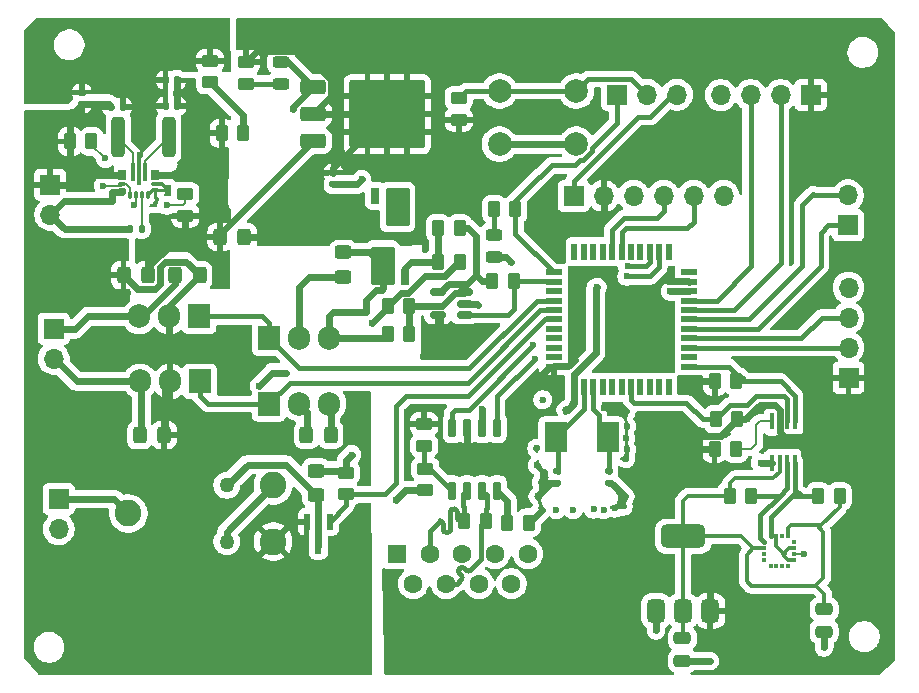
<source format=gbr>
%TF.GenerationSoftware,KiCad,Pcbnew,9.0.0*%
%TF.CreationDate,2025-04-23T21:59:36+02:00*%
%TF.ProjectId,Projecte,50726f6a-6563-4746-952e-6b696361645f,rev?*%
%TF.SameCoordinates,Original*%
%TF.FileFunction,Copper,L1,Top*%
%TF.FilePolarity,Positive*%
%FSLAX46Y46*%
G04 Gerber Fmt 4.6, Leading zero omitted, Abs format (unit mm)*
G04 Created by KiCad (PCBNEW 9.0.0) date 2025-04-23 21:59:36*
%MOMM*%
%LPD*%
G01*
G04 APERTURE LIST*
G04 Aperture macros list*
%AMRoundRect*
0 Rectangle with rounded corners*
0 $1 Rounding radius*
0 $2 $3 $4 $5 $6 $7 $8 $9 X,Y pos of 4 corners*
0 Add a 4 corners polygon primitive as box body*
4,1,4,$2,$3,$4,$5,$6,$7,$8,$9,$2,$3,0*
0 Add four circle primitives for the rounded corners*
1,1,$1+$1,$2,$3*
1,1,$1+$1,$4,$5*
1,1,$1+$1,$6,$7*
1,1,$1+$1,$8,$9*
0 Add four rect primitives between the rounded corners*
20,1,$1+$1,$2,$3,$4,$5,0*
20,1,$1+$1,$4,$5,$6,$7,0*
20,1,$1+$1,$6,$7,$8,$9,0*
20,1,$1+$1,$8,$9,$2,$3,0*%
G04 Aperture macros list end*
%TA.AperFunction,SMDPad,CuDef*%
%ADD10RoundRect,0.140000X-0.170000X0.140000X-0.170000X-0.140000X0.170000X-0.140000X0.170000X0.140000X0*%
%TD*%
%TA.AperFunction,SMDPad,CuDef*%
%ADD11RoundRect,0.140000X0.140000X0.170000X-0.140000X0.170000X-0.140000X-0.170000X0.140000X-0.170000X0*%
%TD*%
%TA.AperFunction,SMDPad,CuDef*%
%ADD12RoundRect,0.140000X-0.140000X-0.170000X0.140000X-0.170000X0.140000X0.170000X-0.140000X0.170000X0*%
%TD*%
%TA.AperFunction,SMDPad,CuDef*%
%ADD13RoundRect,0.140000X0.170000X-0.140000X0.170000X0.140000X-0.170000X0.140000X-0.170000X-0.140000X0*%
%TD*%
%TA.AperFunction,SMDPad,CuDef*%
%ADD14RoundRect,0.250000X-0.312500X-1.450000X0.312500X-1.450000X0.312500X1.450000X-0.312500X1.450000X0*%
%TD*%
%TA.AperFunction,SMDPad,CuDef*%
%ADD15R,0.450000X0.300000*%
%TD*%
%TA.AperFunction,SMDPad,CuDef*%
%ADD16R,0.300000X0.450000*%
%TD*%
%TA.AperFunction,SMDPad,CuDef*%
%ADD17RoundRect,0.050000X0.150000X-0.660000X0.150000X0.660000X-0.150000X0.660000X-0.150000X-0.660000X0*%
%TD*%
%TA.AperFunction,SMDPad,CuDef*%
%ADD18RoundRect,0.250000X-0.262500X-0.450000X0.262500X-0.450000X0.262500X0.450000X-0.262500X0.450000X0*%
%TD*%
%TA.AperFunction,ComponentPad*%
%ADD19R,1.700000X1.700000*%
%TD*%
%TA.AperFunction,ComponentPad*%
%ADD20O,1.700000X1.700000*%
%TD*%
%TA.AperFunction,SMDPad,CuDef*%
%ADD21R,1.473200X0.482600*%
%TD*%
%TA.AperFunction,SMDPad,CuDef*%
%ADD22R,0.482600X1.473200*%
%TD*%
%TA.AperFunction,SMDPad,CuDef*%
%ADD23RoundRect,0.250000X0.262500X0.450000X-0.262500X0.450000X-0.262500X-0.450000X0.262500X-0.450000X0*%
%TD*%
%TA.AperFunction,SMDPad,CuDef*%
%ADD24RoundRect,0.250000X0.450000X-0.325000X0.450000X0.325000X-0.450000X0.325000X-0.450000X-0.325000X0*%
%TD*%
%TA.AperFunction,SMDPad,CuDef*%
%ADD25RoundRect,0.375000X0.375000X-0.625000X0.375000X0.625000X-0.375000X0.625000X-0.375000X-0.625000X0*%
%TD*%
%TA.AperFunction,SMDPad,CuDef*%
%ADD26RoundRect,0.500000X1.400000X-0.500000X1.400000X0.500000X-1.400000X0.500000X-1.400000X-0.500000X0*%
%TD*%
%TA.AperFunction,ComponentPad*%
%ADD27R,1.905000X2.000000*%
%TD*%
%TA.AperFunction,ComponentPad*%
%ADD28O,1.905000X2.000000*%
%TD*%
%TA.AperFunction,SMDPad,CuDef*%
%ADD29RoundRect,0.250000X0.325000X0.450000X-0.325000X0.450000X-0.325000X-0.450000X0.325000X-0.450000X0*%
%TD*%
%TA.AperFunction,SMDPad,CuDef*%
%ADD30RoundRect,0.250000X-0.475000X0.250000X-0.475000X-0.250000X0.475000X-0.250000X0.475000X0.250000X0*%
%TD*%
%TA.AperFunction,SMDPad,CuDef*%
%ADD31RoundRect,0.250000X-0.450000X0.262500X-0.450000X-0.262500X0.450000X-0.262500X0.450000X0.262500X0*%
%TD*%
%TA.AperFunction,SMDPad,CuDef*%
%ADD32RoundRect,0.150000X0.512500X0.150000X-0.512500X0.150000X-0.512500X-0.150000X0.512500X-0.150000X0*%
%TD*%
%TA.AperFunction,SMDPad,CuDef*%
%ADD33RoundRect,0.243750X0.456250X-0.243750X0.456250X0.243750X-0.456250X0.243750X-0.456250X-0.243750X0*%
%TD*%
%TA.AperFunction,ComponentPad*%
%ADD34C,2.000000*%
%TD*%
%TA.AperFunction,SMDPad,CuDef*%
%ADD35RoundRect,0.250000X-0.325000X-0.450000X0.325000X-0.450000X0.325000X0.450000X-0.325000X0.450000X0*%
%TD*%
%TA.AperFunction,SMDPad,CuDef*%
%ADD36RoundRect,0.075000X-0.225000X0.715000X-0.225000X-0.715000X0.225000X-0.715000X0.225000X0.715000X0*%
%TD*%
%TA.AperFunction,SMDPad,CuDef*%
%ADD37R,1.900000X2.500000*%
%TD*%
%TA.AperFunction,SMDPad,CuDef*%
%ADD38RoundRect,0.250000X0.450000X-0.262500X0.450000X0.262500X-0.450000X0.262500X-0.450000X-0.262500X0*%
%TD*%
%TA.AperFunction,ComponentPad*%
%ADD39C,1.258000*%
%TD*%
%TA.AperFunction,ComponentPad*%
%ADD40C,2.250000*%
%TD*%
%TA.AperFunction,SMDPad,CuDef*%
%ADD41RoundRect,0.243600X0.771400X-1.406400X0.771400X1.406400X-0.771400X1.406400X-0.771400X-1.406400X0*%
%TD*%
%TA.AperFunction,SMDPad,CuDef*%
%ADD42RoundRect,0.190000X0.190000X-0.510000X0.190000X0.510000X-0.190000X0.510000X-0.190000X-0.510000X0*%
%TD*%
%TA.AperFunction,SMDPad,CuDef*%
%ADD43RoundRect,0.006250X0.118750X-0.293750X0.118750X0.293750X-0.118750X0.293750X-0.118750X-0.293750X0*%
%TD*%
%TA.AperFunction,SMDPad,CuDef*%
%ADD44RoundRect,0.006250X0.293750X-0.118750X0.293750X0.118750X-0.293750X0.118750X-0.293750X-0.118750X0*%
%TD*%
%TA.AperFunction,SMDPad,CuDef*%
%ADD45RoundRect,0.017500X0.332500X-0.407500X0.332500X0.407500X-0.332500X0.407500X-0.332500X-0.407500X0*%
%TD*%
%TA.AperFunction,SMDPad,CuDef*%
%ADD46RoundRect,0.008750X0.166250X-0.716250X0.166250X0.716250X-0.166250X0.716250X-0.166250X-0.716250X0*%
%TD*%
%TA.AperFunction,SMDPad,CuDef*%
%ADD47RoundRect,0.008750X0.166250X-0.891250X0.166250X0.891250X-0.166250X0.891250X-0.166250X-0.891250X0*%
%TD*%
%TA.AperFunction,SMDPad,CuDef*%
%ADD48RoundRect,0.250000X-0.850000X-0.350000X0.850000X-0.350000X0.850000X0.350000X-0.850000X0.350000X0*%
%TD*%
%TA.AperFunction,SMDPad,CuDef*%
%ADD49RoundRect,0.250000X-1.275000X-1.125000X1.275000X-1.125000X1.275000X1.125000X-1.275000X1.125000X0*%
%TD*%
%TA.AperFunction,SMDPad,CuDef*%
%ADD50RoundRect,0.249997X-2.950003X-2.650003X2.950003X-2.650003X2.950003X2.650003X-2.950003X2.650003X0*%
%TD*%
%TA.AperFunction,SMDPad,CuDef*%
%ADD51RoundRect,0.243750X-0.456250X0.243750X-0.456250X-0.243750X0.456250X-0.243750X0.456250X0.243750X0*%
%TD*%
%TA.AperFunction,SMDPad,CuDef*%
%ADD52RoundRect,0.073750X-0.221250X0.586250X-0.221250X-0.586250X0.221250X-0.586250X0.221250X0.586250X0*%
%TD*%
%TA.AperFunction,ComponentPad*%
%ADD53R,1.600000X1.600000*%
%TD*%
%TA.AperFunction,ComponentPad*%
%ADD54C,1.600000*%
%TD*%
%TA.AperFunction,ViaPad*%
%ADD55C,0.600000*%
%TD*%
%TA.AperFunction,ViaPad*%
%ADD56C,0.500000*%
%TD*%
%TA.AperFunction,Conductor*%
%ADD57C,0.600000*%
%TD*%
%TA.AperFunction,Conductor*%
%ADD58C,0.200000*%
%TD*%
%TA.AperFunction,Conductor*%
%ADD59C,0.300000*%
%TD*%
%TA.AperFunction,Conductor*%
%ADD60C,0.400000*%
%TD*%
G04 APERTURE END LIST*
D10*
%TO.P,C12,1*%
%TO.N,VCC*%
X183210000Y-86790000D03*
%TO.P,C12,2*%
%TO.N,GND*%
X183210000Y-87750000D03*
%TD*%
D11*
%TO.P,C11,1*%
%TO.N,/Vouta1*%
X169950000Y-78910000D03*
%TO.P,C11,2*%
%TO.N,GNDPWR*%
X168990000Y-78910000D03*
%TD*%
%TO.P,C10,1*%
%TO.N,/Vouta1*%
X169960000Y-81130000D03*
%TO.P,C10,2*%
%TO.N,GNDPWR*%
X169000000Y-81130000D03*
%TD*%
D12*
%TO.P,C7,1*%
%TO.N,+12V*%
X164400000Y-81160000D03*
%TO.P,C7,2*%
%TO.N,GNDPWR*%
X165360000Y-81160000D03*
%TD*%
D11*
%TO.P,C6,1*%
%TO.N,/Vaux*%
X166979798Y-91525712D03*
%TO.P,C6,2*%
%TO.N,GNDPWR*%
X166019798Y-91525712D03*
%TD*%
D13*
%TO.P,C4,1*%
%TO.N,+12V*%
X161900000Y-80930000D03*
%TO.P,C4,2*%
%TO.N,GNDPWR*%
X161900000Y-79970000D03*
%TD*%
D14*
%TO.P,L1,1,1*%
%TO.N,/L1*%
X165000000Y-83720000D03*
%TO.P,L1,2,2*%
%TO.N,/L2*%
X169275000Y-83720000D03*
%TD*%
D10*
%TO.P,C5,1*%
%TO.N,/Osc2*%
X206510000Y-112030000D03*
%TO.P,C5,2*%
%TO.N,GND*%
X206510000Y-112990000D03*
%TD*%
%TO.P,C3,1*%
%TO.N,/Osc1*%
X202160000Y-112050000D03*
%TO.P,C3,2*%
%TO.N,GND*%
X202160000Y-113010000D03*
%TD*%
D15*
%TO.P,U6,1,SCL*%
%TO.N,/SCL_S*%
X219690000Y-118020000D03*
%TO.P,U6,2,VDD*%
%TO.N,/Vcc_3.3V*%
X219690000Y-118520000D03*
%TO.P,U6,3,NC*%
%TO.N,unconnected-(U6-NC-Pad3)*%
X219690000Y-119020000D03*
%TO.P,U6,4,NC*%
%TO.N,unconnected-(U6-NC-Pad4)*%
X219690000Y-119520000D03*
D16*
%TO.P,U6,5,NC*%
%TO.N,unconnected-(U6-NC-Pad5)*%
X220215000Y-120045000D03*
%TO.P,U6,6,NC*%
%TO.N,unconnected-(U6-NC-Pad6)*%
X220715000Y-120045000D03*
%TO.P,U6,7,NC*%
%TO.N,unconnected-(U6-NC-Pad7)*%
X221215000Y-120045000D03*
%TO.P,U6,8,NC*%
%TO.N,unconnected-(U6-NC-Pad8)*%
X221715000Y-120045000D03*
D15*
%TO.P,U6,9,GND*%
%TO.N,GND*%
X222240000Y-119520000D03*
%TO.P,U6,10,CAP*%
%TO.N,Net-(U6-CAP)*%
X222240000Y-119020000D03*
%TO.P,U6,11,GND*%
%TO.N,GND*%
X222240000Y-118520000D03*
%TO.P,U6,12,NC*%
%TO.N,unconnected-(U6-NC-Pad12)*%
X222240000Y-118020000D03*
D16*
%TO.P,U6,13,VDDIO*%
%TO.N,/Vcc_3.3V*%
X221715000Y-117495000D03*
%TO.P,U6,14,NC*%
%TO.N,unconnected-(U6-NC-Pad14)*%
X221215000Y-117495000D03*
%TO.P,U6,15,INT*%
%TO.N,GND*%
X220715000Y-117495000D03*
%TO.P,U6,16,SDA*%
%TO.N,/SDA_S*%
X220215000Y-117495000D03*
%TD*%
D17*
%TO.P,U3,1,GND*%
%TO.N,GND*%
X220345000Y-111352500D03*
%TO.P,U3,2,VREF1*%
%TO.N,/Vcc_3.3V*%
X220995000Y-111352500D03*
%TO.P,U3,3,SCL1*%
%TO.N,/SCL_S*%
X221645000Y-111352500D03*
%TO.P,U3,4,SDA1*%
%TO.N,/SDA_S*%
X222295000Y-111352500D03*
%TO.P,U3,5,SDA2*%
%TO.N,/SDA*%
X222295000Y-107812500D03*
%TO.P,U3,6,SCL2*%
%TO.N,/SCL*%
X221645000Y-107812500D03*
%TO.P,U3,7,VREF2*%
%TO.N,VCC*%
X220995000Y-107812500D03*
%TO.P,U3,8,EN*%
%TO.N,Net-(U3-EN)*%
X220345000Y-107812500D03*
%TD*%
D18*
%TO.P,R18,1*%
%TO.N,GNDPWR*%
X187820000Y-98080000D03*
%TO.P,R18,2*%
%TO.N,/V+*%
X189645000Y-98080000D03*
%TD*%
D19*
%TO.P,USART,1,Pin_1*%
%TO.N,VCC*%
X226820000Y-104110000D03*
D20*
%TO.P,USART,2,Pin_2*%
%TO.N,/usart_tx*%
X226820000Y-101570000D03*
%TO.P,USART,3,Pin_3*%
%TO.N,/usart_rx*%
X226820000Y-99030000D03*
%TO.P,USART,4,Pin_4*%
%TO.N,GND*%
X226820000Y-96490000D03*
%TD*%
D18*
%TO.P,R6,1*%
%TO.N,VCC*%
X215475000Y-110160000D03*
%TO.P,R6,2*%
%TO.N,Net-(U3-EN)*%
X217300000Y-110160000D03*
%TD*%
%TO.P,R7,1*%
%TO.N,/SCL*%
X215590000Y-107650000D03*
%TO.P,R7,2*%
%TO.N,VCC*%
X217415000Y-107650000D03*
%TD*%
D21*
%TO.P,U5,1,~{MCLR}/VPP*%
%TO.N,/MCLR*%
X201859200Y-95199800D03*
%TO.P,U5,2,RA0/AN0/CVref*%
%TO.N,/corrent*%
X201859200Y-95987200D03*
%TO.P,U5,3,RA1/AN1*%
%TO.N,unconnected-(U5-RA1{slash}AN1-Pad3)*%
X201859200Y-96800000D03*
%TO.P,U5,4,RA2/AN2/Vref-*%
%TO.N,/Pujar*%
X201859200Y-97587400D03*
%TO.P,U5,5,RA3/AN3/Vref+*%
%TO.N,/Baixar*%
X201859200Y-98400200D03*
%TO.P,U5,6,RA4/TOCKI*%
%TO.N,/R_on*%
X201859200Y-99187600D03*
%TO.P,U5,7,RA5/AN4/~{SS}/LVDIN*%
%TO.N,unconnected-(U5-RA5{slash}AN4{slash}~{SS}{slash}LVDIN-Pad7)*%
X201859200Y-99975000D03*
%TO.P,U5,8,~{RD}/AN5/RE0*%
%TO.N,unconnected-(U5-~{RD}{slash}AN5{slash}RE0-Pad8)*%
X201859200Y-100787800D03*
%TO.P,U5,9,C1OUT/~{WR}/AN6/RE1*%
%TO.N,unconnected-(U5-C1OUT{slash}~{WR}{slash}AN6{slash}RE1-Pad9)*%
X201859200Y-101575200D03*
%TO.P,U5,10,C2OUT/~{CS}/AN7/RE2*%
%TO.N,unconnected-(U5-C2OUT{slash}~{CS}{slash}AN7{slash}RE2-Pad10)*%
X201859200Y-102388000D03*
%TO.P,U5,11,VDD*%
%TO.N,VCC*%
X201859200Y-103175400D03*
D22*
%TO.P,U5,12,VSS*%
%TO.N,GND*%
X203611800Y-104928000D03*
%TO.P,U5,13,OSC1/CLKIN*%
%TO.N,/Osc1*%
X204399200Y-104928000D03*
%TO.P,U5,14,RA6/OSC2/CLKO*%
%TO.N,/Osc2*%
X205212000Y-104928000D03*
%TO.P,U5,15,T10S0/T1CKI/RC0*%
%TO.N,unconnected-(U5-T10S0{slash}T1CKI{slash}RC0-Pad15)*%
X205999400Y-104928000D03*
%TO.P,U5,16,T1OSI/RC1*%
%TO.N,unconnected-(U5-T1OSI{slash}RC1-Pad16)*%
X206812200Y-104928000D03*
%TO.P,U5,17,CCP1/RC2*%
%TO.N,unconnected-(U5-CCP1{slash}RC2-Pad17)*%
X207599600Y-104928000D03*
%TO.P,U5,18,SCK/SCL/RC3*%
%TO.N,/SCL*%
X208387000Y-104928000D03*
%TO.P,U5,19,C1IN+/PSP0/RD0*%
%TO.N,unconnected-(U5-C1IN+{slash}PSP0{slash}RD0-Pad19)*%
X209199800Y-104928000D03*
%TO.P,U5,20,C1IN-/PSP1/RD1*%
%TO.N,unconnected-(U5-C1IN-{slash}PSP1{slash}RD1-Pad20)*%
X209987200Y-104928000D03*
%TO.P,U5,21,C2IN+/PSP2/RD2*%
%TO.N,unconnected-(U5-C2IN+{slash}PSP2{slash}RD2-Pad21)*%
X210800000Y-104928000D03*
%TO.P,U5,22,C2IN-/PSP3/RD3*%
%TO.N,unconnected-(U5-C2IN-{slash}PSP3{slash}RD3-Pad22)*%
X211587400Y-104928000D03*
D21*
%TO.P,U5,23,SDI/SDA/RC4*%
%TO.N,/SDA*%
X213340000Y-103175400D03*
%TO.P,U5,24,SDO/RC5*%
%TO.N,unconnected-(U5-SDO{slash}RC5-Pad24)*%
X213340000Y-102388000D03*
%TO.P,U5,25,TX/CK/RC6*%
%TO.N,/usart_tx*%
X213340000Y-101575200D03*
%TO.P,U5,26,RX/DT/RC7*%
%TO.N,/usart_rx*%
X213340000Y-100787800D03*
%TO.P,U5,27,P1A/ECCP1/PSP4/RD4*%
%TO.N,/Boto_Motor*%
X213340000Y-99975000D03*
%TO.P,U5,28,P1B/PSP5/RD5*%
%TO.N,/Boto_R*%
X213340000Y-99187600D03*
%TO.P,U5,29,P1C/PSP6/RD6*%
%TO.N,/S_entrada*%
X213340000Y-98400200D03*
%TO.P,U5,30,P1D/PSP7/RD7*%
%TO.N,/S_sortida*%
X213340000Y-97587400D03*
%TO.P,U5,31,VSS*%
%TO.N,GND*%
X213340000Y-96800000D03*
%TO.P,U5,32,VDD*%
%TO.N,VCC*%
X213340000Y-95987200D03*
%TO.P,U5,33,RB0/INT0*%
%TO.N,unconnected-(U5-RB0{slash}INT0-Pad33)*%
X213340000Y-95199800D03*
D22*
%TO.P,U5,34,RB1/INT1*%
%TO.N,unconnected-(U5-RB1{slash}INT1-Pad34)*%
X211587400Y-93447200D03*
%TO.P,U5,35,RB2/INT2/CANTX*%
%TO.N,/Tx*%
X210800000Y-93447200D03*
%TO.P,U5,36,RB3/CANRX*%
%TO.N,/Rx*%
X209987200Y-93447200D03*
%TO.P,U5,37,RB4*%
%TO.N,unconnected-(U5-RB4-Pad37)*%
X209199800Y-93447200D03*
%TO.P,U5,38,RB5/PGM*%
%TO.N,unconnected-(U5-RB5{slash}PGM-Pad38)*%
X208387000Y-93447200D03*
%TO.P,U5,39,RB6/PGC*%
%TO.N,/PGC*%
X207599600Y-93447200D03*
%TO.P,U5,40,RB7/PGD*%
%TO.N,/PGD*%
X206812200Y-93447200D03*
%TO.P,U5,41*%
%TO.N,N/C*%
X205999400Y-93447200D03*
%TO.P,U5,42*%
X205212000Y-93447200D03*
%TO.P,U5,43*%
X204399200Y-93447200D03*
%TO.P,U5,44*%
X203611800Y-93447200D03*
%TD*%
D23*
%TO.P,R17,1*%
%TO.N,GND*%
X199752500Y-116390000D03*
%TO.P,R17,2*%
%TO.N,/RsU4*%
X197927500Y-116390000D03*
%TD*%
D24*
%TO.P,D1,1,K*%
%TO.N,/Vrele*%
X181730000Y-114055000D03*
%TO.P,D1,2,A*%
%TO.N,GNDPWR*%
X181730000Y-112005000D03*
%TD*%
D19*
%TO.P,R CALEFACTABLE,1,Pin_1*%
%TO.N,/VR_Calef_+*%
X159950000Y-114385000D03*
D20*
%TO.P,R CALEFACTABLE,2,Pin_2*%
%TO.N,GNDPWR*%
X159950000Y-116925000D03*
%TD*%
D18*
%TO.P,R2,1*%
%TO.N,/V_LED_XIP*%
X196797500Y-89830000D03*
%TO.P,R2,2*%
%TO.N,/MCLR*%
X198622500Y-89830000D03*
%TD*%
D25*
%TO.P,U1,1,GND*%
%TO.N,GND*%
X210517500Y-123850000D03*
%TO.P,U1,2,VO*%
%TO.N,/Vcc_3.3V*%
X212817500Y-123850000D03*
D26*
X212817500Y-117550000D03*
D25*
%TO.P,U1,3,VI*%
%TO.N,VCC*%
X215117500Y-123850000D03*
%TD*%
D27*
%TO.P,Q2,1,G*%
%TO.N,/Pujar*%
X171840000Y-98920000D03*
D28*
%TO.P,Q2,2,D*%
%TO.N,+12V*%
X169300000Y-98920000D03*
%TO.P,Q2,3,S*%
%TO.N,/M+*%
X166760000Y-98920000D03*
%TD*%
D18*
%TO.P,R3,1*%
%TO.N,/SDA_S*%
X224245000Y-114150000D03*
%TO.P,R3,2*%
%TO.N,/Vcc_3.3V*%
X226070000Y-114150000D03*
%TD*%
D29*
%TO.P,DPM+1,1,K*%
%TO.N,+12V*%
X171875000Y-95460000D03*
%TO.P,DPM+1,2,A*%
%TO.N,/M+*%
X169825000Y-95460000D03*
%TD*%
D30*
%TO.P,C14,1*%
%TO.N,/Vcc_3.3V*%
X212740000Y-126180000D03*
%TO.P,C14,2*%
%TO.N,GND*%
X212740000Y-128080000D03*
%TD*%
D31*
%TO.P,R19,1*%
%TO.N,VCC*%
X190890000Y-108040000D03*
%TO.P,R19,2*%
%TO.N,/Vref*%
X190890000Y-109865000D03*
%TD*%
%TO.P,RMCLR1,1*%
%TO.N,/Man_CLR*%
X193820000Y-80437500D03*
%TO.P,RMCLR1,2*%
%TO.N,VCC*%
X193820000Y-82262500D03*
%TD*%
D32*
%TO.P,U7,1*%
%TO.N,/corrent*%
X194317500Y-98792500D03*
%TO.P,U7,2,V-*%
%TO.N,GND*%
X194317500Y-97842500D03*
%TO.P,U7,3,+*%
%TO.N,/V+*%
X194317500Y-96892500D03*
%TO.P,U7,4,-*%
%TO.N,/V-s*%
X192042500Y-96892500D03*
%TO.P,U7,5,V+*%
%TO.N,VCC*%
X192042500Y-98792500D03*
%TD*%
D33*
%TO.P,DR1,1,K*%
%TO.N,GND*%
X196800000Y-93877500D03*
%TO.P,DR1,2,A*%
%TO.N,/V_LED_XIP*%
X196800000Y-92002500D03*
%TD*%
D23*
%TO.P,R15,1*%
%TO.N,/V+*%
X189645000Y-100430000D03*
%TO.P,R15,2*%
%TO.N,/shunt*%
X187820000Y-100430000D03*
%TD*%
D31*
%TO.P,R11,1*%
%TO.N,/PG_*%
X170659798Y-88563212D03*
%TO.P,R11,2*%
%TO.N,/Vouta1*%
X170659798Y-90388212D03*
%TD*%
%TO.P,R21,1*%
%TO.N,/Vref*%
X190980000Y-111830000D03*
%TO.P,R21,2*%
%TO.N,GND*%
X190980000Y-113655000D03*
%TD*%
D18*
%TO.P,R20,1*%
%TO.N,/V-s*%
X196660000Y-95940000D03*
%TO.P,R20,2*%
%TO.N,/corrent*%
X198485000Y-95940000D03*
%TD*%
D34*
%TO.P,SW MCLR,1,1*%
%TO.N,/Man_CLR*%
X197270000Y-79840000D03*
X203770000Y-79840000D03*
%TO.P,SW MCLR,2,2*%
%TO.N,GND*%
X197270000Y-84340000D03*
X203770000Y-84340000D03*
%TD*%
D35*
%TO.P,DPM+2,1,K*%
%TO.N,/M+*%
X180927500Y-108960000D03*
%TO.P,DPM+2,2,A*%
%TO.N,/shunt*%
X182977500Y-108960000D03*
%TD*%
D36*
%TO.P,U8,1,TXD*%
%TO.N,/Tx*%
X197075000Y-108337500D03*
%TO.P,U8,2,VSS*%
%TO.N,GND*%
X195805000Y-108337500D03*
%TO.P,U8,3,VDD*%
%TO.N,VCC*%
X194535000Y-108337500D03*
%TO.P,U8,4,RXD*%
%TO.N,/Rx*%
X193265000Y-108337500D03*
%TO.P,U8,5,Vref*%
%TO.N,/Vref*%
X193265000Y-113677500D03*
%TO.P,U8,6,CANL*%
%TO.N,/Canl*%
X194535000Y-113677500D03*
%TO.P,U8,7,CANH*%
%TO.N,/Canh*%
X195805000Y-113677500D03*
%TO.P,U8,8,Rs*%
%TO.N,/RsU4*%
X197075000Y-113677500D03*
%TD*%
D29*
%TO.P,DPM-1,1,K*%
%TO.N,+12V*%
X168865000Y-108980000D03*
%TO.P,DPM-1,2,A*%
%TO.N,/M-*%
X166815000Y-108980000D03*
%TD*%
D31*
%TO.P,R9,1*%
%TO.N,GNDPWR*%
X172760000Y-77287500D03*
%TO.P,R9,2*%
%TO.N,/Vadj*%
X172760000Y-79112500D03*
%TD*%
D23*
%TO.P,R12,1*%
%TO.N,/SDA*%
X217325000Y-104430000D03*
%TO.P,R12,2*%
%TO.N,VCC*%
X215500000Y-104430000D03*
%TD*%
D37*
%TO.P,Y1,1,1*%
%TO.N,/Osc1*%
X202020000Y-109150000D03*
%TO.P,Y1,2,2*%
%TO.N,/Osc2*%
X206420000Y-109150000D03*
%TD*%
D24*
%TO.P,D2,1,K*%
%TO.N,/M-*%
X184060000Y-95565000D03*
%TO.P,D2,2,A*%
%TO.N,/shunt*%
X184060000Y-93515000D03*
%TD*%
D18*
%TO.P,R14,1*%
%TO.N,/Vs.7*%
X192060000Y-94330000D03*
%TO.P,R14,2*%
%TO.N,GNDPWR*%
X193885000Y-94330000D03*
%TD*%
D23*
%TO.P,R4,1*%
%TO.N,/PS*%
X162722298Y-84115712D03*
%TO.P,R4,2*%
%TO.N,+12V*%
X160897298Y-84115712D03*
%TD*%
D19*
%TO.P,MCLR,1,Pin_1*%
%TO.N,/MCLR*%
X207220000Y-80160000D03*
D20*
%TO.P,MCLR,2,Pin_2*%
%TO.N,/Man_CLR*%
X209760000Y-80160000D03*
%TO.P,MCLR,3,Pin_3*%
%TO.N,/Vpp*%
X212300000Y-80160000D03*
%TD*%
D38*
%TO.P,R10,1*%
%TO.N,/V_LED_ON*%
X175805000Y-79210000D03*
%TO.P,R10,2*%
%TO.N,VCC*%
X175805000Y-77385000D03*
%TD*%
D39*
%TO.P,K1,A1*%
%TO.N,/Vrele*%
X174177500Y-113235000D03*
%TO.P,K1,A2*%
%TO.N,GNDPWR*%
X174177500Y-117985000D03*
D40*
%TO.P,K1,COM*%
%TO.N,/VR_Calef_+*%
X165847500Y-115610000D03*
%TO.P,K1,NC*%
%TO.N,GNDPWR*%
X178107500Y-113235000D03*
%TO.P,K1,NO*%
%TO.N,+12V*%
X178107500Y-117985000D03*
%TD*%
D41*
%TO.P,R_shunt1,1*%
%TO.N,/shunt*%
X187365000Y-94625000D03*
D42*
%TO.P,R_shunt1,2*%
%TO.N,/Vs.7*%
X189270000Y-95575000D03*
%TO.P,R_shunt1,3*%
%TO.N,N/C*%
X186730000Y-88715000D03*
D41*
%TO.P,R_shunt1,4*%
X188635000Y-89665000D03*
%TD*%
D27*
%TO.P,Q5,1,G*%
%TO.N,/Pujar*%
X177760000Y-100760000D03*
D28*
%TO.P,Q5,2,D*%
%TO.N,/M-*%
X180300000Y-100760000D03*
%TO.P,Q5,3,S*%
%TO.N,/shunt*%
X182840000Y-100760000D03*
%TD*%
D43*
%TO.P,U2,1,PS/SYNC*%
%TO.N,/PS*%
X165979798Y-88653212D03*
%TO.P,U2,2,PG*%
%TO.N,/PG_*%
X166479798Y-88653212D03*
%TO.P,U2,3,VAUX*%
%TO.N,/Vaux*%
X166979798Y-88653212D03*
%TO.P,U2,4,GND*%
%TO.N,GNDPWR*%
X167479798Y-88653212D03*
D44*
%TO.P,U2,5,FB*%
X168129798Y-88228212D03*
%TO.P,U2,6,FB2*%
X168129798Y-87728212D03*
D45*
%TO.P,U2,7_8,VOUT*%
%TO.N,/Vouta1*%
X168129798Y-86978212D03*
D46*
%TO.P,U2,9,L2*%
%TO.N,/L2*%
X167229798Y-86728212D03*
D47*
%TO.P,U2,10,PGND*%
%TO.N,GNDPWR*%
X166729798Y-86903212D03*
D46*
%TO.P,U2,11,L1*%
%TO.N,/L1*%
X166229798Y-86728212D03*
D45*
%TO.P,U2,12_13,VIN*%
%TO.N,+12V*%
X165329798Y-86978212D03*
D44*
%TO.P,U2,14,EN*%
%TO.N,/PS*%
X165329798Y-87728212D03*
%TO.P,U2,15,VSEL*%
%TO.N,GNDPWR*%
X165329798Y-88228212D03*
%TD*%
D19*
%TO.P,PROGRAMACI\u00D3,1,Pin_1*%
%TO.N,/Vpp*%
X203550000Y-88720000D03*
D20*
%TO.P,PROGRAMACI\u00D3,2,Pin_2*%
%TO.N,VCC*%
X206090000Y-88720000D03*
%TO.P,PROGRAMACI\u00D3,3,Pin_3*%
%TO.N,GND*%
X208630000Y-88720000D03*
%TO.P,PROGRAMACI\u00D3,4,Pin_4*%
%TO.N,/PGD*%
X211170000Y-88720000D03*
%TO.P,PROGRAMACI\u00D3,5,Pin_5*%
%TO.N,/PGC*%
X213710000Y-88720000D03*
%TO.P,PROGRAMACI\u00D3,6,Pin_6*%
%TO.N,unconnected-(PROGRAMACI\u00D31-Pin_6-Pad6)*%
X216250000Y-88720000D03*
%TD*%
D23*
%TO.P,R16,1*%
%TO.N,/V-s*%
X193885000Y-91460000D03*
%TO.P,R16,2*%
%TO.N,/Vs.7*%
X192060000Y-91460000D03*
%TD*%
D48*
%TO.P,U4,1,GND*%
%TO.N,GND*%
X181470000Y-79530000D03*
%TO.P,U4,2,VO*%
%TO.N,VCC*%
X181470000Y-81810000D03*
D49*
X186095000Y-80285000D03*
X186095000Y-83335000D03*
D50*
X187770000Y-81810000D03*
D49*
X189445000Y-80285000D03*
X189445000Y-83335000D03*
D48*
%TO.P,U4,3,VI*%
%TO.N,/Vouta1*%
X181470000Y-84090000D03*
%TD*%
D27*
%TO.P,Q3,1,G*%
%TO.N,/Baixar*%
X177750000Y-106325000D03*
D28*
%TO.P,Q3,2,D*%
%TO.N,/M+*%
X180290000Y-106325000D03*
%TO.P,Q3,3,S*%
%TO.N,/shunt*%
X182830000Y-106325000D03*
%TD*%
D51*
%TO.P,DR2,1,K*%
%TO.N,GND*%
X178800000Y-77400000D03*
%TO.P,DR2,2,A*%
%TO.N,/V_LED_ON*%
X178800000Y-79275000D03*
%TD*%
D30*
%TO.P,C2,1*%
%TO.N,/Vcc_3.3V*%
X224750000Y-123710000D03*
%TO.P,C2,2*%
%TO.N,GND*%
X224750000Y-125610000D03*
%TD*%
D35*
%TO.P,DPA1,1,K*%
%TO.N,+12V*%
X165434798Y-95435712D03*
%TO.P,DPA1,2,A*%
%TO.N,/Vouta1*%
X167484798Y-95435712D03*
%TD*%
D19*
%TO.P,12V,1,Pin_1*%
%TO.N,+12V*%
X159230000Y-87775000D03*
D20*
%TO.P,12V,2,Pin_2*%
%TO.N,GNDPWR*%
X159230000Y-90315000D03*
%TD*%
D19*
%TO.P,BOTONERA,1,Pin_1*%
%TO.N,/Boto_Motor*%
X226770000Y-91210000D03*
D20*
%TO.P,BOTONERA,2,Pin_2*%
%TO.N,/Boto_R*%
X226770000Y-88670000D03*
%TD*%
D18*
%TO.P,R22,1*%
%TO.N,/Canl*%
X194305000Y-116220000D03*
%TO.P,R22,2*%
%TO.N,/Canh*%
X196130000Y-116220000D03*
%TD*%
D52*
%TO.P,Q1,1,G*%
%TO.N,/R_on*%
X182880000Y-116320000D03*
%TO.P,Q1,2,D*%
%TO.N,+12V*%
X180980000Y-116320000D03*
%TO.P,Q1,3,S*%
%TO.N,/Vrele*%
X181930000Y-118350000D03*
%TD*%
D53*
%TO.P,CAN,1,1*%
%TO.N,unconnected-(CAN1-Pad1)*%
X188580000Y-119004669D03*
D54*
%TO.P,CAN,2,2*%
%TO.N,/Canl*%
X191350000Y-119004669D03*
%TO.P,CAN,3,3*%
%TO.N,unconnected-(CAN1-Pad3)*%
X194120000Y-119004669D03*
%TO.P,CAN,4,4*%
%TO.N,unconnected-(CAN1-Pad4)*%
X196890000Y-119004669D03*
%TO.P,CAN,5,5*%
%TO.N,unconnected-(CAN1-Pad5)*%
X199660000Y-119004669D03*
%TO.P,CAN,6,6*%
%TO.N,unconnected-(CAN1-Pad6)*%
X189965000Y-121544669D03*
%TO.P,CAN,7,7*%
%TO.N,/Canh*%
X192735000Y-121544669D03*
%TO.P,CAN,8,8*%
%TO.N,unconnected-(CAN1-Pad8)*%
X195505000Y-121544669D03*
%TO.P,CAN,9,9*%
%TO.N,unconnected-(CAN1-Pad9)*%
X198275000Y-121544669D03*
%TD*%
D19*
%TO.P,MOTOR,1,Pin_1*%
%TO.N,/M+*%
X159520000Y-99965000D03*
D20*
%TO.P,MOTOR,2,Pin_2*%
%TO.N,/M-*%
X159520000Y-102505000D03*
%TD*%
D35*
%TO.P,DPA2,1,K*%
%TO.N,/Vouta1*%
X173614798Y-92208212D03*
%TO.P,DPA2,2,A*%
%TO.N,VCC*%
X175664798Y-92208212D03*
%TD*%
D38*
%TO.P,R13,1*%
%TO.N,/R_on*%
X184280000Y-113982500D03*
%TO.P,R13,2*%
%TO.N,GNDPWR*%
X184280000Y-112157500D03*
%TD*%
D27*
%TO.P,Q4,1,G*%
%TO.N,/Baixar*%
X171910000Y-104415000D03*
D28*
%TO.P,Q4,2,D*%
%TO.N,+12V*%
X169370000Y-104415000D03*
%TO.P,Q4,3,S*%
%TO.N,/M-*%
X166830000Y-104415000D03*
%TD*%
D23*
%TO.P,R8,1*%
%TO.N,/Vadj*%
X175562500Y-83430000D03*
%TO.P,R8,2*%
%TO.N,/Vouta1*%
X173737500Y-83430000D03*
%TD*%
%TO.P,R5,1*%
%TO.N,/SCL_S*%
X218575000Y-114100000D03*
%TO.P,R5,2*%
%TO.N,/Vcc_3.3V*%
X216750000Y-114100000D03*
%TD*%
D19*
%TO.P,s.PROXIMITAT,1,Pin_1*%
%TO.N,VCC*%
X223620000Y-80190000D03*
D20*
%TO.P,s.PROXIMITAT,2,Pin_2*%
%TO.N,/S_entrada*%
X221080000Y-80190000D03*
%TO.P,s.PROXIMITAT,3,Pin_3*%
%TO.N,/S_sortida*%
X218540000Y-80190000D03*
%TO.P,s.PROXIMITAT,4,Pin_4*%
%TO.N,GND*%
X216000000Y-80190000D03*
%TD*%
D55*
%TO.N,/PG_*%
X169100000Y-89520000D03*
X166290000Y-89520000D03*
%TO.N,Net-(U6-CAP)*%
X223050000Y-119000000D03*
%TO.N,GNDPWR*%
X164430000Y-89190000D03*
X186460000Y-99490000D03*
X169170000Y-88190000D03*
X166830000Y-85300000D03*
X184770000Y-110620000D03*
%TO.N,GND*%
X200921070Y-105970000D03*
X188480000Y-114480000D03*
X207900000Y-114160000D03*
X198260000Y-94280000D03*
X207970000Y-110960000D03*
X195460000Y-97927500D03*
X203520000Y-115280000D03*
X211740000Y-96790000D03*
X207130000Y-106470000D03*
X210520000Y-125510000D03*
X207010000Y-115160000D03*
X200870000Y-115280000D03*
X207750000Y-115010000D03*
X205535331Y-96445331D03*
X208030000Y-108200000D03*
X185600000Y-87330000D03*
X205230000Y-115250000D03*
X202090000Y-115280000D03*
X219370000Y-111330000D03*
X224740000Y-126950000D03*
X179810000Y-81390000D03*
X206120306Y-106710306D03*
D56*
X221370000Y-119010000D03*
D55*
X207990000Y-106980000D03*
X200830000Y-112950000D03*
X202890463Y-106840199D03*
X200410000Y-110100000D03*
X208040000Y-110180000D03*
X215070000Y-128100000D03*
X200460000Y-111530000D03*
X195790000Y-106750000D03*
X200520000Y-114160000D03*
X206090000Y-115300000D03*
X207960000Y-109240000D03*
%TO.N,VCC*%
X223140000Y-110710000D03*
X192250000Y-99617500D03*
X215120000Y-121730000D03*
X213690000Y-104870000D03*
X193590000Y-111950000D03*
X199460000Y-106040000D03*
X211530000Y-95910000D03*
X212570000Y-107300000D03*
X205530000Y-90590000D03*
X203629999Y-102589999D03*
%TO.N,/M-*%
X176910000Y-104810000D03*
X179200000Y-103680000D03*
%TO.N,/Rx*%
X200110000Y-101380000D03*
X208110000Y-94670000D03*
%TO.N,/Tx*%
X200260000Y-102490000D03*
X208040000Y-95530000D03*
%TO.N,/PS*%
X163740000Y-87850000D03*
X163900000Y-85550000D03*
%TD*%
D57*
%TO.N,GND*%
X203039801Y-106840199D02*
X202890463Y-106840199D01*
X203611800Y-106268200D02*
X203039801Y-106840199D01*
X203611800Y-104928000D02*
X203611800Y-106268200D01*
D58*
%TO.N,/L2*%
X167229798Y-85765202D02*
X169275000Y-83720000D01*
X167229798Y-86728212D02*
X167229798Y-85765202D01*
D57*
%TO.N,+12V*%
X164170000Y-80930000D02*
X164400000Y-81160000D01*
X161900000Y-80930000D02*
X164170000Y-80930000D01*
D58*
%TO.N,/PG_*%
X170659798Y-89290430D02*
X170659798Y-88563212D01*
X169100000Y-89520000D02*
X170430228Y-89520000D01*
X170430228Y-89520000D02*
X170659798Y-89290430D01*
X166479798Y-89330202D02*
X166290000Y-89520000D01*
X166479798Y-88653212D02*
X166479798Y-89330202D01*
%TO.N,Net-(U6-CAP)*%
X223030000Y-119020000D02*
X223050000Y-119000000D01*
X222240000Y-119020000D02*
X223030000Y-119020000D01*
D57*
%TO.N,VCC*%
X216025000Y-109040000D02*
X217415000Y-107650000D01*
X214310000Y-109040000D02*
X216025000Y-109040000D01*
X212570000Y-107300000D02*
X214310000Y-109040000D01*
D58*
%TO.N,/L1*%
X165000000Y-83850000D02*
X166229798Y-85079798D01*
X166229798Y-85079798D02*
X166229798Y-86728212D01*
X165000000Y-83720000D02*
X165000000Y-83850000D01*
%TO.N,/Vaux*%
X166979798Y-88653212D02*
X166979798Y-91525712D01*
D57*
%TO.N,GNDPWR*%
X159230000Y-90315000D02*
X160440712Y-91525712D01*
X160440712Y-91525712D02*
X165928798Y-91525712D01*
%TO.N,GND*%
X185180000Y-87750000D02*
X185600000Y-87330000D01*
X183210000Y-87750000D02*
X185180000Y-87750000D01*
%TO.N,VCC*%
X183210000Y-86320000D02*
X183210000Y-86790000D01*
%TO.N,+12V*%
X160897298Y-81932702D02*
X161900000Y-80930000D01*
X160897298Y-84115712D02*
X160897298Y-81932702D01*
%TO.N,/Vouta1*%
X169960000Y-78920000D02*
X169950000Y-78910000D01*
X169960000Y-81130000D02*
X169960000Y-78920000D01*
%TO.N,GND*%
X202160000Y-113010000D02*
X201670000Y-113010000D01*
X201670000Y-113010000D02*
X200520000Y-114160000D01*
X206730000Y-112990000D02*
X207900000Y-114160000D01*
X206510000Y-112990000D02*
X206730000Y-112990000D01*
%TO.N,GNDPWR*%
X192619792Y-95481000D02*
X190975774Y-95481000D01*
D59*
X169170000Y-88190000D02*
X168700000Y-87720000D01*
D57*
X188971000Y-96929000D02*
X187820000Y-98080000D01*
X184127500Y-112005000D02*
X184280000Y-112157500D01*
X164430000Y-89190000D02*
X160355000Y-89190000D01*
X193770792Y-94330000D02*
X192619792Y-95481000D01*
D59*
X166729798Y-85400202D02*
X166729798Y-86903212D01*
X167904798Y-88228212D02*
X167479798Y-88653212D01*
D57*
X174177500Y-117165000D02*
X174177500Y-117985000D01*
X189527774Y-96929000D02*
X188971000Y-96929000D01*
D59*
X168700000Y-87720000D02*
X168138010Y-87720000D01*
D57*
X165329798Y-88402000D02*
X164468000Y-88402000D01*
D59*
X168138010Y-87720000D02*
X168129798Y-87728212D01*
D57*
X193885000Y-94330000D02*
X193770792Y-94330000D01*
X181730000Y-112005000D02*
X184127500Y-112005000D01*
X184280000Y-111110000D02*
X184770000Y-110620000D01*
X164430000Y-88440000D02*
X164430000Y-89190000D01*
X160355000Y-89190000D02*
X159230000Y-90315000D01*
X164468000Y-88402000D02*
X164430000Y-88440000D01*
D59*
X168129798Y-88228212D02*
X167904798Y-88228212D01*
X166830000Y-85300000D02*
X166729798Y-85400202D01*
D57*
X187820000Y-98080000D02*
X187820000Y-98130000D01*
X187820000Y-98130000D02*
X186460000Y-99490000D01*
X184280000Y-112157500D02*
X184280000Y-111110000D01*
X178107500Y-113235000D02*
X174177500Y-117165000D01*
X190975774Y-95481000D02*
X189527774Y-96929000D01*
%TO.N,+12V*%
X169300000Y-98920000D02*
X169300000Y-101030000D01*
X162522298Y-86978212D02*
X165329798Y-86978212D01*
X169300000Y-98920000D02*
X169300000Y-98035000D01*
X160897298Y-85353212D02*
X162522298Y-86978212D01*
X160897298Y-84115712D02*
X160897298Y-85353212D01*
X168107090Y-96586712D02*
X166585798Y-96586712D01*
X169300000Y-98035000D02*
X171875000Y-95460000D01*
X171875000Y-95460000D02*
X170724000Y-94309000D01*
X168979586Y-94309000D02*
X168510798Y-94777788D01*
X169300000Y-101030000D02*
X169270000Y-101060000D01*
X166585798Y-96586712D02*
X165434798Y-95435712D01*
X168975000Y-104810000D02*
X169370000Y-104415000D01*
X168510798Y-94777788D02*
X168510798Y-96183004D01*
X159230000Y-87775000D02*
X161725510Y-87775000D01*
X170724000Y-94309000D02*
X168979586Y-94309000D01*
X161725510Y-87775000D02*
X162522298Y-86978212D01*
X168975000Y-109065000D02*
X168975000Y-104810000D01*
X168510798Y-96183004D02*
X168107090Y-96586712D01*
D59*
%TO.N,GND*%
X221370000Y-119010000D02*
X221370000Y-118920000D01*
X220715000Y-117495000D02*
X220715000Y-118355000D01*
D57*
X210520000Y-123740000D02*
X210520000Y-125510000D01*
X205423624Y-96557038D02*
X205535331Y-96445331D01*
X195375000Y-97842500D02*
X195460000Y-97927500D01*
X199760000Y-116390000D02*
X200870000Y-115280000D01*
X197857500Y-93877500D02*
X198260000Y-94280000D01*
X224750000Y-126940000D02*
X224740000Y-126950000D01*
D59*
X221715000Y-119520000D02*
X221370000Y-119175000D01*
D57*
X179810000Y-81190000D02*
X179810000Y-81390000D01*
X212760000Y-128100000D02*
X212740000Y-128080000D01*
X179340000Y-77400000D02*
X181470000Y-79530000D01*
D59*
X222240000Y-119520000D02*
X221715000Y-119520000D01*
X220715000Y-118355000D02*
X221370000Y-119010000D01*
D57*
X224750000Y-125610000D02*
X224750000Y-126940000D01*
X196800000Y-93877500D02*
X197857500Y-93877500D01*
D59*
X221370000Y-118920000D02*
X221770000Y-118520000D01*
D57*
X195805000Y-108337500D02*
X195805000Y-106765000D01*
X220345000Y-111352500D02*
X219392500Y-111352500D01*
X178800000Y-77400000D02*
X179340000Y-77400000D01*
X199752500Y-116390000D02*
X199760000Y-116390000D01*
X203611800Y-104928000D02*
X203611800Y-103835500D01*
X219392500Y-111352500D02*
X219370000Y-111330000D01*
D59*
X221370000Y-119175000D02*
X221370000Y-119010000D01*
D57*
X213330000Y-96790000D02*
X213340000Y-96800000D01*
D59*
X221770000Y-118520000D02*
X222240000Y-118520000D01*
D57*
X190980000Y-113655000D02*
X189305000Y-113655000D01*
X189305000Y-113655000D02*
X188480000Y-114480000D01*
X195805000Y-106765000D02*
X195790000Y-106750000D01*
X194317500Y-97842500D02*
X195375000Y-97842500D01*
X215070000Y-128100000D02*
X212760000Y-128100000D01*
X203611800Y-103835500D02*
X205423624Y-102023676D01*
X205423624Y-102023676D02*
X205423624Y-96557038D01*
X211740000Y-96790000D02*
X213330000Y-96790000D01*
X197270000Y-84340000D02*
X203770000Y-84340000D01*
X181470000Y-79530000D02*
X179810000Y-81190000D01*
D60*
%TO.N,/Osc1*%
X204399200Y-106770800D02*
X202020000Y-109150000D01*
X202180000Y-109310000D02*
X202020000Y-109150000D01*
X202180000Y-112070000D02*
X202180000Y-109310000D01*
X204399200Y-104928000D02*
X204399200Y-106770800D01*
%TO.N,/Osc2*%
X205690000Y-108420000D02*
X206420000Y-109150000D01*
X205212000Y-104928000D02*
X205212000Y-106791339D01*
X205212000Y-106791339D02*
X205690000Y-107269339D01*
X206530000Y-112070000D02*
X206530000Y-109260000D01*
X206530000Y-109260000D02*
X206420000Y-109150000D01*
X205690000Y-107269339D02*
X205690000Y-108420000D01*
D57*
%TO.N,VCC*%
X213373505Y-110160000D02*
X215475000Y-110160000D01*
X201510654Y-103175400D02*
X201859200Y-103175400D01*
X180599792Y-76461500D02*
X183021000Y-78882708D01*
X175664798Y-92208212D02*
X177428212Y-92208212D01*
X212570000Y-109356495D02*
X213373505Y-110160000D01*
X184570000Y-81810000D02*
X186095000Y-83335000D01*
X193590000Y-111950000D02*
X194180000Y-111950000D01*
X221420000Y-109130000D02*
X220995000Y-108705000D01*
X203630000Y-102590000D02*
X203100000Y-103120000D01*
X186095000Y-80285000D02*
X186095000Y-83335000D01*
X203100000Y-103120000D02*
X201914600Y-103120000D01*
X192250000Y-99000000D02*
X192042500Y-98792500D01*
X175805000Y-77385000D02*
X176728500Y-76461500D01*
X223052312Y-109512312D02*
X222670000Y-109130000D01*
X199460000Y-106040000D02*
X199460000Y-105226054D01*
X206090000Y-88720000D02*
X206090000Y-90030000D01*
X183021000Y-80259000D02*
X181470000Y-81810000D01*
X194180000Y-111950000D02*
X194535000Y-111595000D01*
X199460000Y-105226054D02*
X201510654Y-103175400D01*
X223140000Y-110710000D02*
X223052312Y-110622312D01*
X206090000Y-90030000D02*
X205530000Y-90590000D01*
X186095000Y-83335000D02*
X186095000Y-83435000D01*
X192250000Y-99617500D02*
X192250000Y-99000000D01*
X212570000Y-107300000D02*
X212570000Y-109356495D01*
X220995000Y-108705000D02*
X220995000Y-107812500D01*
X194535000Y-111595000D02*
X194535000Y-108337500D01*
X177428212Y-92208212D02*
X177430000Y-92210000D01*
X218089678Y-107650000D02*
X219289678Y-106450000D01*
X184570000Y-81810000D02*
X186095000Y-80285000D01*
X219289678Y-106450000D02*
X220598355Y-106450000D01*
X176728500Y-76461500D02*
X180599792Y-76461500D01*
X213262800Y-95910000D02*
X213340000Y-95987200D01*
X223052312Y-110622312D02*
X223052312Y-109512312D01*
X215500000Y-104430000D02*
X214130000Y-104430000D01*
X217415000Y-107650000D02*
X218089678Y-107650000D01*
X220598355Y-106450000D02*
X220995000Y-106846645D01*
X211530000Y-95910000D02*
X213262800Y-95910000D01*
X189445000Y-80285000D02*
X186095000Y-80285000D01*
X186095000Y-83335000D02*
X189445000Y-83335000D01*
X183021000Y-78882708D02*
X183021000Y-80259000D01*
X186095000Y-83435000D02*
X183210000Y-86320000D01*
X201914600Y-103120000D02*
X201859200Y-103175400D01*
X214130000Y-104430000D02*
X213690000Y-104870000D01*
X215120000Y-121730000D02*
X215120000Y-123740000D01*
X181470000Y-81810000D02*
X184570000Y-81810000D01*
X222670000Y-109130000D02*
X221420000Y-109130000D01*
X189445000Y-83335000D02*
X189445000Y-80285000D01*
X220995000Y-106846645D02*
X220995000Y-107812500D01*
D60*
%TO.N,/Canl*%
X193332294Y-115220000D02*
X193452294Y-115220000D01*
X194535000Y-113677500D02*
X194211563Y-114000937D01*
X192492294Y-116460000D02*
X192492294Y-116980000D01*
X193092294Y-116980000D02*
X193092294Y-115460000D01*
X194305000Y-115031874D02*
X194305000Y-116220000D01*
X194211563Y-114938437D02*
X194305000Y-115031874D01*
X194211563Y-114000937D02*
X194211563Y-114938437D01*
X193692294Y-115460000D02*
X193692294Y-115980000D01*
X194052294Y-116220000D02*
X194305000Y-116220000D01*
X191350000Y-119004669D02*
X191350000Y-117122294D01*
X193932294Y-116220000D02*
X194052294Y-116220000D01*
X191350000Y-117122294D02*
X192252294Y-116220000D01*
X192732294Y-117220000D02*
X192852294Y-117220000D01*
X192852294Y-117220000D02*
G75*
G03*
X193092300Y-116980000I6J240000D01*
G01*
X193692294Y-115980000D02*
G75*
G03*
X193932294Y-116220006I240006J0D01*
G01*
X192252294Y-116220000D02*
G75*
G02*
X192492300Y-116460000I6J-240000D01*
G01*
X193452294Y-115220000D02*
G75*
G02*
X193692300Y-115460000I6J-240000D01*
G01*
X193092294Y-115460000D02*
G75*
G02*
X193332294Y-115219994I240006J0D01*
G01*
X192492294Y-116980000D02*
G75*
G03*
X192732294Y-117220006I240006J0D01*
G01*
%TO.N,/Canh*%
X196199352Y-115152890D02*
X196130000Y-115222242D01*
X193838633Y-120660544D02*
X194029551Y-120851462D01*
X193148150Y-121544669D02*
X192735000Y-121544669D01*
X196130000Y-116220000D02*
X195739000Y-116611000D01*
X194453817Y-120427199D02*
X194262898Y-120236280D01*
X193675760Y-121544669D02*
X193148150Y-121544669D01*
X193675760Y-121544669D02*
X194029551Y-121190874D01*
X196130000Y-115222242D02*
X196130000Y-116220000D01*
X196199352Y-114071852D02*
X196199352Y-115152890D01*
X193923486Y-120236280D02*
X193838633Y-120321132D01*
X195739000Y-116611000D02*
X195739000Y-119481429D01*
X194793229Y-120427199D02*
X195739000Y-119481429D01*
X195805000Y-113677500D02*
X196199352Y-114071852D01*
X194029551Y-120851462D02*
G75*
G02*
X194029583Y-121190906I-169751J-169738D01*
G01*
X194793229Y-120427199D02*
G75*
G02*
X194453817Y-120427199I-169706J169704D01*
G01*
X193838633Y-120321132D02*
G75*
G03*
X193838671Y-120660506I169667J-169668D01*
G01*
X194262898Y-120236280D02*
G75*
G03*
X193923486Y-120236280I-169706J-169704D01*
G01*
D57*
%TO.N,/M+*%
X161295000Y-100020000D02*
X159640000Y-100020000D01*
X162395000Y-98920000D02*
X161295000Y-100020000D01*
X180927500Y-108960000D02*
X180950000Y-108937500D01*
X166760000Y-98920000D02*
X167065000Y-98920000D01*
X167065000Y-98920000D02*
X169825000Y-96160000D01*
X180950000Y-108937500D02*
X180950000Y-107045000D01*
X169825000Y-96160000D02*
X169825000Y-95460000D01*
X180950000Y-107045000D02*
X180295000Y-106390000D01*
X166760000Y-98920000D02*
X162395000Y-98920000D01*
%TO.N,/M-*%
X166925000Y-104510000D02*
X166830000Y-104415000D01*
X181135000Y-95565000D02*
X184060000Y-95565000D01*
X161465000Y-104415000D02*
X159530000Y-102480000D01*
X176910000Y-104810000D02*
X178040000Y-103680000D01*
X180300000Y-96400000D02*
X181135000Y-95565000D01*
X180300000Y-100760000D02*
X180300000Y-96400000D01*
X161465000Y-104415000D02*
X166830000Y-104415000D01*
X178040000Y-103680000D02*
X179200000Y-103680000D01*
X166925000Y-109065000D02*
X166925000Y-104510000D01*
%TO.N,/shunt*%
X185970000Y-98580000D02*
X185970000Y-97534087D01*
X187350000Y-96700000D02*
X187350000Y-96540000D01*
X186255000Y-93515000D02*
X187365000Y-94625000D01*
X185970000Y-97534087D02*
X186804087Y-96700000D01*
X187365000Y-96525000D02*
X187365000Y-94625000D01*
X183209333Y-98549902D02*
X183239431Y-98580000D01*
X182840000Y-100760000D02*
X182840000Y-98919235D01*
X183239431Y-98580000D02*
X185970000Y-98580000D01*
X186804087Y-96700000D02*
X187350000Y-96700000D01*
X182840000Y-98919235D02*
X183209333Y-98549902D01*
X182840000Y-100760000D02*
X187490000Y-100760000D01*
X183000000Y-106555000D02*
X182835000Y-106390000D01*
X182977500Y-108960000D02*
X183000000Y-108937500D01*
X183000000Y-108937500D02*
X183000000Y-106555000D01*
X187350000Y-96540000D02*
X187365000Y-96525000D01*
X187490000Y-100760000D02*
X187820000Y-100430000D01*
X184060000Y-93515000D02*
X186255000Y-93515000D01*
%TO.N,/Vrele*%
X181930000Y-114255000D02*
X181730000Y-114055000D01*
X181930000Y-118350000D02*
X181930000Y-114255000D01*
X179154000Y-111479000D02*
X175933500Y-111479000D01*
X175933500Y-111479000D02*
X174177500Y-113235000D01*
X181730000Y-114055000D02*
X179154000Y-111479000D01*
D60*
%TO.N,/MCLR*%
X203660000Y-86140000D02*
X201679350Y-86140000D01*
X200716331Y-87103019D02*
X200649481Y-87103019D01*
X207220000Y-82580000D02*
X205121000Y-84679000D01*
X198622500Y-89830000D02*
X198622500Y-91963100D01*
X198622500Y-89130000D02*
X198622500Y-89830000D01*
X201679350Y-86140000D02*
X200716331Y-87103019D01*
X200649481Y-87103019D02*
X198622500Y-89130000D01*
X207220000Y-80160000D02*
X207220000Y-82580000D01*
X204109000Y-85691000D02*
X203660000Y-86140000D01*
X198622500Y-91963100D02*
X201859200Y-95199800D01*
X205121000Y-84899603D02*
X204329603Y-85691000D01*
X205121000Y-84679000D02*
X205121000Y-84899603D01*
X204329603Y-85691000D02*
X204109000Y-85691000D01*
%TO.N,/Vpp*%
X212300000Y-80160000D02*
X211870000Y-80160000D01*
X211870000Y-80160000D02*
X209980000Y-82050000D01*
X209980000Y-82050000D02*
X208970000Y-82050000D01*
X208970000Y-82050000D02*
X203550000Y-87470000D01*
X203550000Y-87470000D02*
X203550000Y-88720000D01*
%TO.N,/Baixar*%
X171910000Y-104415000D02*
X171910000Y-105625923D01*
X172609077Y-106325000D02*
X177750000Y-106325000D01*
X194599580Y-104523220D02*
X179504280Y-104523220D01*
X177750000Y-106277500D02*
X177750000Y-106325000D01*
X179504280Y-104523220D02*
X177750000Y-106277500D01*
X200722600Y-98400200D02*
X194599580Y-104523220D01*
X201859200Y-98400200D02*
X200722600Y-98400200D01*
X171910000Y-105625923D02*
X172609077Y-106325000D01*
%TO.N,/Pujar*%
X180330000Y-103330000D02*
X177760000Y-100760000D01*
X194678920Y-103330000D02*
X180330000Y-103330000D01*
X177198751Y-98920000D02*
X177760000Y-99481249D01*
X171840000Y-98920000D02*
X177198751Y-98920000D01*
X200421520Y-97587400D02*
X194678920Y-103330000D01*
X201859200Y-97587400D02*
X200421520Y-97587400D01*
X177760000Y-99481249D02*
X177760000Y-100760000D01*
%TO.N,/R_on*%
X189340000Y-105670000D02*
X188490000Y-106520000D01*
X201112400Y-99187600D02*
X194630000Y-105670000D01*
X184280000Y-114920000D02*
X182880000Y-116320000D01*
X188490000Y-113045930D02*
X187553430Y-113982500D01*
X188490000Y-106520000D02*
X188490000Y-113045930D01*
X201859200Y-99187600D02*
X201112400Y-99187600D01*
X187553430Y-113982500D02*
X184280000Y-113982500D01*
X184280000Y-113982500D02*
X184280000Y-114920000D01*
X194630000Y-105670000D02*
X189340000Y-105670000D01*
%TO.N,/Vref*%
X190980000Y-111830000D02*
X191417500Y-111830000D01*
X190890000Y-111740000D02*
X190980000Y-111830000D01*
X190890000Y-109865000D02*
X190890000Y-111740000D01*
X191417500Y-111830000D02*
X193265000Y-113677500D01*
D59*
%TO.N,/Vcc_3.3V*%
X220441987Y-112615513D02*
X217194487Y-112615513D01*
X218750000Y-118560000D02*
X218220000Y-119090000D01*
X221931546Y-116570000D02*
X221695000Y-116806546D01*
X220995000Y-111352500D02*
X220995000Y-112062500D01*
X212817500Y-123850000D02*
X212817500Y-117550000D01*
X224110000Y-116570000D02*
X224530000Y-116570000D01*
X218220000Y-121370000D02*
X218600000Y-121750000D01*
X218220000Y-119090000D02*
X218220000Y-121370000D01*
X213220000Y-114100000D02*
X216750000Y-114100000D01*
X224110000Y-116570000D02*
X221931546Y-116570000D01*
X217740000Y-117550000D02*
X218750000Y-118560000D01*
X220995000Y-112062500D02*
X220441987Y-112615513D01*
X221695000Y-116806546D02*
X221695000Y-117535000D01*
X224765000Y-122415000D02*
X224075000Y-121725000D01*
X218600000Y-121750000D02*
X224010000Y-121750000D01*
X224765000Y-122415000D02*
X224750000Y-122430000D01*
X212817500Y-117550000D02*
X217740000Y-117550000D01*
X212820000Y-114560000D02*
X212790000Y-114530000D01*
X224530000Y-116570000D02*
X226070000Y-115030000D01*
X216750000Y-113060000D02*
X216750000Y-114100000D01*
X212820000Y-117440000D02*
X212820000Y-114560000D01*
X224010000Y-121750000D02*
X224700000Y-121060000D01*
X224750000Y-122430000D02*
X224750000Y-123710000D01*
X219670000Y-118560000D02*
X218750000Y-118560000D01*
X217194487Y-112615513D02*
X216750000Y-113060000D01*
X224700000Y-117160000D02*
X224110000Y-116570000D01*
X212820000Y-126100000D02*
X212740000Y-126180000D01*
X226070000Y-115030000D02*
X226070000Y-114150000D01*
X212790000Y-114530000D02*
X213220000Y-114100000D01*
X212820000Y-123740000D02*
X212820000Y-126100000D01*
D60*
%TO.N,/S_entrada*%
X221080000Y-94429285D02*
X217160000Y-98349285D01*
X217160000Y-98370000D02*
X217129800Y-98400200D01*
X217129800Y-98400200D02*
X213340000Y-98400200D01*
X217160000Y-98349285D02*
X217160000Y-98370000D01*
X221080000Y-80190000D02*
X221080000Y-94429285D01*
%TO.N,/PGC*%
X207599600Y-91810400D02*
X207599600Y-93447200D01*
X213183123Y-91438048D02*
X207971952Y-91438048D01*
X213710000Y-90911171D02*
X213183123Y-91438048D01*
X213710000Y-88720000D02*
X213710000Y-90911171D01*
X207971952Y-91438048D02*
X207599600Y-91810400D01*
%TO.N,/Rx*%
X193540546Y-106820000D02*
X194670000Y-106820000D01*
X209987200Y-94342528D02*
X209987200Y-93447200D01*
X193265000Y-108337500D02*
X193265000Y-107095546D01*
X208110000Y-94670000D02*
X209659728Y-94670000D01*
X209659728Y-94670000D02*
X209987200Y-94342528D01*
X194670000Y-106820000D02*
X200110000Y-101380000D01*
X193265000Y-107095546D02*
X193540546Y-106820000D01*
%TO.N,/Boto_R*%
X222900000Y-94700000D02*
X218412400Y-99187600D01*
X223920000Y-88670000D02*
X223810000Y-88560000D01*
X222900000Y-89470000D02*
X222900000Y-94700000D01*
X218412400Y-99187600D02*
X213340000Y-99187600D01*
X223810000Y-88560000D02*
X222900000Y-89470000D01*
X226770000Y-88670000D02*
X223920000Y-88670000D01*
%TO.N,/usart_rx*%
X222792200Y-100787800D02*
X213340000Y-100787800D01*
X224550000Y-99030000D02*
X222792200Y-100787800D01*
X226820000Y-99030000D02*
X224550000Y-99030000D01*
%TO.N,/Tx*%
X208040000Y-95530000D02*
X210010000Y-95530000D01*
X197075000Y-107405000D02*
X197075000Y-105675000D01*
X197075000Y-108337500D02*
X197075000Y-107405000D01*
X210800000Y-94740000D02*
X210800000Y-93447200D01*
X197075000Y-105675000D02*
X200260000Y-102490000D01*
X210010000Y-95530000D02*
X210800000Y-94740000D01*
%TO.N,/PGD*%
X207780000Y-90610000D02*
X210580000Y-90610000D01*
X206812200Y-93447200D02*
X206812200Y-91577800D01*
X206812200Y-91577800D02*
X207780000Y-90610000D01*
X211170000Y-90020000D02*
X211170000Y-88720000D01*
X210580000Y-90610000D02*
X211170000Y-90020000D01*
%TO.N,/SCL*%
X218229069Y-106419000D02*
X218990923Y-105657146D01*
X216821000Y-106419000D02*
X218229069Y-106419000D01*
X208387000Y-104928000D02*
X208387000Y-105987000D01*
X221346562Y-105657146D02*
X221645000Y-105955584D01*
X221645000Y-105955584D02*
X221645000Y-107812500D01*
X213100000Y-106250000D02*
X214500000Y-107650000D01*
X214500000Y-107650000D02*
X215590000Y-107650000D01*
X215590000Y-107650000D02*
X216821000Y-106419000D01*
X218990923Y-105657146D02*
X221346562Y-105657146D01*
X208387000Y-105987000D02*
X208650000Y-106250000D01*
X208650000Y-106250000D02*
X213100000Y-106250000D01*
%TO.N,/SDA*%
X217325000Y-103793492D02*
X217325000Y-104430000D01*
X216706908Y-103175400D02*
X217325000Y-103793492D01*
X217590000Y-104430000D02*
X217850000Y-104170000D01*
X217325000Y-104430000D02*
X217325000Y-104285000D01*
X222295000Y-105665000D02*
X221060000Y-104430000D01*
X217325000Y-104285000D02*
X217610000Y-104000000D01*
X213340000Y-103175400D02*
X216706908Y-103175400D01*
X222295000Y-107812500D02*
X222295000Y-105665000D01*
X221060000Y-104430000D02*
X217325000Y-104430000D01*
X217325000Y-104430000D02*
X217590000Y-104430000D01*
%TO.N,/S_sortida*%
X218540000Y-80190000D02*
X218540000Y-94690000D01*
X215642600Y-97587400D02*
X213340000Y-97587400D01*
X218540000Y-94690000D02*
X215642600Y-97587400D01*
%TO.N,/usart_tx*%
X226820000Y-101570000D02*
X213345200Y-101570000D01*
X213345200Y-101570000D02*
X213340000Y-101575200D01*
%TO.N,/Boto_Motor*%
X224470000Y-91838395D02*
X224470000Y-94640407D01*
X225098395Y-91210000D02*
X224470000Y-91838395D01*
X226770000Y-91210000D02*
X225098395Y-91210000D01*
X224470000Y-94640407D02*
X219135407Y-99975000D01*
X219135407Y-99975000D02*
X213340000Y-99975000D01*
%TO.N,/SCL_S*%
X221010000Y-114100000D02*
X218575000Y-114100000D01*
X219330000Y-117660000D02*
X219330000Y-115780000D01*
X219330000Y-115780000D02*
X221010000Y-114100000D01*
X221645000Y-111352500D02*
X221645000Y-113465000D01*
X219690000Y-118020000D02*
X219330000Y-117660000D01*
X221645000Y-113465000D02*
X221010000Y-114100000D01*
D57*
%TO.N,/VR_Calef_+*%
X164622500Y-114385000D02*
X159950000Y-114385000D01*
X165847500Y-115610000D02*
X164622500Y-114385000D01*
D60*
%TO.N,/corrent*%
X198485000Y-95940000D02*
X201812000Y-95940000D01*
X198485000Y-98264591D02*
X198485000Y-95940000D01*
X194317500Y-98792500D02*
X197973455Y-98792500D01*
X201812000Y-95940000D02*
X201859200Y-95987200D01*
X197973455Y-98792500D02*
X198493182Y-98272773D01*
X198493182Y-98272773D02*
X198485000Y-98264591D01*
%TO.N,/SDA_S*%
X222000000Y-114150000D02*
X222850000Y-114150000D01*
X222000000Y-114150000D02*
X222295000Y-113855000D01*
X220215000Y-115935000D02*
X222000000Y-114150000D01*
X222295000Y-113855000D02*
X222295000Y-113595000D01*
X222850000Y-114150000D02*
X224245000Y-114150000D01*
X220215000Y-117495000D02*
X220215000Y-115935000D01*
X222295000Y-113595000D02*
X222850000Y-114150000D01*
X222295000Y-111352500D02*
X222295000Y-113595000D01*
D57*
%TO.N,/Vouta1*%
X173614798Y-92208212D02*
X173614798Y-91945202D01*
X168129798Y-86978212D02*
X170631788Y-86978212D01*
X170631788Y-86978212D02*
X170650000Y-86960000D01*
X170659798Y-91640148D02*
X168695508Y-93604438D01*
X167484798Y-95435712D02*
X167484798Y-94735712D01*
X168632790Y-93587720D02*
X168678791Y-93587720D01*
X167484798Y-94735712D02*
X168632790Y-93587720D01*
X173614798Y-91945202D02*
X181470000Y-84090000D01*
X170659798Y-90388212D02*
X170659798Y-91640148D01*
D60*
%TO.N,/V_LED_XIP*%
X196797500Y-89830000D02*
X196797500Y-92000000D01*
X196797500Y-92000000D02*
X196800000Y-92002500D01*
D57*
%TO.N,/V-s*%
X192268952Y-96892500D02*
X193021452Y-96140000D01*
X195250000Y-95399427D02*
X195790573Y-95940000D01*
X192042500Y-96892500D02*
X192268952Y-96892500D01*
X194509427Y-96140000D02*
X195250000Y-95399427D01*
X194567011Y-91460000D02*
X195250000Y-92142989D01*
X193021452Y-96140000D02*
X194509427Y-96140000D01*
X193885000Y-91460000D02*
X194567011Y-91460000D01*
X195250000Y-92142989D02*
X195250000Y-95399427D01*
X195790573Y-95940000D02*
X196660000Y-95940000D01*
%TO.N,/RsU4*%
X197927500Y-116390000D02*
X197927500Y-114530000D01*
X197927500Y-114530000D02*
X197075000Y-113677500D01*
D58*
%TO.N,/PS*%
X165208010Y-87850000D02*
X165329798Y-87728212D01*
X165979798Y-88031020D02*
X165676990Y-87728212D01*
X165676990Y-87728212D02*
X165329798Y-87728212D01*
X162722298Y-84372298D02*
X163900000Y-85550000D01*
X162722298Y-84115712D02*
X162722298Y-84372298D01*
X163740000Y-87850000D02*
X165208010Y-87850000D01*
X165979798Y-88653212D02*
X165979798Y-88031020D01*
D57*
%TO.N,/Vadj*%
X175562500Y-81915000D02*
X172760000Y-79112500D01*
X175562500Y-83430000D02*
X175562500Y-81915000D01*
D60*
%TO.N,/Man_CLR*%
X203770000Y-79840000D02*
X204771000Y-78839000D01*
X197270000Y-79840000D02*
X194417500Y-79840000D01*
X194417500Y-79840000D02*
X193820000Y-80437500D01*
X204771000Y-78839000D02*
X208439000Y-78839000D01*
X208439000Y-78839000D02*
X209760000Y-80160000D01*
X197270000Y-79840000D02*
X203770000Y-79840000D01*
D57*
%TO.N,/Vs.7*%
X189753657Y-94330000D02*
X192060000Y-94330000D01*
X189270000Y-94813657D02*
X189753657Y-94330000D01*
X189270000Y-95575000D02*
X189270000Y-94813657D01*
X192060000Y-91460000D02*
X192060000Y-94330000D01*
%TO.N,/V+*%
X189683500Y-98041500D02*
X189645000Y-98080000D01*
X189645000Y-98080000D02*
X189645000Y-100430000D01*
X193531600Y-96920000D02*
X192410100Y-98041500D01*
X192410100Y-98041500D02*
X189683500Y-98041500D01*
X194317500Y-96892500D02*
X194290000Y-96920000D01*
X194290000Y-96920000D02*
X193531600Y-96920000D01*
D60*
%TO.N,/V_LED_ON*%
X175805000Y-79210000D02*
X178735000Y-79210000D01*
X178735000Y-79210000D02*
X178800000Y-79275000D01*
D58*
%TO.N,Net-(U3-EN)*%
X217300000Y-110160000D02*
X218570000Y-110160000D01*
X219292577Y-107812500D02*
X220345000Y-107812500D01*
X218980000Y-109750000D02*
X218980000Y-108125077D01*
X218980000Y-108125077D02*
X219292577Y-107812500D01*
X218570000Y-110160000D02*
X218980000Y-109750000D01*
D59*
%TO.N,/Vcc_3.3V*%
X224700000Y-121060000D02*
X224700000Y-117160000D01*
%TD*%
%TA.AperFunction,Conductor*%
%TO.N,+12V*%
G36*
X162150000Y-81103654D02*
G01*
X162150000Y-81708789D01*
X162170910Y-81707145D01*
X162326195Y-81662031D01*
X162465374Y-81579721D01*
X162465383Y-81579714D01*
X162579714Y-81465383D01*
X162579721Y-81465374D01*
X162662031Y-81326195D01*
X162700216Y-81194760D01*
X162737822Y-81135874D01*
X162801295Y-81106667D01*
X162819603Y-81105354D01*
X164400000Y-81109365D01*
X164400000Y-81286000D01*
X164380315Y-81353039D01*
X164327511Y-81398794D01*
X164276000Y-81410000D01*
X163621210Y-81410000D01*
X163622854Y-81430910D01*
X163667968Y-81586195D01*
X163750278Y-81725374D01*
X163750285Y-81725383D01*
X163864616Y-81839714D01*
X163864624Y-81839720D01*
X163924783Y-81875298D01*
X163972466Y-81926367D01*
X163984970Y-81995108D01*
X163979368Y-82021033D01*
X163947501Y-82117200D01*
X163947500Y-82117204D01*
X163937000Y-82219983D01*
X163937000Y-83384877D01*
X163917315Y-83451916D01*
X163864511Y-83497671D01*
X163795353Y-83507615D01*
X163731797Y-83478590D01*
X163695294Y-83423882D01*
X163669612Y-83346378D01*
X163577510Y-83197056D01*
X163453454Y-83073000D01*
X163304132Y-82980898D01*
X163137595Y-82925713D01*
X163137593Y-82925712D01*
X163034808Y-82915212D01*
X162409796Y-82915212D01*
X162409778Y-82915213D01*
X162307001Y-82925712D01*
X162306998Y-82925713D01*
X162140466Y-82980897D01*
X162140461Y-82980899D01*
X161991143Y-83072999D01*
X161897125Y-83167017D01*
X161835801Y-83200501D01*
X161766110Y-83195517D01*
X161721763Y-83167016D01*
X161628143Y-83073396D01*
X161478922Y-82981355D01*
X161478917Y-82981353D01*
X161312495Y-82926206D01*
X161312488Y-82926205D01*
X161209784Y-82915712D01*
X161147298Y-82915712D01*
X161147298Y-85315711D01*
X161209770Y-85315711D01*
X161209784Y-85315710D01*
X161312495Y-85305217D01*
X161478917Y-85250070D01*
X161478922Y-85250068D01*
X161628140Y-85158029D01*
X161721762Y-85064407D01*
X161783085Y-85030922D01*
X161852777Y-85035906D01*
X161897125Y-85064407D01*
X161991142Y-85158424D01*
X162140464Y-85250526D01*
X162307001Y-85305711D01*
X162409789Y-85316212D01*
X162765614Y-85316211D01*
X162832653Y-85335895D01*
X162853295Y-85352530D01*
X163065425Y-85564660D01*
X163098910Y-85625983D01*
X163099361Y-85628149D01*
X163130261Y-85783491D01*
X163130264Y-85783501D01*
X163190602Y-85929172D01*
X163190609Y-85929185D01*
X163278210Y-86060288D01*
X163278213Y-86060292D01*
X163389707Y-86171786D01*
X163389711Y-86171789D01*
X163520814Y-86259390D01*
X163520827Y-86259397D01*
X163666498Y-86319735D01*
X163666503Y-86319737D01*
X163815558Y-86349386D01*
X163821153Y-86350499D01*
X163821156Y-86350500D01*
X163821158Y-86350500D01*
X163978844Y-86350500D01*
X163978845Y-86350499D01*
X164133497Y-86319737D01*
X164279179Y-86259394D01*
X164410289Y-86171789D01*
X164418310Y-86163767D01*
X164479630Y-86130282D01*
X164549322Y-86135263D01*
X164605257Y-86177133D01*
X164629677Y-86242596D01*
X164629992Y-86251929D01*
X164628763Y-86567809D01*
X164626770Y-87080264D01*
X164626592Y-87125982D01*
X164624077Y-87134425D01*
X164625331Y-87143147D01*
X164614256Y-87167396D01*
X164606647Y-87192945D01*
X164599966Y-87198688D01*
X164596306Y-87206703D01*
X164573879Y-87221115D01*
X164553665Y-87238494D01*
X164543393Y-87240707D01*
X164537528Y-87244477D01*
X164502593Y-87249500D01*
X164319766Y-87249500D01*
X164252727Y-87229815D01*
X164250875Y-87228602D01*
X164119185Y-87140609D01*
X164119172Y-87140602D01*
X163973501Y-87080264D01*
X163973489Y-87080261D01*
X163818845Y-87049500D01*
X163818842Y-87049500D01*
X163661158Y-87049500D01*
X163661155Y-87049500D01*
X163506510Y-87080261D01*
X163506498Y-87080264D01*
X163360827Y-87140602D01*
X163360814Y-87140609D01*
X163229711Y-87228210D01*
X163229707Y-87228213D01*
X163118213Y-87339707D01*
X163118210Y-87339711D01*
X163030609Y-87470814D01*
X163030602Y-87470827D01*
X162970264Y-87616498D01*
X162970261Y-87616510D01*
X162939500Y-87771153D01*
X162939500Y-87928846D01*
X162970261Y-88083489D01*
X162970264Y-88083501D01*
X163025995Y-88218048D01*
X163033464Y-88287517D01*
X163002189Y-88349996D01*
X162942100Y-88385648D01*
X162911434Y-88389500D01*
X160704000Y-88389500D01*
X160636961Y-88369815D01*
X160591206Y-88317011D01*
X160580000Y-88265500D01*
X160580000Y-88025000D01*
X159663012Y-88025000D01*
X159695925Y-87967993D01*
X159730000Y-87840826D01*
X159730000Y-87709174D01*
X159695925Y-87582007D01*
X159663012Y-87525000D01*
X160580000Y-87525000D01*
X160580000Y-86877172D01*
X160579999Y-86877155D01*
X160573598Y-86817627D01*
X160573596Y-86817620D01*
X160523354Y-86682913D01*
X160523350Y-86682906D01*
X160437190Y-86567812D01*
X160437187Y-86567809D01*
X160322093Y-86481649D01*
X160322086Y-86481645D01*
X160187379Y-86431403D01*
X160187372Y-86431401D01*
X160127844Y-86425000D01*
X159480000Y-86425000D01*
X159480000Y-87341988D01*
X159422993Y-87309075D01*
X159295826Y-87275000D01*
X159164174Y-87275000D01*
X159037007Y-87309075D01*
X158980000Y-87341988D01*
X158980000Y-86425000D01*
X158332155Y-86425000D01*
X158272627Y-86431401D01*
X158272620Y-86431403D01*
X158137913Y-86481645D01*
X158137906Y-86481649D01*
X158022812Y-86567809D01*
X158022809Y-86567812D01*
X157936649Y-86682906D01*
X157936645Y-86682913D01*
X157886403Y-86817620D01*
X157886401Y-86817627D01*
X157880000Y-86877155D01*
X157880000Y-87525000D01*
X158796988Y-87525000D01*
X158764075Y-87582007D01*
X158730000Y-87709174D01*
X158730000Y-87840826D01*
X158764075Y-87967993D01*
X158796988Y-88025000D01*
X157880000Y-88025000D01*
X157880000Y-88672844D01*
X157886401Y-88732372D01*
X157886403Y-88732379D01*
X157936645Y-88867086D01*
X157936649Y-88867093D01*
X158022809Y-88982187D01*
X158022812Y-88982190D01*
X158137906Y-89068350D01*
X158137913Y-89068354D01*
X158269470Y-89117422D01*
X158325404Y-89159293D01*
X158349821Y-89224758D01*
X158334969Y-89293031D01*
X158313819Y-89321285D01*
X158199889Y-89435215D01*
X158074951Y-89607179D01*
X157978444Y-89796585D01*
X157912753Y-89998760D01*
X157883828Y-90181387D01*
X157879500Y-90208713D01*
X157879500Y-90421287D01*
X157882019Y-90437190D01*
X157911731Y-90624789D01*
X157912754Y-90631243D01*
X157974381Y-90820911D01*
X157978444Y-90833414D01*
X158074951Y-91022820D01*
X158199890Y-91194786D01*
X158350213Y-91345109D01*
X158522179Y-91470048D01*
X158522181Y-91470049D01*
X158522184Y-91470051D01*
X158711588Y-91566557D01*
X158913757Y-91632246D01*
X159123713Y-91665500D01*
X159123714Y-91665500D01*
X159336285Y-91665500D01*
X159336287Y-91665500D01*
X159370686Y-91660051D01*
X159439979Y-91669005D01*
X159477766Y-91694843D01*
X159814582Y-92031659D01*
X159814603Y-92031682D01*
X159930419Y-92147498D01*
X159930423Y-92147501D01*
X160061529Y-92235104D01*
X160061531Y-92235104D01*
X160061533Y-92235106D01*
X160186948Y-92287054D01*
X160207215Y-92295449D01*
X160207219Y-92295449D01*
X160207220Y-92295450D01*
X160361866Y-92326212D01*
X160361869Y-92326212D01*
X160361870Y-92326212D01*
X165736571Y-92326212D01*
X165753478Y-92327370D01*
X165762459Y-92328606D01*
X165778805Y-92333355D01*
X165815108Y-92336212D01*
X165817720Y-92336212D01*
X165824753Y-92337180D01*
X165850580Y-92348787D01*
X165877537Y-92357459D01*
X165882031Y-92362922D01*
X165888483Y-92365822D01*
X165903936Y-92389551D01*
X165921924Y-92411419D01*
X165923652Y-92419828D01*
X165926611Y-92424371D01*
X165926671Y-92434513D01*
X165931846Y-92459681D01*
X165932534Y-92709589D01*
X165936392Y-94111371D01*
X165916892Y-94178464D01*
X165864214Y-94224364D01*
X165812392Y-94235712D01*
X165684798Y-94235712D01*
X165684798Y-96635711D01*
X165809770Y-96635711D01*
X165809784Y-96635710D01*
X165891198Y-96627393D01*
X165959891Y-96640162D01*
X166010775Y-96688043D01*
X166027798Y-96751496D01*
X166023005Y-97549514D01*
X166002918Y-97616434D01*
X165971894Y-97649085D01*
X165932553Y-97677669D01*
X165813431Y-97764216D01*
X165651716Y-97925931D01*
X165651711Y-97925937D01*
X165548217Y-98068385D01*
X165492887Y-98111051D01*
X165447899Y-98119500D01*
X162316155Y-98119500D01*
X162161510Y-98150261D01*
X162161498Y-98150264D01*
X162015827Y-98210602D01*
X162015814Y-98210609D01*
X161884711Y-98298210D01*
X161884707Y-98298213D01*
X161077577Y-99105344D01*
X161016254Y-99138829D01*
X160946562Y-99133845D01*
X160890629Y-99091973D01*
X160866606Y-99030915D01*
X160866256Y-99027662D01*
X160864933Y-99015355D01*
X160864091Y-99007516D01*
X160813797Y-98872671D01*
X160813793Y-98872664D01*
X160727547Y-98757455D01*
X160727544Y-98757452D01*
X160612335Y-98671206D01*
X160612328Y-98671202D01*
X160477482Y-98620908D01*
X160477483Y-98620908D01*
X160417883Y-98614501D01*
X160417881Y-98614500D01*
X160417873Y-98614500D01*
X160417864Y-98614500D01*
X158622129Y-98614500D01*
X158622123Y-98614501D01*
X158562516Y-98620908D01*
X158427671Y-98671202D01*
X158427664Y-98671206D01*
X158312455Y-98757452D01*
X158312452Y-98757455D01*
X158226206Y-98872664D01*
X158226202Y-98872671D01*
X158175908Y-99007517D01*
X158169501Y-99067116D01*
X158169500Y-99067135D01*
X158169500Y-100862870D01*
X158169501Y-100862876D01*
X158175908Y-100922483D01*
X158226202Y-101057328D01*
X158226206Y-101057335D01*
X158312452Y-101172544D01*
X158312455Y-101172547D01*
X158427664Y-101258793D01*
X158427671Y-101258797D01*
X158559082Y-101307810D01*
X158615016Y-101349681D01*
X158639433Y-101415145D01*
X158624582Y-101483418D01*
X158603431Y-101511673D01*
X158489889Y-101625215D01*
X158364951Y-101797179D01*
X158268444Y-101986585D01*
X158202753Y-102188760D01*
X158181737Y-102321453D01*
X158169500Y-102398713D01*
X158169500Y-102611287D01*
X158171650Y-102624859D01*
X158200313Y-102805835D01*
X158202754Y-102821243D01*
X158266353Y-103016981D01*
X158268444Y-103023414D01*
X158364951Y-103212820D01*
X158489890Y-103384786D01*
X158640213Y-103535109D01*
X158812179Y-103660048D01*
X158812181Y-103660049D01*
X158812184Y-103660051D01*
X159001588Y-103756557D01*
X159203757Y-103822246D01*
X159413713Y-103855500D01*
X159413714Y-103855500D01*
X159626284Y-103855500D01*
X159626287Y-103855500D01*
X159690902Y-103845265D01*
X159760192Y-103854219D01*
X159797979Y-103880057D01*
X160843211Y-104925289D01*
X160899749Y-104981827D01*
X160954712Y-105036790D01*
X161085814Y-105124390D01*
X161085821Y-105124394D01*
X161194027Y-105169214D01*
X161231503Y-105184737D01*
X161231507Y-105184737D01*
X161231508Y-105184738D01*
X161386154Y-105215500D01*
X161386157Y-105215500D01*
X161386158Y-105215500D01*
X165517899Y-105215500D01*
X165584938Y-105235185D01*
X165618217Y-105266615D01*
X165694099Y-105371058D01*
X165721714Y-105409066D01*
X165883434Y-105570786D01*
X166043394Y-105687004D01*
X166072404Y-105708081D01*
X166071163Y-105709788D01*
X166112134Y-105755021D01*
X166124500Y-105809000D01*
X166124500Y-107804453D01*
X166104815Y-107871492D01*
X166065598Y-107909991D01*
X166021344Y-107937287D01*
X165897289Y-108061342D01*
X165805187Y-108210663D01*
X165805185Y-108210668D01*
X165791470Y-108252058D01*
X165750001Y-108377203D01*
X165750001Y-108377204D01*
X165750000Y-108377204D01*
X165739500Y-108479983D01*
X165739500Y-109480001D01*
X165739501Y-109480019D01*
X165750000Y-109582796D01*
X165750001Y-109582799D01*
X165805185Y-109749331D01*
X165805187Y-109749336D01*
X165825483Y-109782241D01*
X165897288Y-109898656D01*
X166021344Y-110022712D01*
X166170666Y-110114814D01*
X166337203Y-110169999D01*
X166439991Y-110180500D01*
X167190008Y-110180499D01*
X167190016Y-110180498D01*
X167190019Y-110180498D01*
X167255147Y-110173845D01*
X167292797Y-110169999D01*
X167459334Y-110114814D01*
X167608656Y-110022712D01*
X167732712Y-109898656D01*
X167734752Y-109895347D01*
X167736745Y-109893555D01*
X167737193Y-109892989D01*
X167737289Y-109893065D01*
X167786694Y-109848623D01*
X167855656Y-109837395D01*
X167919740Y-109865234D01*
X167945829Y-109895339D01*
X167947681Y-109898341D01*
X167947683Y-109898344D01*
X168071654Y-110022315D01*
X168220875Y-110114356D01*
X168220880Y-110114358D01*
X168387302Y-110169505D01*
X168387309Y-110169506D01*
X168490019Y-110179999D01*
X168614999Y-110179999D01*
X169115000Y-110179999D01*
X169239972Y-110179999D01*
X169239986Y-110179998D01*
X169342697Y-110169505D01*
X169509119Y-110114358D01*
X169509124Y-110114356D01*
X169658345Y-110022315D01*
X169782315Y-109898345D01*
X169874356Y-109749124D01*
X169874358Y-109749119D01*
X169929505Y-109582697D01*
X169929506Y-109582690D01*
X169939999Y-109479986D01*
X169940000Y-109479973D01*
X169940000Y-109230000D01*
X169115000Y-109230000D01*
X169115000Y-110179999D01*
X168614999Y-110179999D01*
X168615000Y-110179998D01*
X168615000Y-108730000D01*
X169115000Y-108730000D01*
X169939999Y-108730000D01*
X169939999Y-108480028D01*
X169939998Y-108480013D01*
X169929505Y-108377302D01*
X169874358Y-108210880D01*
X169874356Y-108210875D01*
X169782315Y-108061654D01*
X169658345Y-107937684D01*
X169509124Y-107845643D01*
X169509119Y-107845641D01*
X169342697Y-107790494D01*
X169342690Y-107790493D01*
X169239986Y-107780000D01*
X169115000Y-107780000D01*
X169115000Y-108730000D01*
X168615000Y-108730000D01*
X168615000Y-107780000D01*
X168490027Y-107780000D01*
X168490012Y-107780001D01*
X168387302Y-107790494D01*
X168220880Y-107845641D01*
X168220875Y-107845643D01*
X168071654Y-107937684D01*
X167947684Y-108061654D01*
X167946762Y-108062821D01*
X167945926Y-108063412D01*
X167942576Y-108066763D01*
X167942003Y-108066190D01*
X167889737Y-108103194D01*
X167819938Y-108106329D01*
X167759524Y-108071229D01*
X167727677Y-108009040D01*
X167725500Y-107985904D01*
X167725500Y-105671068D01*
X167745185Y-105604029D01*
X167773207Y-105574360D01*
X167772859Y-105573952D01*
X167776557Y-105570792D01*
X167776566Y-105570786D01*
X167938286Y-105409066D01*
X167999992Y-105324134D01*
X168055319Y-105281470D01*
X168124932Y-105275491D01*
X168186727Y-105308096D01*
X168200626Y-105324135D01*
X168262097Y-105408741D01*
X168262097Y-105408742D01*
X168423757Y-105570402D01*
X168608723Y-105704788D01*
X168812429Y-105808582D01*
X169029871Y-105879234D01*
X169120000Y-105893509D01*
X169120000Y-104905747D01*
X169157708Y-104927518D01*
X169297591Y-104965000D01*
X169442409Y-104965000D01*
X169582292Y-104927518D01*
X169620000Y-104905747D01*
X169620000Y-105893508D01*
X169710128Y-105879234D01*
X169927570Y-105808582D01*
X170131276Y-105704788D01*
X170314059Y-105571988D01*
X170379865Y-105548508D01*
X170447919Y-105564333D01*
X170496614Y-105614439D01*
X170503127Y-105628974D01*
X170513701Y-105657326D01*
X170513706Y-105657335D01*
X170599952Y-105772544D01*
X170599955Y-105772547D01*
X170715164Y-105858793D01*
X170715171Y-105858797D01*
X170735910Y-105866532D01*
X170850017Y-105909091D01*
X170909627Y-105915500D01*
X171194725Y-105915499D01*
X171261764Y-105935183D01*
X171297828Y-105970609D01*
X171365887Y-106072468D01*
X172162531Y-106869112D01*
X172277267Y-106945776D01*
X172338734Y-106971236D01*
X172404748Y-106998580D01*
X172408147Y-106999256D01*
X172496105Y-107016752D01*
X172540082Y-107025500D01*
X172540084Y-107025500D01*
X176173001Y-107025500D01*
X176240040Y-107045185D01*
X176285795Y-107097989D01*
X176297001Y-107149500D01*
X176297001Y-107372876D01*
X176303408Y-107432483D01*
X176353702Y-107567328D01*
X176353706Y-107567335D01*
X176439952Y-107682544D01*
X176439955Y-107682547D01*
X176555164Y-107768793D01*
X176555171Y-107768797D01*
X176690017Y-107819091D01*
X176690016Y-107819091D01*
X176696944Y-107819835D01*
X176749627Y-107825500D01*
X178750372Y-107825499D01*
X178809983Y-107819091D01*
X178944831Y-107768796D01*
X179060046Y-107682546D01*
X179146296Y-107567331D01*
X179156690Y-107539460D01*
X179198560Y-107483527D01*
X179264023Y-107459108D01*
X179332297Y-107473958D01*
X179345746Y-107482465D01*
X179528462Y-107615217D01*
X179658430Y-107681439D01*
X179732244Y-107719049D01*
X179785889Y-107736479D01*
X179949755Y-107789722D01*
X179978430Y-107794263D01*
X180041562Y-107824190D01*
X180078495Y-107883501D01*
X180077499Y-107953363D01*
X180046715Y-108004415D01*
X180009789Y-108041342D01*
X179917687Y-108190663D01*
X179917685Y-108190668D01*
X179889849Y-108274670D01*
X179862501Y-108357203D01*
X179862501Y-108357204D01*
X179862500Y-108357204D01*
X179852000Y-108459983D01*
X179852000Y-109460001D01*
X179852001Y-109460019D01*
X179862500Y-109562796D01*
X179862501Y-109562799D01*
X179917685Y-109729331D01*
X179917687Y-109729336D01*
X179929889Y-109749119D01*
X180009788Y-109878656D01*
X180133844Y-110002712D01*
X180283166Y-110094814D01*
X180449703Y-110149999D01*
X180552491Y-110160500D01*
X181302508Y-110160499D01*
X181302516Y-110160498D01*
X181302519Y-110160498D01*
X181358802Y-110154748D01*
X181405297Y-110149999D01*
X181571834Y-110094814D01*
X181721156Y-110002712D01*
X181845212Y-109878656D01*
X181846961Y-109875819D01*
X181848669Y-109874283D01*
X181849693Y-109872989D01*
X181849914Y-109873163D01*
X181898906Y-109829096D01*
X181967868Y-109817872D01*
X182031951Y-109845713D01*
X182058037Y-109875817D01*
X182059788Y-109878656D01*
X182183844Y-110002712D01*
X182333166Y-110094814D01*
X182499703Y-110149999D01*
X182602491Y-110160500D01*
X183352508Y-110160499D01*
X183352516Y-110160498D01*
X183352519Y-110160498D01*
X183408802Y-110154748D01*
X183455297Y-110149999D01*
X183621834Y-110094814D01*
X183771156Y-110002712D01*
X183895212Y-109878656D01*
X183987314Y-109729334D01*
X184042499Y-109562797D01*
X184053000Y-109460009D01*
X184052999Y-108459992D01*
X184050807Y-108438538D01*
X184042499Y-108357203D01*
X184042498Y-108357200D01*
X184036711Y-108339736D01*
X183987314Y-108190666D01*
X183895212Y-108041344D01*
X183836819Y-107982951D01*
X183803334Y-107921628D01*
X183800500Y-107895270D01*
X183800500Y-107508214D01*
X183820185Y-107441175D01*
X183836819Y-107420533D01*
X183884480Y-107372872D01*
X183938286Y-107319066D01*
X184072717Y-107134038D01*
X184176548Y-106930258D01*
X184178070Y-106925574D01*
X184247221Y-106712749D01*
X184247221Y-106712748D01*
X184247222Y-106712745D01*
X184283000Y-106486854D01*
X184283000Y-106163146D01*
X184247222Y-105937255D01*
X184247221Y-105937251D01*
X184247221Y-105937250D01*
X184176549Y-105719744D01*
X184159518Y-105686318D01*
X184072717Y-105515962D01*
X184003435Y-105420604D01*
X183979956Y-105354800D01*
X183995781Y-105286746D01*
X184045887Y-105238051D01*
X184103754Y-105223720D01*
X186259268Y-105223720D01*
X186326307Y-105243405D01*
X186372062Y-105296209D01*
X186383267Y-105347282D01*
X186410846Y-113157562D01*
X186391399Y-113224671D01*
X186338756Y-113270612D01*
X186286847Y-113282000D01*
X185404730Y-113282000D01*
X185375289Y-113273355D01*
X185345303Y-113266832D01*
X185340287Y-113263077D01*
X185337691Y-113262315D01*
X185317049Y-113245681D01*
X185229049Y-113157681D01*
X185195564Y-113096358D01*
X185200548Y-113026666D01*
X185229049Y-112982319D01*
X185267140Y-112944228D01*
X185322712Y-112888656D01*
X185414814Y-112739334D01*
X185469999Y-112572797D01*
X185480500Y-112470009D01*
X185480499Y-111844992D01*
X185479921Y-111839337D01*
X185469999Y-111742203D01*
X185469998Y-111742200D01*
X185450974Y-111684790D01*
X185414814Y-111575666D01*
X185322712Y-111426344D01*
X185296904Y-111400536D01*
X185263419Y-111339213D01*
X185268403Y-111269521D01*
X185296902Y-111225175D01*
X185391789Y-111130289D01*
X185479394Y-110999179D01*
X185539738Y-110853497D01*
X185570500Y-110698842D01*
X185570500Y-110541157D01*
X185539738Y-110386502D01*
X185479394Y-110240821D01*
X185479392Y-110240818D01*
X185479390Y-110240814D01*
X185391789Y-110109709D01*
X185280290Y-109998210D01*
X185149185Y-109910609D01*
X185149175Y-109910604D01*
X185003498Y-109850262D01*
X185003490Y-109850260D01*
X184848847Y-109819500D01*
X184848843Y-109819500D01*
X184691158Y-109819500D01*
X184691153Y-109819500D01*
X184536510Y-109850260D01*
X184536502Y-109850262D01*
X184390824Y-109910604D01*
X184390814Y-109910609D01*
X184259711Y-109998210D01*
X184259707Y-109998213D01*
X183885922Y-110372000D01*
X183769711Y-110488211D01*
X183728248Y-110529674D01*
X183658209Y-110599712D01*
X183570609Y-110730814D01*
X183570602Y-110730827D01*
X183510264Y-110876498D01*
X183510261Y-110876510D01*
X183479500Y-111031153D01*
X183479500Y-111080500D01*
X183459815Y-111147539D01*
X183407011Y-111193294D01*
X183355500Y-111204500D01*
X182817230Y-111204500D01*
X182750191Y-111184815D01*
X182729549Y-111168181D01*
X182648657Y-111087289D01*
X182648656Y-111087288D01*
X182530686Y-111014524D01*
X182499336Y-110995187D01*
X182499331Y-110995185D01*
X182430054Y-110972229D01*
X182332797Y-110940001D01*
X182332795Y-110940000D01*
X182230010Y-110929500D01*
X181229998Y-110929500D01*
X181229980Y-110929501D01*
X181127203Y-110940000D01*
X181127200Y-110940001D01*
X180960668Y-110995185D01*
X180960663Y-110995187D01*
X180811342Y-111087289D01*
X180687289Y-111211342D01*
X180595187Y-111360663D01*
X180595186Y-111360666D01*
X180552033Y-111490892D01*
X180512260Y-111548336D01*
X180447744Y-111575159D01*
X180378968Y-111562844D01*
X180346646Y-111539568D01*
X179664292Y-110857213D01*
X179664288Y-110857210D01*
X179533185Y-110769609D01*
X179533172Y-110769602D01*
X179387501Y-110709264D01*
X179387489Y-110709261D01*
X179232845Y-110678500D01*
X179232842Y-110678500D01*
X176012342Y-110678500D01*
X175854658Y-110678500D01*
X175854655Y-110678500D01*
X175700010Y-110709261D01*
X175699998Y-110709264D01*
X175554327Y-110769602D01*
X175554314Y-110769609D01*
X175423211Y-110857210D01*
X175423207Y-110857213D01*
X174211241Y-112069181D01*
X174149918Y-112102666D01*
X174123560Y-112105500D01*
X174088606Y-112105500D01*
X174030073Y-112114770D01*
X173913006Y-112133312D01*
X173743924Y-112188249D01*
X173585509Y-112268967D01*
X173441685Y-112373459D01*
X173315959Y-112499185D01*
X173211467Y-112643009D01*
X173130749Y-112801424D01*
X173075812Y-112970506D01*
X173050122Y-113132707D01*
X173048000Y-113146106D01*
X173048000Y-113323894D01*
X173060504Y-113402841D01*
X173075812Y-113499493D01*
X173130749Y-113668575D01*
X173146050Y-113698604D01*
X173211000Y-113826075D01*
X173211467Y-113826990D01*
X173315959Y-113970814D01*
X173441685Y-114096540D01*
X173576271Y-114194320D01*
X173585513Y-114201035D01*
X173727538Y-114273401D01*
X173743924Y-114281750D01*
X173815826Y-114305112D01*
X173913008Y-114336688D01*
X174088606Y-114364500D01*
X174088607Y-114364500D01*
X174266393Y-114364500D01*
X174266394Y-114364500D01*
X174441992Y-114336688D01*
X174611078Y-114281749D01*
X174769487Y-114201035D01*
X174870444Y-114127686D01*
X174913314Y-114096540D01*
X174913316Y-114096537D01*
X174913320Y-114096535D01*
X175039035Y-113970820D01*
X175039037Y-113970816D01*
X175039040Y-113970814D01*
X175115932Y-113864979D01*
X175143535Y-113826987D01*
X175224249Y-113668578D01*
X175279188Y-113499492D01*
X175307000Y-113323894D01*
X175307000Y-113288940D01*
X175326685Y-113221901D01*
X175343319Y-113201259D01*
X176228759Y-112315819D01*
X176290082Y-112282334D01*
X176316440Y-112279500D01*
X176567661Y-112279500D01*
X176634700Y-112299185D01*
X176680455Y-112351989D01*
X176690399Y-112421147D01*
X176678146Y-112459795D01*
X176601089Y-112611024D01*
X176601088Y-112611027D01*
X176522026Y-112854359D01*
X176486034Y-113081599D01*
X176482000Y-113107070D01*
X176482000Y-113362930D01*
X176486002Y-113388200D01*
X176522089Y-113616044D01*
X176513134Y-113685338D01*
X176487297Y-113723123D01*
X173649770Y-116560651D01*
X173555713Y-116654707D01*
X173555710Y-116654711D01*
X173468109Y-116785814D01*
X173468102Y-116785827D01*
X173407764Y-116931498D01*
X173407761Y-116931510D01*
X173377000Y-117086153D01*
X173377000Y-117136783D01*
X173357315Y-117203822D01*
X173340681Y-117224464D01*
X173315963Y-117249181D01*
X173315959Y-117249185D01*
X173211467Y-117393009D01*
X173130749Y-117551424D01*
X173075812Y-117720506D01*
X173051739Y-117872501D01*
X173048000Y-117896106D01*
X173048000Y-118073894D01*
X173053843Y-118110787D01*
X173075812Y-118249493D01*
X173130749Y-118418575D01*
X173154630Y-118465443D01*
X173210028Y-118574167D01*
X173211467Y-118576990D01*
X173315959Y-118720814D01*
X173441685Y-118846540D01*
X173538999Y-118917241D01*
X173585513Y-118951035D01*
X173736978Y-119028211D01*
X173743924Y-119031750D01*
X173793036Y-119047707D01*
X173913008Y-119086688D01*
X174088606Y-119114500D01*
X174088607Y-119114500D01*
X174266393Y-119114500D01*
X174266394Y-119114500D01*
X174441992Y-119086688D01*
X174611078Y-119031749D01*
X174769487Y-118951035D01*
X174850241Y-118892363D01*
X174913314Y-118846540D01*
X174913316Y-118846537D01*
X174913320Y-118846535D01*
X175039035Y-118720820D01*
X175039037Y-118720816D01*
X175039040Y-118720814D01*
X175094173Y-118644928D01*
X175143535Y-118576987D01*
X175224249Y-118418578D01*
X175279188Y-118249492D01*
X175307000Y-118073894D01*
X175307000Y-117896106D01*
X175300824Y-117857110D01*
X176482500Y-117857110D01*
X176482500Y-118112889D01*
X176522513Y-118365523D01*
X176601551Y-118608781D01*
X176601552Y-118608784D01*
X176717675Y-118836686D01*
X176795350Y-118943595D01*
X176795350Y-118943596D01*
X177429921Y-118309024D01*
X177442859Y-118340258D01*
X177524937Y-118463097D01*
X177629403Y-118567563D01*
X177752242Y-118649641D01*
X177783474Y-118662577D01*
X177148902Y-119297148D01*
X177255813Y-119374824D01*
X177483715Y-119490947D01*
X177483718Y-119490948D01*
X177726976Y-119569986D01*
X177979611Y-119610000D01*
X178235389Y-119610000D01*
X178488023Y-119569986D01*
X178731281Y-119490948D01*
X178731284Y-119490947D01*
X178959185Y-119374825D01*
X179066095Y-119297148D01*
X179066096Y-119297148D01*
X178431525Y-118662578D01*
X178462758Y-118649641D01*
X178585597Y-118567563D01*
X178690063Y-118463097D01*
X178772141Y-118340258D01*
X178785078Y-118309025D01*
X179419648Y-118943596D01*
X179419648Y-118943595D01*
X179497325Y-118836685D01*
X179613447Y-118608784D01*
X179613448Y-118608781D01*
X179692486Y-118365523D01*
X179732500Y-118112889D01*
X179732500Y-117857110D01*
X179692486Y-117604476D01*
X179613448Y-117361218D01*
X179613447Y-117361215D01*
X179497324Y-117133313D01*
X179419648Y-117026403D01*
X179419648Y-117026402D01*
X178785077Y-117660973D01*
X178772141Y-117629742D01*
X178690063Y-117506903D01*
X178585597Y-117402437D01*
X178462758Y-117320359D01*
X178431524Y-117307421D01*
X178795083Y-116943863D01*
X180185000Y-116943863D01*
X180199768Y-117056028D01*
X180199769Y-117056032D01*
X180257578Y-117195598D01*
X180349547Y-117315452D01*
X180469401Y-117407421D01*
X180608967Y-117465230D01*
X180608971Y-117465231D01*
X180721136Y-117479999D01*
X180721151Y-117480000D01*
X180730000Y-117480000D01*
X180730000Y-116570000D01*
X180185000Y-116570000D01*
X180185000Y-116943863D01*
X178795083Y-116943863D01*
X179066096Y-116672850D01*
X178991917Y-116618956D01*
X178991915Y-116618953D01*
X178959190Y-116595177D01*
X178731284Y-116479052D01*
X178731281Y-116479051D01*
X178488023Y-116400013D01*
X178235389Y-116360000D01*
X177979611Y-116360000D01*
X177726976Y-116400013D01*
X177483718Y-116479051D01*
X177483715Y-116479052D01*
X177255810Y-116595177D01*
X177148903Y-116672849D01*
X177148902Y-116672850D01*
X177783474Y-117307421D01*
X177752242Y-117320359D01*
X177629403Y-117402437D01*
X177524937Y-117506903D01*
X177442859Y-117629742D01*
X177429922Y-117660974D01*
X176795350Y-117026402D01*
X176795349Y-117026403D01*
X176717677Y-117133310D01*
X176601552Y-117361215D01*
X176601551Y-117361218D01*
X176522513Y-117604476D01*
X176482500Y-117857110D01*
X175300824Y-117857110D01*
X175279188Y-117720508D01*
X175224249Y-117551422D01*
X175163517Y-117432231D01*
X175150621Y-117363563D01*
X175176897Y-117298822D01*
X175186312Y-117288264D01*
X177619377Y-114855199D01*
X177680698Y-114821716D01*
X177726454Y-114820409D01*
X177726857Y-114820472D01*
X177726861Y-114820474D01*
X177979570Y-114860500D01*
X177979571Y-114860500D01*
X178235429Y-114860500D01*
X178235430Y-114860500D01*
X178488139Y-114820474D01*
X178731475Y-114741410D01*
X178959447Y-114625252D01*
X179166442Y-114474862D01*
X179347362Y-114293942D01*
X179497752Y-114086947D01*
X179613910Y-113858975D01*
X179692974Y-113615639D01*
X179718563Y-113454077D01*
X179748492Y-113390943D01*
X179807804Y-113354012D01*
X179877666Y-113355010D01*
X179928717Y-113385795D01*
X180493181Y-113950259D01*
X180526666Y-114011582D01*
X180529500Y-114037940D01*
X180529500Y-114430001D01*
X180529501Y-114430019D01*
X180540000Y-114532796D01*
X180540001Y-114532799D01*
X180595185Y-114699331D01*
X180595187Y-114699336D01*
X180621139Y-114741411D01*
X180685032Y-114844999D01*
X180687289Y-114848657D01*
X180788550Y-114949918D01*
X180822035Y-115011241D01*
X180817051Y-115080933D01*
X180775179Y-115136866D01*
X180717055Y-115160538D01*
X180608972Y-115174768D01*
X180608967Y-115174769D01*
X180469401Y-115232578D01*
X180349547Y-115324547D01*
X180257578Y-115444401D01*
X180199769Y-115583967D01*
X180199768Y-115583971D01*
X180185000Y-115696136D01*
X180185000Y-116070000D01*
X180856000Y-116070000D01*
X180923039Y-116089685D01*
X180968794Y-116142489D01*
X180980000Y-116194000D01*
X180980000Y-116320000D01*
X181005500Y-116320000D01*
X181072539Y-116339685D01*
X181118294Y-116392489D01*
X181129500Y-116444000D01*
X181129500Y-118428842D01*
X181132118Y-118442004D01*
X181134500Y-118466193D01*
X181134500Y-118973888D01*
X181149279Y-119086151D01*
X181149282Y-119086162D01*
X181207142Y-119225850D01*
X181207143Y-119225852D01*
X181207144Y-119225853D01*
X181299190Y-119345810D01*
X181419147Y-119437856D01*
X181558841Y-119495719D01*
X181671113Y-119510500D01*
X182188886Y-119510499D01*
X182188888Y-119510499D01*
X182301151Y-119495720D01*
X182301150Y-119495720D01*
X182301159Y-119495719D01*
X182440853Y-119437856D01*
X182560810Y-119345810D01*
X182652856Y-119225853D01*
X182710719Y-119086159D01*
X182725500Y-118973887D01*
X182725499Y-118466193D01*
X182727882Y-118442002D01*
X182730500Y-118428841D01*
X182730500Y-117604499D01*
X182750185Y-117537460D01*
X182802989Y-117491705D01*
X182854500Y-117480499D01*
X183138888Y-117480499D01*
X183251151Y-117465720D01*
X183251150Y-117465720D01*
X183251159Y-117465719D01*
X183390853Y-117407856D01*
X183510810Y-117315810D01*
X183602856Y-117195853D01*
X183660719Y-117056159D01*
X183675500Y-116943887D01*
X183675499Y-116566517D01*
X183695183Y-116499479D01*
X183711813Y-116478842D01*
X184824114Y-115366543D01*
X184900775Y-115251811D01*
X184905622Y-115240111D01*
X184941092Y-115154477D01*
X184953580Y-115124328D01*
X184974178Y-115020774D01*
X185006562Y-114958864D01*
X185043403Y-114932578D01*
X185049318Y-114929819D01*
X185049334Y-114929814D01*
X185198656Y-114837712D01*
X185317049Y-114719319D01*
X185378372Y-114685834D01*
X185404730Y-114683000D01*
X186292669Y-114683000D01*
X186359708Y-114702685D01*
X186405463Y-114755489D01*
X186416668Y-114806562D01*
X186433630Y-119610000D01*
X186467274Y-129138047D01*
X186447828Y-129205154D01*
X186395185Y-129251095D01*
X186343276Y-129262483D01*
X158269184Y-129262483D01*
X158202145Y-129242798D01*
X158175705Y-129219955D01*
X157011021Y-127883623D01*
X156981813Y-127820151D01*
X156980500Y-127802151D01*
X156980500Y-126837648D01*
X157819500Y-126837648D01*
X157819500Y-127042351D01*
X157851522Y-127244534D01*
X157914781Y-127439223D01*
X158007715Y-127621613D01*
X158128028Y-127787213D01*
X158272786Y-127931971D01*
X158392498Y-128018945D01*
X158438390Y-128052287D01*
X158554607Y-128111503D01*
X158620776Y-128145218D01*
X158620778Y-128145218D01*
X158620781Y-128145220D01*
X158725137Y-128179127D01*
X158815465Y-128208477D01*
X158916557Y-128224488D01*
X159017648Y-128240500D01*
X159017649Y-128240500D01*
X159222351Y-128240500D01*
X159222352Y-128240500D01*
X159424534Y-128208477D01*
X159619219Y-128145220D01*
X159801610Y-128052287D01*
X159894590Y-127984732D01*
X159967213Y-127931971D01*
X159967215Y-127931968D01*
X159967219Y-127931966D01*
X160111966Y-127787219D01*
X160111968Y-127787215D01*
X160111971Y-127787213D01*
X160196238Y-127671227D01*
X160232287Y-127621610D01*
X160325220Y-127439219D01*
X160388477Y-127244534D01*
X160420500Y-127042352D01*
X160420500Y-126837648D01*
X160413748Y-126795021D01*
X160388477Y-126635465D01*
X160333998Y-126467797D01*
X160325220Y-126440781D01*
X160325218Y-126440778D01*
X160325218Y-126440776D01*
X160272926Y-126338149D01*
X160232287Y-126258390D01*
X160201606Y-126216161D01*
X160111971Y-126092786D01*
X159967213Y-125948028D01*
X159801613Y-125827715D01*
X159801612Y-125827714D01*
X159801610Y-125827713D01*
X159734781Y-125793662D01*
X159619223Y-125734781D01*
X159424534Y-125671522D01*
X159238786Y-125642103D01*
X159222352Y-125639500D01*
X159017648Y-125639500D01*
X159001214Y-125642103D01*
X158815465Y-125671522D01*
X158620776Y-125734781D01*
X158438386Y-125827715D01*
X158272786Y-125948028D01*
X158128028Y-126092786D01*
X158007715Y-126258386D01*
X157914781Y-126440776D01*
X157851522Y-126635465D01*
X157819500Y-126837648D01*
X156980500Y-126837648D01*
X156980500Y-113487135D01*
X158599500Y-113487135D01*
X158599500Y-115282870D01*
X158599501Y-115282876D01*
X158605908Y-115342483D01*
X158656202Y-115477328D01*
X158656206Y-115477335D01*
X158742452Y-115592544D01*
X158742455Y-115592547D01*
X158857664Y-115678793D01*
X158857671Y-115678797D01*
X158989082Y-115727810D01*
X159045016Y-115769681D01*
X159069433Y-115835145D01*
X159054582Y-115903418D01*
X159033431Y-115931673D01*
X158919889Y-116045215D01*
X158794951Y-116217179D01*
X158698444Y-116406585D01*
X158632753Y-116608760D01*
X158605685Y-116779665D01*
X158599500Y-116818713D01*
X158599500Y-117031287D01*
X158600557Y-117037959D01*
X158631045Y-117230457D01*
X158632754Y-117241243D01*
X158694810Y-117432232D01*
X158698444Y-117443414D01*
X158794951Y-117632820D01*
X158919890Y-117804786D01*
X159070213Y-117955109D01*
X159242179Y-118080048D01*
X159242181Y-118080049D01*
X159242184Y-118080051D01*
X159431588Y-118176557D01*
X159633757Y-118242246D01*
X159843713Y-118275500D01*
X159843714Y-118275500D01*
X160056286Y-118275500D01*
X160056287Y-118275500D01*
X160266243Y-118242246D01*
X160468412Y-118176557D01*
X160657816Y-118080051D01*
X160679789Y-118064086D01*
X160829786Y-117955109D01*
X160829788Y-117955106D01*
X160829792Y-117955104D01*
X160980104Y-117804792D01*
X160980106Y-117804788D01*
X160980109Y-117804786D01*
X161105048Y-117632820D01*
X161105047Y-117632820D01*
X161105051Y-117632816D01*
X161201557Y-117443412D01*
X161267246Y-117241243D01*
X161300500Y-117031287D01*
X161300500Y-116818713D01*
X161267246Y-116608757D01*
X161201557Y-116406588D01*
X161105051Y-116217184D01*
X161105049Y-116217181D01*
X161105048Y-116217179D01*
X160980109Y-116045213D01*
X160866569Y-115931673D01*
X160833084Y-115870350D01*
X160838068Y-115800658D01*
X160879940Y-115744725D01*
X160910915Y-115727810D01*
X161042331Y-115678796D01*
X161157546Y-115592546D01*
X161243796Y-115477331D01*
X161294091Y-115342483D01*
X161299062Y-115296242D01*
X161325799Y-115231694D01*
X161383191Y-115191846D01*
X161422351Y-115185500D01*
X164123788Y-115185500D01*
X164190827Y-115205185D01*
X164236582Y-115257989D01*
X164246526Y-115327147D01*
X164246270Y-115328835D01*
X164222000Y-115482070D01*
X164222000Y-115737930D01*
X164236804Y-115831396D01*
X164262026Y-115990640D01*
X164341088Y-116233972D01*
X164341089Y-116233975D01*
X164394952Y-116339685D01*
X164454915Y-116457369D01*
X164457250Y-116461950D01*
X164607632Y-116668935D01*
X164607636Y-116668940D01*
X164788559Y-116849863D01*
X164788564Y-116849867D01*
X164940386Y-116960171D01*
X164995553Y-117000252D01*
X165143969Y-117075874D01*
X165223524Y-117116410D01*
X165223527Y-117116411D01*
X165338594Y-117153798D01*
X165466861Y-117195474D01*
X165719570Y-117235500D01*
X165719571Y-117235500D01*
X165975429Y-117235500D01*
X165975430Y-117235500D01*
X166228139Y-117195474D01*
X166471475Y-117116410D01*
X166699447Y-117000252D01*
X166906442Y-116849862D01*
X167087362Y-116668942D01*
X167237752Y-116461947D01*
X167353910Y-116233975D01*
X167432974Y-115990639D01*
X167473000Y-115737930D01*
X167473000Y-115482070D01*
X167432974Y-115229361D01*
X167388896Y-115093703D01*
X167353911Y-114986027D01*
X167353910Y-114986024D01*
X167291415Y-114863372D01*
X167237752Y-114758053D01*
X167205496Y-114713656D01*
X167087367Y-114551064D01*
X167087363Y-114551059D01*
X166906440Y-114370136D01*
X166906435Y-114370132D01*
X166699450Y-114219750D01*
X166699449Y-114219749D01*
X166699447Y-114219748D01*
X166587090Y-114162499D01*
X166471475Y-114103589D01*
X166471472Y-114103588D01*
X166228140Y-114024526D01*
X166101784Y-114004513D01*
X165975430Y-113984500D01*
X165719570Y-113984500D01*
X165633131Y-113998190D01*
X165466455Y-114024590D01*
X165397162Y-114015635D01*
X165359376Y-113989798D01*
X165132792Y-113763213D01*
X165132788Y-113763210D01*
X165001685Y-113675609D01*
X165001672Y-113675602D01*
X164856001Y-113615264D01*
X164855989Y-113615261D01*
X164701345Y-113584500D01*
X164701342Y-113584500D01*
X161422351Y-113584500D01*
X161355312Y-113564815D01*
X161309557Y-113512011D01*
X161299061Y-113473752D01*
X161294091Y-113427516D01*
X161243797Y-113292671D01*
X161243793Y-113292664D01*
X161157547Y-113177455D01*
X161157544Y-113177452D01*
X161042335Y-113091206D01*
X161042328Y-113091202D01*
X160907482Y-113040908D01*
X160907483Y-113040908D01*
X160847883Y-113034501D01*
X160847881Y-113034500D01*
X160847873Y-113034500D01*
X160847864Y-113034500D01*
X159052129Y-113034500D01*
X159052123Y-113034501D01*
X158992516Y-113040908D01*
X158857671Y-113091202D01*
X158857664Y-113091206D01*
X158742455Y-113177452D01*
X158742452Y-113177455D01*
X158656206Y-113292664D01*
X158656202Y-113292671D01*
X158605908Y-113427517D01*
X158599501Y-113487116D01*
X158599500Y-113487135D01*
X156980500Y-113487135D01*
X156980500Y-95935698D01*
X164359799Y-95935698D01*
X164370292Y-96038409D01*
X164425439Y-96204831D01*
X164425441Y-96204836D01*
X164517482Y-96354057D01*
X164641452Y-96478027D01*
X164790673Y-96570068D01*
X164790678Y-96570070D01*
X164957100Y-96625217D01*
X164957107Y-96625218D01*
X165059817Y-96635711D01*
X165184797Y-96635711D01*
X165184798Y-96635710D01*
X165184798Y-95685712D01*
X164359799Y-95685712D01*
X164359799Y-95935698D01*
X156980500Y-95935698D01*
X156980500Y-94935725D01*
X164359798Y-94935725D01*
X164359798Y-95185712D01*
X165184798Y-95185712D01*
X165184798Y-94235712D01*
X165059825Y-94235712D01*
X165059810Y-94235713D01*
X164957100Y-94246206D01*
X164790678Y-94301353D01*
X164790673Y-94301355D01*
X164641452Y-94393396D01*
X164517482Y-94517366D01*
X164425441Y-94666587D01*
X164425439Y-94666592D01*
X164370292Y-94833014D01*
X164370291Y-94833021D01*
X164359798Y-94935725D01*
X156980500Y-94935725D01*
X156980500Y-84615698D01*
X159884799Y-84615698D01*
X159895292Y-84718409D01*
X159950439Y-84884831D01*
X159950441Y-84884836D01*
X160042482Y-85034057D01*
X160166452Y-85158027D01*
X160315673Y-85250068D01*
X160315678Y-85250070D01*
X160482100Y-85305217D01*
X160482107Y-85305218D01*
X160584817Y-85315711D01*
X160647297Y-85315710D01*
X160647298Y-85315710D01*
X160647298Y-84365712D01*
X159884799Y-84365712D01*
X159884799Y-84615698D01*
X156980500Y-84615698D01*
X156980500Y-83615725D01*
X159884798Y-83615725D01*
X159884798Y-83865712D01*
X160647298Y-83865712D01*
X160647298Y-82915712D01*
X160647297Y-82915711D01*
X160584826Y-82915712D01*
X160584809Y-82915713D01*
X160482100Y-82926206D01*
X160315678Y-82981353D01*
X160315673Y-82981355D01*
X160166452Y-83073396D01*
X160042482Y-83197366D01*
X159950441Y-83346587D01*
X159950439Y-83346592D01*
X159895292Y-83513014D01*
X159895291Y-83513021D01*
X159884798Y-83615725D01*
X156980500Y-83615725D01*
X156980500Y-81588314D01*
X157000185Y-81521275D01*
X157052989Y-81475520D01*
X157104031Y-81464315D01*
X160525270Y-81451371D01*
X160703737Y-81450696D01*
X160756813Y-81447700D01*
X160782702Y-81444867D01*
X160835166Y-81436315D01*
X160969975Y-81386033D01*
X161018547Y-81359510D01*
X161086817Y-81344659D01*
X161152282Y-81369076D01*
X161184704Y-81405221D01*
X161220281Y-81465377D01*
X161220285Y-81465383D01*
X161334616Y-81579714D01*
X161334625Y-81579721D01*
X161473804Y-81662031D01*
X161629089Y-81707145D01*
X161650000Y-81708789D01*
X161650000Y-81102385D01*
X162150000Y-81103654D01*
G37*
%TD.AperFunction*%
%TA.AperFunction,Conductor*%
G36*
X169550000Y-100398508D02*
G01*
X169640128Y-100384234D01*
X169857570Y-100313582D01*
X170061276Y-100209788D01*
X170244059Y-100076988D01*
X170309865Y-100053508D01*
X170377919Y-100069333D01*
X170426614Y-100119439D01*
X170433127Y-100133974D01*
X170443701Y-100162326D01*
X170443706Y-100162335D01*
X170529952Y-100277544D01*
X170529955Y-100277547D01*
X170645164Y-100363793D01*
X170645171Y-100363797D01*
X170780017Y-100414091D01*
X170780016Y-100414091D01*
X170786944Y-100414835D01*
X170839627Y-100420500D01*
X172840372Y-100420499D01*
X172899983Y-100414091D01*
X173034831Y-100363796D01*
X173150046Y-100277546D01*
X173236296Y-100162331D01*
X173286591Y-100027483D01*
X173293000Y-99967873D01*
X173293000Y-99744500D01*
X173312685Y-99677461D01*
X173365489Y-99631706D01*
X173417000Y-99620500D01*
X176183000Y-99620500D01*
X176250039Y-99640185D01*
X176295794Y-99692989D01*
X176307000Y-99744500D01*
X176307000Y-101807870D01*
X176307001Y-101807876D01*
X176313408Y-101867483D01*
X176363702Y-102002328D01*
X176363706Y-102002335D01*
X176449952Y-102117544D01*
X176449955Y-102117547D01*
X176565164Y-102203793D01*
X176565171Y-102203797D01*
X176700017Y-102254091D01*
X176700016Y-102254091D01*
X176706944Y-102254835D01*
X176759627Y-102260500D01*
X178218480Y-102260499D01*
X178285519Y-102280184D01*
X178306161Y-102296818D01*
X178677162Y-102667819D01*
X178710647Y-102729142D01*
X178705663Y-102798834D01*
X178663791Y-102854767D01*
X178598327Y-102879184D01*
X178589481Y-102879500D01*
X177961155Y-102879500D01*
X177875392Y-102896560D01*
X177875391Y-102896560D01*
X177806510Y-102910261D01*
X177806498Y-102910264D01*
X177660827Y-102970602D01*
X177660814Y-102970609D01*
X177529712Y-103058209D01*
X177497999Y-103089923D01*
X177418211Y-103169711D01*
X177418209Y-103169713D01*
X176382270Y-104205651D01*
X176288213Y-104299707D01*
X176288210Y-104299711D01*
X176200609Y-104430814D01*
X176200602Y-104430827D01*
X176140264Y-104576498D01*
X176140261Y-104576510D01*
X176109500Y-104731153D01*
X176109500Y-104888846D01*
X176140261Y-105043489D01*
X176140264Y-105043501D01*
X176200602Y-105189172D01*
X176200609Y-105189185D01*
X176276102Y-105302167D01*
X176281752Y-105320213D01*
X176291977Y-105336123D01*
X176296428Y-105367082D01*
X176296980Y-105368844D01*
X176297000Y-105371058D01*
X176297000Y-105500500D01*
X176277315Y-105567539D01*
X176224511Y-105613294D01*
X176173000Y-105624500D01*
X173483669Y-105624500D01*
X173416630Y-105604815D01*
X173370875Y-105552011D01*
X173360379Y-105487247D01*
X173363000Y-105462873D01*
X173362999Y-103367128D01*
X173356591Y-103307517D01*
X173346841Y-103281377D01*
X173306297Y-103172671D01*
X173306293Y-103172664D01*
X173220047Y-103057455D01*
X173220044Y-103057452D01*
X173104835Y-102971206D01*
X173104828Y-102971202D01*
X172969982Y-102920908D01*
X172969983Y-102920908D01*
X172910383Y-102914501D01*
X172910381Y-102914500D01*
X172910373Y-102914500D01*
X172910364Y-102914500D01*
X170909629Y-102914500D01*
X170909623Y-102914501D01*
X170850016Y-102920908D01*
X170715171Y-102971202D01*
X170715164Y-102971206D01*
X170599955Y-103057452D01*
X170599952Y-103057455D01*
X170513706Y-103172664D01*
X170513702Y-103172671D01*
X170503127Y-103201026D01*
X170461256Y-103256960D01*
X170395791Y-103281377D01*
X170327518Y-103266525D01*
X170314060Y-103258011D01*
X170131279Y-103125213D01*
X169927568Y-103021417D01*
X169710124Y-102950765D01*
X169620000Y-102936490D01*
X169620000Y-103924252D01*
X169582292Y-103902482D01*
X169442409Y-103865000D01*
X169297591Y-103865000D01*
X169157708Y-103902482D01*
X169120000Y-103924252D01*
X169120000Y-102936490D01*
X169119999Y-102936490D01*
X169029875Y-102950765D01*
X168812431Y-103021417D01*
X168608723Y-103125211D01*
X168423757Y-103259597D01*
X168262097Y-103421257D01*
X168200627Y-103505864D01*
X168145297Y-103548529D01*
X168075684Y-103554508D01*
X168013889Y-103521902D01*
X167999991Y-103505864D01*
X167938286Y-103420934D01*
X167776566Y-103259214D01*
X167591538Y-103124783D01*
X167572876Y-103115274D01*
X167387755Y-103020950D01*
X167170248Y-102950278D01*
X166984812Y-102920908D01*
X166944354Y-102914500D01*
X166715646Y-102914500D01*
X166640349Y-102926426D01*
X166489753Y-102950278D01*
X166489750Y-102950278D01*
X166272244Y-103020950D01*
X166068461Y-103124783D01*
X166002550Y-103172671D01*
X165883434Y-103259214D01*
X165883432Y-103259216D01*
X165883431Y-103259216D01*
X165721716Y-103420931D01*
X165721711Y-103420937D01*
X165618217Y-103563385D01*
X165562887Y-103606051D01*
X165517899Y-103614500D01*
X161847940Y-103614500D01*
X161780901Y-103594815D01*
X161760259Y-103578181D01*
X160904629Y-102722551D01*
X160871144Y-102661228D01*
X160869837Y-102615470D01*
X160870500Y-102611287D01*
X160870500Y-102398713D01*
X160837246Y-102188757D01*
X160771557Y-101986588D01*
X160675051Y-101797184D01*
X160675049Y-101797181D01*
X160675048Y-101797179D01*
X160550109Y-101625213D01*
X160436569Y-101511673D01*
X160403084Y-101450350D01*
X160408068Y-101380658D01*
X160449940Y-101324725D01*
X160480915Y-101307810D01*
X160612331Y-101258796D01*
X160727546Y-101172546D01*
X160813796Y-101057331D01*
X160864091Y-100922483D01*
X160864092Y-100922472D01*
X160865625Y-100915989D01*
X160900197Y-100855271D01*
X160962107Y-100822884D01*
X160986303Y-100820500D01*
X161373844Y-100820500D01*
X161373845Y-100820499D01*
X161528497Y-100789737D01*
X161674179Y-100729394D01*
X161805289Y-100641789D01*
X162690259Y-99756819D01*
X162751582Y-99723334D01*
X162777940Y-99720500D01*
X165447899Y-99720500D01*
X165514938Y-99740185D01*
X165548217Y-99771615D01*
X165647586Y-99908385D01*
X165651714Y-99914066D01*
X165813434Y-100075786D01*
X165998462Y-100210217D01*
X166200851Y-100313339D01*
X166202244Y-100314049D01*
X166419751Y-100384721D01*
X166419752Y-100384721D01*
X166419755Y-100384722D01*
X166645646Y-100420500D01*
X166645647Y-100420500D01*
X166874353Y-100420500D01*
X166874354Y-100420500D01*
X167100245Y-100384722D01*
X167100248Y-100384721D01*
X167100249Y-100384721D01*
X167317755Y-100314049D01*
X167317755Y-100314048D01*
X167317758Y-100314048D01*
X167521538Y-100210217D01*
X167706566Y-100075786D01*
X167868286Y-99914066D01*
X167929992Y-99829134D01*
X167985319Y-99786470D01*
X168054932Y-99780491D01*
X168116727Y-99813096D01*
X168130626Y-99829135D01*
X168192097Y-99913741D01*
X168192097Y-99913742D01*
X168353757Y-100075402D01*
X168538723Y-100209788D01*
X168742429Y-100313582D01*
X168959871Y-100384234D01*
X169050000Y-100398509D01*
X169050000Y-99410747D01*
X169087708Y-99432518D01*
X169227591Y-99470000D01*
X169372409Y-99470000D01*
X169512292Y-99432518D01*
X169550000Y-99410747D01*
X169550000Y-100398508D01*
G37*
%TD.AperFunction*%
%TD*%
%TA.AperFunction,Conductor*%
%TO.N,GNDPWR*%
G36*
X169434156Y-87798397D02*
G01*
X169479911Y-87851201D01*
X169491115Y-87903490D01*
X169490086Y-88067453D01*
X169483794Y-88105678D01*
X169469799Y-88147911D01*
X169459298Y-88250695D01*
X169459298Y-88624191D01*
X169439613Y-88691230D01*
X169386809Y-88736985D01*
X169317651Y-88746929D01*
X169311107Y-88745808D01*
X169178846Y-88719500D01*
X169178842Y-88719500D01*
X169021158Y-88719500D01*
X169015215Y-88720085D01*
X168946570Y-88707062D01*
X168895862Y-88658994D01*
X168879192Y-88591142D01*
X168886887Y-88553346D01*
X168923316Y-88455678D01*
X168929797Y-88395403D01*
X168929798Y-88395386D01*
X168929798Y-88353212D01*
X168254798Y-88353212D01*
X168254798Y-88853211D01*
X168350793Y-88853211D01*
X168417832Y-88872896D01*
X168463587Y-88925700D01*
X168473531Y-88994858D01*
X168453895Y-89046102D01*
X168390609Y-89140814D01*
X168390602Y-89140827D01*
X168330264Y-89286498D01*
X168330261Y-89286510D01*
X168299500Y-89441153D01*
X168299500Y-89569073D01*
X168279815Y-89636112D01*
X168227011Y-89681867D01*
X168174299Y-89693067D01*
X167744052Y-89688900D01*
X167677206Y-89668567D01*
X167631965Y-89615323D01*
X167622692Y-89546071D01*
X167652331Y-89482799D01*
X167701919Y-89448725D01*
X167843662Y-89395856D01*
X167960201Y-89308615D01*
X168047440Y-89192079D01*
X168098316Y-89055676D01*
X168104797Y-88995403D01*
X168104798Y-88995386D01*
X168104798Y-88977211D01*
X168105080Y-88976247D01*
X168061759Y-88963527D01*
X168016004Y-88910723D01*
X168004798Y-88859212D01*
X168004798Y-88352212D01*
X168024483Y-88285173D01*
X168077287Y-88239418D01*
X168128798Y-88228212D01*
X168129798Y-88228212D01*
X168129798Y-88227212D01*
X168149483Y-88160173D01*
X168202287Y-88114418D01*
X168253798Y-88103212D01*
X168929797Y-88103212D01*
X168929797Y-88061040D01*
X168929796Y-88061031D01*
X168922487Y-87993029D01*
X168923557Y-87992913D01*
X168923654Y-87989349D01*
X168922127Y-87964856D01*
X168930305Y-87889358D01*
X168942460Y-87860078D01*
X168953010Y-87830180D01*
X168955760Y-87828043D01*
X168957095Y-87824829D01*
X168983151Y-87806767D01*
X169008190Y-87787320D01*
X169012346Y-87786531D01*
X169014519Y-87785026D01*
X169021589Y-87784779D01*
X169053584Y-87778712D01*
X169367117Y-87778712D01*
X169434156Y-87798397D01*
G37*
%TD.AperFunction*%
%TA.AperFunction,Conductor*%
G36*
X174432778Y-73680185D02*
G01*
X174478533Y-73732989D01*
X174489728Y-73786078D01*
X174482807Y-74328839D01*
X174457893Y-76282430D01*
X174459560Y-76330404D01*
X174461492Y-76353841D01*
X174461494Y-76353856D01*
X174467696Y-76401400D01*
X174467697Y-76401407D01*
X174505133Y-76514382D01*
X174506144Y-76517432D01*
X174512953Y-76537982D01*
X174519276Y-76550656D01*
X174521327Y-76555916D01*
X174522566Y-76570267D01*
X174529798Y-76600960D01*
X174529798Y-78092940D01*
X174510113Y-78159979D01*
X174457309Y-78205734D01*
X174407033Y-78216934D01*
X173898644Y-78221998D01*
X173831412Y-78202982D01*
X173785133Y-78150636D01*
X173774501Y-78081580D01*
X173798665Y-78024577D01*
X173798525Y-78024491D01*
X173799093Y-78023569D01*
X173800144Y-78021091D01*
X173802317Y-78018342D01*
X173894356Y-77869124D01*
X173894358Y-77869119D01*
X173949505Y-77702697D01*
X173949506Y-77702690D01*
X173959999Y-77599986D01*
X173960000Y-77599973D01*
X173960000Y-77537500D01*
X171560001Y-77537500D01*
X171560001Y-77599986D01*
X171570494Y-77702697D01*
X171625641Y-77869119D01*
X171625643Y-77869124D01*
X171717684Y-78018345D01*
X171732101Y-78032762D01*
X171765586Y-78094085D01*
X171760602Y-78163777D01*
X171718730Y-78219710D01*
X171653266Y-78244127D01*
X171645655Y-78244437D01*
X170562061Y-78255229D01*
X170494829Y-78236213D01*
X170486290Y-78230239D01*
X170367371Y-78159911D01*
X170346395Y-78147506D01*
X170346394Y-78147505D01*
X170346393Y-78147505D01*
X170346390Y-78147504D01*
X170190997Y-78102357D01*
X170190991Y-78102356D01*
X170154697Y-78099500D01*
X170154690Y-78099500D01*
X169745310Y-78099500D01*
X169745302Y-78099500D01*
X169709008Y-78102356D01*
X169709002Y-78102357D01*
X169553609Y-78147504D01*
X169553604Y-78147506D01*
X169532628Y-78159911D01*
X169464903Y-78177092D01*
X169406389Y-78159911D01*
X169386191Y-78147966D01*
X169386190Y-78147965D01*
X169240001Y-78105493D01*
X169240000Y-78105494D01*
X169240000Y-78411645D01*
X169222734Y-78474763D01*
X169217507Y-78483600D01*
X169217504Y-78483608D01*
X169172357Y-78639002D01*
X169172356Y-78639008D01*
X169169500Y-78675302D01*
X169169500Y-78718399D01*
X169167117Y-78742590D01*
X169149500Y-78831154D01*
X169149500Y-78831158D01*
X169149500Y-78988842D01*
X169153663Y-79009773D01*
X169157117Y-79027133D01*
X169159500Y-79051326D01*
X169159500Y-81006000D01*
X169139815Y-81073039D01*
X169087011Y-81118794D01*
X169035500Y-81130000D01*
X169000000Y-81130000D01*
X169000000Y-81256000D01*
X168980315Y-81323039D01*
X168927511Y-81368794D01*
X168876000Y-81380000D01*
X168221210Y-81380000D01*
X168222854Y-81400910D01*
X168267968Y-81556195D01*
X168353695Y-81701152D01*
X168370878Y-81768876D01*
X168352502Y-81829369D01*
X168277689Y-81950659D01*
X168277686Y-81950666D01*
X168222501Y-82117203D01*
X168222501Y-82117204D01*
X168222500Y-82117204D01*
X168212000Y-82219983D01*
X168212000Y-83882402D01*
X168192315Y-83949441D01*
X168175681Y-83970083D01*
X167041980Y-85103784D01*
X166980657Y-85137269D01*
X166910965Y-85132285D01*
X166855032Y-85090413D01*
X166830615Y-85024949D01*
X166830299Y-85016103D01*
X166830299Y-85000743D01*
X166830299Y-85000741D01*
X166789375Y-84848013D01*
X166750259Y-84780263D01*
X166750259Y-84780261D01*
X166710322Y-84711088D01*
X166710319Y-84711084D01*
X166710318Y-84711082D01*
X166598514Y-84599278D01*
X166598513Y-84599277D01*
X166594183Y-84594947D01*
X166594172Y-84594937D01*
X166099318Y-84100083D01*
X166065833Y-84038760D01*
X166062999Y-84012402D01*
X166062999Y-82219998D01*
X166062998Y-82219981D01*
X166052499Y-82117203D01*
X166052498Y-82117200D01*
X166031223Y-82052996D01*
X165997314Y-81950666D01*
X165988268Y-81936000D01*
X165967571Y-81902444D01*
X165949131Y-81835052D01*
X165970054Y-81768388D01*
X165985430Y-81749665D01*
X166009719Y-81725375D01*
X166009722Y-81725372D01*
X166092031Y-81586195D01*
X166092033Y-81586190D01*
X166137144Y-81430918D01*
X166137145Y-81430912D01*
X166138790Y-81410000D01*
X165484000Y-81410000D01*
X165416961Y-81390315D01*
X165371206Y-81337511D01*
X165360000Y-81286000D01*
X165360000Y-81160000D01*
X165317947Y-81160000D01*
X165287481Y-81151054D01*
X165256588Y-81143754D01*
X165254203Y-81141282D01*
X165250908Y-81140315D01*
X165230118Y-81116322D01*
X165208072Y-81093475D01*
X165206527Y-81089097D01*
X165205153Y-81087511D01*
X165196330Y-81060192D01*
X165182883Y-80992591D01*
X165180500Y-80968399D01*
X165180500Y-80925317D01*
X165180499Y-80925302D01*
X165179158Y-80908265D01*
X165177643Y-80889007D01*
X165176986Y-80886747D01*
X165132495Y-80733608D01*
X165132492Y-80733600D01*
X165127266Y-80724763D01*
X165110000Y-80661645D01*
X165110000Y-80355494D01*
X165610000Y-80355494D01*
X165610000Y-80910000D01*
X166138790Y-80910000D01*
X166137145Y-80889089D01*
X166134504Y-80879999D01*
X168221209Y-80879999D01*
X168221210Y-80880000D01*
X168750000Y-80880000D01*
X168750000Y-80325494D01*
X168749998Y-80325493D01*
X168603809Y-80367965D01*
X168603806Y-80367967D01*
X168464625Y-80450278D01*
X168464616Y-80450285D01*
X168350285Y-80564616D01*
X168350278Y-80564625D01*
X168267968Y-80703804D01*
X168267966Y-80703809D01*
X168222855Y-80859081D01*
X168222854Y-80859087D01*
X168221209Y-80879999D01*
X166134504Y-80879999D01*
X166092031Y-80733804D01*
X166009721Y-80594625D01*
X166009714Y-80594616D01*
X165895383Y-80480285D01*
X165895374Y-80480278D01*
X165756193Y-80397967D01*
X165756190Y-80397965D01*
X165610001Y-80355493D01*
X165610000Y-80355494D01*
X165110000Y-80355494D01*
X165109998Y-80355493D01*
X164963809Y-80397965D01*
X164963806Y-80397967D01*
X164943608Y-80409912D01*
X164936254Y-80411777D01*
X164930453Y-80416667D01*
X164902854Y-80420250D01*
X164875884Y-80427092D01*
X164866956Y-80424911D01*
X164861165Y-80425663D01*
X164842389Y-80418909D01*
X164827439Y-80415257D01*
X164822286Y-80412818D01*
X164796395Y-80397506D01*
X164779671Y-80392647D01*
X164770722Y-80388411D01*
X164757639Y-80376757D01*
X164736092Y-80364013D01*
X164680292Y-80308213D01*
X164680288Y-80308210D01*
X164549185Y-80220609D01*
X164549172Y-80220602D01*
X164403501Y-80160264D01*
X164403489Y-80160261D01*
X164248845Y-80129500D01*
X164248842Y-80129500D01*
X161978843Y-80129500D01*
X161821158Y-80129500D01*
X161821154Y-80129500D01*
X161732589Y-80147117D01*
X161708398Y-80149500D01*
X161665302Y-80149500D01*
X161629008Y-80152356D01*
X161629002Y-80152357D01*
X161473610Y-80197503D01*
X161473605Y-80197506D01*
X161464766Y-80202732D01*
X161401648Y-80220000D01*
X161095496Y-80220000D01*
X161137967Y-80366193D01*
X161149910Y-80386386D01*
X161151776Y-80393741D01*
X161156667Y-80399544D01*
X161160249Y-80427137D01*
X161167093Y-80454110D01*
X161164911Y-80463041D01*
X161165663Y-80468833D01*
X161158908Y-80487613D01*
X161155257Y-80502558D01*
X161152811Y-80507725D01*
X161137506Y-80533605D01*
X161132648Y-80550323D01*
X161128411Y-80559276D01*
X161116758Y-80572357D01*
X161104013Y-80593907D01*
X160789037Y-80908882D01*
X160727714Y-80942367D01*
X160701825Y-80945200D01*
X157104969Y-80958808D01*
X157037856Y-80939377D01*
X156991901Y-80886747D01*
X156980500Y-80834809D01*
X156980500Y-79720000D01*
X161095496Y-79720000D01*
X161650000Y-79720000D01*
X162150000Y-79720000D01*
X162704504Y-79720000D01*
X162662031Y-79573804D01*
X162579721Y-79434625D01*
X162579714Y-79434616D01*
X162465383Y-79320285D01*
X162465374Y-79320278D01*
X162326195Y-79237968D01*
X162315048Y-79234730D01*
X162315045Y-79234728D01*
X162170918Y-79192855D01*
X162170912Y-79192854D01*
X162150000Y-79191209D01*
X162150000Y-79720000D01*
X161650000Y-79720000D01*
X161650000Y-79191210D01*
X161649999Y-79191209D01*
X161629087Y-79192854D01*
X161629081Y-79192855D01*
X161473809Y-79237966D01*
X161473804Y-79237968D01*
X161334625Y-79320278D01*
X161334616Y-79320285D01*
X161220285Y-79434616D01*
X161220278Y-79434625D01*
X161137968Y-79573804D01*
X161095496Y-79720000D01*
X156980500Y-79720000D01*
X156980500Y-79160000D01*
X168211210Y-79160000D01*
X168212854Y-79180910D01*
X168257968Y-79336195D01*
X168340278Y-79475374D01*
X168340285Y-79475383D01*
X168454616Y-79589714D01*
X168454625Y-79589721D01*
X168593804Y-79672031D01*
X168740000Y-79714504D01*
X168740000Y-79160000D01*
X168211210Y-79160000D01*
X156980500Y-79160000D01*
X156980500Y-78659999D01*
X168211209Y-78659999D01*
X168211210Y-78660000D01*
X168740000Y-78660000D01*
X168740000Y-78105494D01*
X168739998Y-78105493D01*
X168593809Y-78147965D01*
X168593806Y-78147967D01*
X168454625Y-78230278D01*
X168454616Y-78230285D01*
X168340285Y-78344616D01*
X168340278Y-78344625D01*
X168257968Y-78483804D01*
X168257966Y-78483809D01*
X168212855Y-78639081D01*
X168212854Y-78639087D01*
X168211209Y-78659999D01*
X156980500Y-78659999D01*
X156980500Y-75827648D01*
X159539500Y-75827648D01*
X159539500Y-76032351D01*
X159571522Y-76234534D01*
X159634781Y-76429223D01*
X159698691Y-76554653D01*
X159722055Y-76600506D01*
X159727715Y-76611613D01*
X159848028Y-76777213D01*
X159992786Y-76921971D01*
X160095607Y-76996673D01*
X160158390Y-77042287D01*
X160267546Y-77097905D01*
X160340776Y-77135218D01*
X160340778Y-77135218D01*
X160340781Y-77135220D01*
X160420718Y-77161193D01*
X160535465Y-77198477D01*
X160636557Y-77214488D01*
X160737648Y-77230500D01*
X160737649Y-77230500D01*
X160942351Y-77230500D01*
X160942352Y-77230500D01*
X161144534Y-77198477D01*
X161339219Y-77135220D01*
X161521610Y-77042287D01*
X161614206Y-76975013D01*
X171560000Y-76975013D01*
X171560000Y-77037500D01*
X172510000Y-77037500D01*
X173010000Y-77037500D01*
X173959999Y-77037500D01*
X173959999Y-76975028D01*
X173959998Y-76975013D01*
X173949505Y-76872302D01*
X173894358Y-76705880D01*
X173894356Y-76705875D01*
X173802315Y-76556654D01*
X173678345Y-76432684D01*
X173529124Y-76340643D01*
X173529119Y-76340641D01*
X173362697Y-76285494D01*
X173362690Y-76285493D01*
X173259986Y-76275000D01*
X173010000Y-76275000D01*
X173010000Y-77037500D01*
X172510000Y-77037500D01*
X172510000Y-76275000D01*
X172260029Y-76275000D01*
X172260012Y-76275001D01*
X172157302Y-76285494D01*
X171990880Y-76340641D01*
X171990875Y-76340643D01*
X171841654Y-76432684D01*
X171717684Y-76556654D01*
X171625643Y-76705875D01*
X171625641Y-76705880D01*
X171570494Y-76872302D01*
X171570493Y-76872309D01*
X171560000Y-76975013D01*
X161614206Y-76975013D01*
X161664608Y-76938394D01*
X161687213Y-76921971D01*
X161687215Y-76921968D01*
X161687219Y-76921966D01*
X161831966Y-76777219D01*
X161831968Y-76777215D01*
X161831971Y-76777213D01*
X161929794Y-76642569D01*
X161952287Y-76611610D01*
X162042872Y-76433827D01*
X162045218Y-76429223D01*
X162045218Y-76429222D01*
X162045220Y-76429219D01*
X162108477Y-76234534D01*
X162140500Y-76032352D01*
X162140500Y-75827648D01*
X162108477Y-75625466D01*
X162045220Y-75430781D01*
X162045218Y-75430778D01*
X162045218Y-75430776D01*
X162011503Y-75364607D01*
X161952287Y-75248390D01*
X161944556Y-75237749D01*
X161831971Y-75082786D01*
X161687213Y-74938028D01*
X161521613Y-74817715D01*
X161521612Y-74817714D01*
X161521610Y-74817713D01*
X161464653Y-74788691D01*
X161339223Y-74724781D01*
X161144534Y-74661522D01*
X160969995Y-74633878D01*
X160942352Y-74629500D01*
X160737648Y-74629500D01*
X160713329Y-74633351D01*
X160535465Y-74661522D01*
X160340776Y-74724781D01*
X160158386Y-74817715D01*
X159992786Y-74938028D01*
X159848028Y-75082786D01*
X159727715Y-75248386D01*
X159634781Y-75430776D01*
X159571522Y-75625465D01*
X159539500Y-75827648D01*
X156980500Y-75827648D01*
X156980500Y-74878503D01*
X157000185Y-74811464D01*
X157014402Y-74793308D01*
X158048871Y-73699305D01*
X158109233Y-73664118D01*
X158138969Y-73660500D01*
X174365739Y-73660500D01*
X174432778Y-73680185D01*
G37*
%TD.AperFunction*%
%TD*%
%TA.AperFunction,Conductor*%
%TO.N,GND*%
G36*
X200580912Y-111096694D02*
G01*
X200621784Y-111153361D01*
X200627253Y-111174777D01*
X200627737Y-111177762D01*
X200627738Y-111177764D01*
X200648616Y-111244441D01*
X200648617Y-111244445D01*
X200648619Y-111244448D01*
X200710711Y-111374229D01*
X200714642Y-111380113D01*
X200726095Y-111401543D01*
X200742535Y-111441233D01*
X200747700Y-111456409D01*
X200749544Y-111463248D01*
X200751499Y-111470501D01*
X200811268Y-111601379D01*
X200827947Y-111627332D01*
X200849039Y-111660153D01*
X200850439Y-111661889D01*
X200851945Y-111663507D01*
X200934810Y-111759140D01*
X200943265Y-111768897D01*
X201064305Y-111846684D01*
X201064312Y-111846687D01*
X201064315Y-111846689D01*
X201085875Y-111856534D01*
X201127861Y-111875709D01*
X201127864Y-111875711D01*
X201260968Y-111914792D01*
X201261460Y-111914941D01*
X201290219Y-111933775D01*
X201319212Y-111952408D01*
X201319443Y-111952915D01*
X201319910Y-111953221D01*
X201333926Y-111984626D01*
X201348238Y-112015963D01*
X201348300Y-112016832D01*
X201348386Y-112017025D01*
X201348336Y-112017346D01*
X201349500Y-112033612D01*
X201349500Y-112254697D01*
X201352356Y-112290991D01*
X201352357Y-112290997D01*
X201397504Y-112446390D01*
X201397507Y-112446397D01*
X201409910Y-112467370D01*
X201427093Y-112535094D01*
X201409912Y-112593608D01*
X201397968Y-112613804D01*
X201355496Y-112760000D01*
X201661648Y-112760000D01*
X201724766Y-112777267D01*
X201733605Y-112782494D01*
X201733608Y-112782494D01*
X201733610Y-112782496D01*
X201889002Y-112827642D01*
X201889005Y-112827642D01*
X201889007Y-112827643D01*
X201925310Y-112830500D01*
X201925318Y-112830500D01*
X202036000Y-112830500D01*
X202044685Y-112833050D01*
X202053647Y-112831762D01*
X202077687Y-112842740D01*
X202103039Y-112850185D01*
X202108966Y-112857025D01*
X202117203Y-112860787D01*
X202131492Y-112883021D01*
X202148794Y-112902989D01*
X202151081Y-112913503D01*
X202154977Y-112919565D01*
X202160000Y-112954500D01*
X202160000Y-113136000D01*
X202140315Y-113203039D01*
X202087511Y-113248794D01*
X202036000Y-113260000D01*
X201355496Y-113260000D01*
X201397968Y-113406195D01*
X201457902Y-113507537D01*
X201475085Y-113575261D01*
X201452925Y-113641523D01*
X201438851Y-113658339D01*
X200993962Y-114103228D01*
X200984441Y-114113008D01*
X200979906Y-114117793D01*
X200970781Y-114127683D01*
X200932623Y-114184786D01*
X200921767Y-114201032D01*
X200910655Y-114217662D01*
X200905090Y-114225989D01*
X200904445Y-114225591D01*
X200893283Y-114243658D01*
X200892066Y-114245480D01*
X200892061Y-114245488D01*
X200890841Y-114247315D01*
X200890829Y-114247333D01*
X200890118Y-114248580D01*
X200889436Y-114249886D01*
X200888556Y-114251906D01*
X200886748Y-114255865D01*
X200885776Y-114257898D01*
X200885759Y-114257916D01*
X200885761Y-114257917D01*
X200863598Y-114304253D01*
X200862858Y-114305801D01*
X200860653Y-114310408D01*
X200856406Y-114323973D01*
X200851766Y-114336413D01*
X200832025Y-114381758D01*
X200832023Y-114381764D01*
X200829187Y-114404329D01*
X200824493Y-114425903D01*
X200817689Y-114447639D01*
X200817444Y-114461317D01*
X200816802Y-114497148D01*
X200815996Y-114509212D01*
X200815926Y-114509811D01*
X200814078Y-114524521D01*
X200814096Y-114525581D01*
X200814095Y-114525597D01*
X200814246Y-114534041D01*
X200814246Y-114534048D01*
X200815109Y-114582684D01*
X200815115Y-114582720D01*
X200815154Y-114584880D01*
X200815153Y-114589271D01*
X200815113Y-114591497D01*
X200815189Y-114592921D01*
X200815326Y-114594452D01*
X200815681Y-114596645D01*
X200816299Y-114600944D01*
X200816568Y-114603080D01*
X200816570Y-114603124D01*
X200816573Y-114603124D01*
X200818672Y-114619834D01*
X200823688Y-114659777D01*
X200823689Y-114659782D01*
X200823822Y-114660838D01*
X200823823Y-114660844D01*
X200827735Y-114675107D01*
X200827905Y-114675749D01*
X200827898Y-114675991D01*
X200830415Y-114687560D01*
X200838341Y-114736467D01*
X200848149Y-114756966D01*
X200848488Y-114759062D01*
X200849856Y-114760690D01*
X200855872Y-114777672D01*
X200860919Y-114796066D01*
X200861888Y-114799597D01*
X200887933Y-114841761D01*
X200893782Y-114852355D01*
X200894033Y-114852867D01*
X200900439Y-114866256D01*
X200901017Y-114867121D01*
X200901019Y-114867125D01*
X200916133Y-114889744D01*
X200916135Y-114889747D01*
X200933977Y-114916451D01*
X200936368Y-114920172D01*
X200937502Y-114922007D01*
X200938698Y-114923667D01*
X200939237Y-114924323D01*
X200939242Y-114924331D01*
X200939243Y-114924332D01*
X200939253Y-114924343D01*
X200941265Y-114926794D01*
X200944024Y-114929811D01*
X200974710Y-114966530D01*
X200989545Y-114980336D01*
X201035386Y-115031373D01*
X201040489Y-115035638D01*
X201040516Y-115035658D01*
X201040517Y-115035659D01*
X201050607Y-115043213D01*
X201059973Y-115050970D01*
X201070285Y-115060400D01*
X201106474Y-115120167D01*
X201104605Y-115190012D01*
X201065272Y-115247759D01*
X201000962Y-115275073D01*
X200987072Y-115275906D01*
X200652360Y-115277166D01*
X200585247Y-115257734D01*
X200539293Y-115205103D01*
X200529090Y-115135982D01*
X200533557Y-115116120D01*
X200533710Y-115115633D01*
X200539582Y-115096874D01*
X200541737Y-115090587D01*
X200544877Y-115082170D01*
X200552996Y-115060400D01*
X200553699Y-115058516D01*
X200553699Y-115058515D01*
X200553700Y-115058513D01*
X200557326Y-115041841D01*
X200560150Y-115031172D01*
X200572319Y-114992302D01*
X200573556Y-114922740D01*
X200573849Y-114916158D01*
X200578815Y-114846731D01*
X200570161Y-114806954D01*
X200568298Y-114796066D01*
X200567974Y-114793486D01*
X200566172Y-114779141D01*
X200557092Y-114746046D01*
X200555520Y-114739648D01*
X200548231Y-114706139D01*
X200542272Y-114690164D01*
X200538873Y-114679636D01*
X200533425Y-114659777D01*
X200528110Y-114640402D01*
X200491553Y-114581220D01*
X200488224Y-114575492D01*
X200454870Y-114514409D01*
X200454866Y-114514404D01*
X200426087Y-114485622D01*
X200422358Y-114481728D01*
X200420448Y-114479644D01*
X200407681Y-114464368D01*
X200400699Y-114458097D01*
X200398456Y-114455649D01*
X200347135Y-114404329D01*
X200299490Y-114356684D01*
X200284072Y-114337896D01*
X200265358Y-114309890D01*
X200253901Y-114288455D01*
X200244383Y-114265477D01*
X200241007Y-114257326D01*
X200233954Y-114234073D01*
X200227381Y-114201031D01*
X200225000Y-114176844D01*
X200225000Y-114143153D01*
X200227382Y-114118964D01*
X200233956Y-114085914D01*
X200241006Y-114062674D01*
X200253902Y-114031539D01*
X200265356Y-114010112D01*
X200284075Y-113982096D01*
X200299486Y-113963317D01*
X200362165Y-113900638D01*
X200362193Y-113900614D01*
X200381738Y-113881069D01*
X200448208Y-113814598D01*
X200454601Y-113808088D01*
X200457673Y-113804903D01*
X200463864Y-113798369D01*
X200463867Y-113798363D01*
X200466837Y-113794712D01*
X200467883Y-113795562D01*
X200470405Y-113793529D01*
X200499892Y-113754138D01*
X200499893Y-113754139D01*
X200516584Y-113731843D01*
X200555588Y-113671151D01*
X200570696Y-113630640D01*
X200577133Y-113617783D01*
X200577147Y-113617754D01*
X200590782Y-113576782D01*
X200605865Y-113536341D01*
X200607513Y-113528758D01*
X200611027Y-113515949D01*
X200622581Y-113481235D01*
X200625299Y-113405048D01*
X200625536Y-113400629D01*
X200629905Y-113339524D01*
X200630976Y-113324552D01*
X200630975Y-113324551D01*
X200630976Y-113324549D01*
X200623197Y-113288800D01*
X200621072Y-113275688D01*
X200620512Y-113270475D01*
X200620357Y-113268690D01*
X200620244Y-113267980D01*
X200610113Y-113228292D01*
X200609101Y-113224015D01*
X200600387Y-113183960D01*
X200597682Y-113176708D01*
X200593715Y-113164043D01*
X200584664Y-113128580D01*
X200551004Y-113047319D01*
X200543954Y-113024073D01*
X200537381Y-112991031D01*
X200535000Y-112966846D01*
X200535000Y-112933153D01*
X200537382Y-112908965D01*
X200538896Y-112901355D01*
X200543955Y-112875919D01*
X200551006Y-112852674D01*
X200563901Y-112821540D01*
X200575359Y-112800107D01*
X200580397Y-112792567D01*
X200621793Y-112730615D01*
X200629127Y-112719315D01*
X200632668Y-112713697D01*
X200639768Y-112702089D01*
X200694826Y-112569160D01*
X200712104Y-112501460D01*
X200727482Y-112358405D01*
X200701933Y-112216811D01*
X200679867Y-112150517D01*
X200679866Y-112150515D01*
X200615460Y-112021855D01*
X200517415Y-111916552D01*
X200463013Y-111872714D01*
X200463005Y-111872708D01*
X200339295Y-111799309D01*
X200339282Y-111799303D01*
X200331543Y-111796097D01*
X200310116Y-111784644D01*
X200282096Y-111765922D01*
X200263309Y-111750503D01*
X200239493Y-111726687D01*
X200224074Y-111707899D01*
X200205358Y-111679890D01*
X200193901Y-111658455D01*
X200182685Y-111631378D01*
X200181007Y-111627326D01*
X200173954Y-111604075D01*
X200167381Y-111571031D01*
X200165000Y-111546844D01*
X200165000Y-111513153D01*
X200167382Y-111488964D01*
X200173956Y-111455914D01*
X200181006Y-111432674D01*
X200193902Y-111401539D01*
X200205351Y-111380118D01*
X200224077Y-111352094D01*
X200239493Y-111333311D01*
X200255706Y-111317098D01*
X200292038Y-111280767D01*
X200301535Y-111271012D01*
X200306104Y-111266190D01*
X200315235Y-111256292D01*
X200395168Y-111136658D01*
X200395174Y-111136645D01*
X200397091Y-111133279D01*
X200447365Y-111084758D01*
X200515891Y-111071119D01*
X200580912Y-111096694D01*
G37*
%TD.AperFunction*%
%TA.AperFunction,Conductor*%
G36*
X205271028Y-114957381D02*
G01*
X205304072Y-114963954D01*
X205327335Y-114971011D01*
X205378252Y-114992102D01*
X205388762Y-114997045D01*
X205419159Y-115013118D01*
X205443004Y-115025727D01*
X205493066Y-115074466D01*
X205508831Y-115142534D01*
X205485294Y-115208319D01*
X205429926Y-115250936D01*
X205385507Y-115259344D01*
X205102221Y-115260411D01*
X205035108Y-115240979D01*
X204989154Y-115188348D01*
X204978951Y-115119227D01*
X205007736Y-115055563D01*
X205014048Y-115048756D01*
X205033319Y-115029484D01*
X205052093Y-115014076D01*
X205080111Y-114995356D01*
X205101545Y-114983900D01*
X205132668Y-114971008D01*
X205155918Y-114963955D01*
X205188970Y-114957381D01*
X205213154Y-114955000D01*
X205246839Y-114955000D01*
X205271028Y-114957381D01*
G37*
%TD.AperFunction*%
%TA.AperFunction,Conductor*%
G36*
X207444886Y-113298926D02*
G01*
X207481381Y-113324187D01*
X208120502Y-113963308D01*
X208135924Y-113982099D01*
X208154640Y-114010110D01*
X208166098Y-114031548D01*
X208178988Y-114062668D01*
X208186043Y-114085924D01*
X208192616Y-114118962D01*
X208195000Y-114143158D01*
X208195000Y-114176839D01*
X208192616Y-114201035D01*
X208186043Y-114234073D01*
X208178989Y-114257328D01*
X208166097Y-114288453D01*
X208154638Y-114309892D01*
X208109880Y-114376876D01*
X208061453Y-114468460D01*
X208042524Y-114515339D01*
X208013784Y-114614872D01*
X208008655Y-114758658D01*
X208008655Y-114758659D01*
X208015280Y-114820248D01*
X208015975Y-114826711D01*
X208015975Y-114826712D01*
X208016123Y-114828089D01*
X208016140Y-114828246D01*
X208016194Y-114828744D01*
X208016203Y-114828831D01*
X208016754Y-114833954D01*
X208016282Y-114836570D01*
X208016843Y-114839391D01*
X208018514Y-114850318D01*
X208018921Y-114854108D01*
X208022331Y-114866981D01*
X208023950Y-114875120D01*
X208042132Y-114966530D01*
X208042617Y-114968964D01*
X208045000Y-114993156D01*
X208045000Y-115026839D01*
X208042616Y-115051035D01*
X208036043Y-115084073D01*
X208028988Y-115107329D01*
X208016098Y-115138449D01*
X208004639Y-115159888D01*
X207985920Y-115187903D01*
X207970499Y-115206693D01*
X207963544Y-115213648D01*
X207902221Y-115247133D01*
X207876330Y-115249966D01*
X206711142Y-115254353D01*
X206644029Y-115234921D01*
X206598075Y-115182290D01*
X206587872Y-115113169D01*
X206616657Y-115049505D01*
X206657154Y-115018499D01*
X206775568Y-114961847D01*
X206860107Y-114905359D01*
X206881546Y-114893900D01*
X206902651Y-114885158D01*
X206955249Y-114863372D01*
X206955260Y-114863366D01*
X206955264Y-114863365D01*
X206979177Y-114851660D01*
X207011949Y-114835620D01*
X207038806Y-114820326D01*
X207091590Y-114785734D01*
X207193330Y-114683997D01*
X207235202Y-114628064D01*
X207235208Y-114628056D01*
X207304161Y-114501775D01*
X207334744Y-114361183D01*
X207339728Y-114291491D01*
X207329464Y-114147980D01*
X207279182Y-114013171D01*
X207245697Y-113951848D01*
X207159473Y-113836667D01*
X207159468Y-113836662D01*
X207159463Y-113836656D01*
X207106633Y-113783826D01*
X207073148Y-113722503D01*
X207078132Y-113652811D01*
X207106633Y-113608463D01*
X207189717Y-113525379D01*
X207189721Y-113525374D01*
X207272031Y-113386195D01*
X207272032Y-113386192D01*
X207274623Y-113377276D01*
X207312228Y-113318389D01*
X207375700Y-113289181D01*
X207444886Y-113298926D01*
G37*
%TD.AperFunction*%
%TA.AperFunction,Conductor*%
G36*
X206449133Y-106153363D02*
G01*
X206463417Y-106158691D01*
X206523027Y-106165100D01*
X207101372Y-106165099D01*
X207160983Y-106158691D01*
X207162562Y-106158101D01*
X207163876Y-106158007D01*
X207168531Y-106156908D01*
X207168709Y-106157662D01*
X207232254Y-106153115D01*
X207249237Y-106158101D01*
X207250817Y-106158691D01*
X207310427Y-106165100D01*
X207619701Y-106165099D01*
X207686740Y-106184783D01*
X207732495Y-106237587D01*
X207734262Y-106241646D01*
X207754339Y-106290116D01*
X207766225Y-106318811D01*
X207792538Y-106358191D01*
X207842887Y-106433545D01*
X208203453Y-106794111D01*
X208203458Y-106794115D01*
X208244358Y-106821443D01*
X208257208Y-106836818D01*
X208273456Y-106848555D01*
X208279158Y-106863082D01*
X208289164Y-106875055D01*
X208291662Y-106894939D01*
X208298984Y-106913594D01*
X208296912Y-106936732D01*
X208297873Y-106944379D01*
X208297067Y-106948836D01*
X208296094Y-106953703D01*
X208295903Y-106954247D01*
X208276028Y-107054156D01*
X208276027Y-107054165D01*
X208276002Y-107054212D01*
X208268991Y-107077326D01*
X208256099Y-107108451D01*
X208244641Y-107129887D01*
X208229993Y-107151811D01*
X208218756Y-107168628D01*
X208218725Y-107168653D01*
X208194319Y-107205196D01*
X208194310Y-107205209D01*
X208178588Y-107228742D01*
X208178585Y-107228743D01*
X208178585Y-107228745D01*
X208173245Y-107236737D01*
X208167832Y-107247977D01*
X208152417Y-107274725D01*
X208151975Y-107275851D01*
X208117266Y-107349658D01*
X208117265Y-107349661D01*
X208086686Y-107490236D01*
X208086685Y-107490247D01*
X208082522Y-107548450D01*
X208082522Y-107548455D01*
X208081701Y-107559940D01*
X208081700Y-107559948D01*
X208091967Y-107703461D01*
X208092044Y-107703670D01*
X208092468Y-107710565D01*
X208091906Y-107713025D01*
X208099785Y-107727453D01*
X208101733Y-107729870D01*
X208103352Y-107733984D01*
X208142251Y-107838269D01*
X208175737Y-107899591D01*
X208199949Y-107931933D01*
X208251268Y-108000485D01*
X208255095Y-108005892D01*
X208284640Y-108050109D01*
X208296098Y-108071546D01*
X208308990Y-108102672D01*
X208316045Y-108125927D01*
X208321833Y-108155023D01*
X208322617Y-108158961D01*
X208325000Y-108183156D01*
X208325000Y-108216839D01*
X208322617Y-108241030D01*
X208322573Y-108241253D01*
X208316044Y-108274074D01*
X208308988Y-108297331D01*
X208296097Y-108328453D01*
X208284638Y-108349892D01*
X208236023Y-108422648D01*
X208230928Y-108430425D01*
X208228639Y-108433987D01*
X208223872Y-108441554D01*
X208223872Y-108441555D01*
X208223870Y-108441559D01*
X208223869Y-108441561D01*
X208187760Y-108524520D01*
X208166444Y-108573493D01*
X208147962Y-108640868D01*
X208147961Y-108640871D01*
X208130033Y-108783618D01*
X208130033Y-108783621D01*
X208153048Y-108925649D01*
X208153049Y-108925652D01*
X208173906Y-108992263D01*
X208173931Y-108992336D01*
X208173938Y-108992353D01*
X208193271Y-109032759D01*
X208195976Y-109038825D01*
X208238990Y-109142671D01*
X208246045Y-109165928D01*
X208246508Y-109168254D01*
X208252617Y-109198960D01*
X208255000Y-109223154D01*
X208255000Y-109256839D01*
X208252616Y-109281035D01*
X208246043Y-109314073D01*
X208238990Y-109337326D01*
X208211901Y-109402728D01*
X208182278Y-109501976D01*
X208172860Y-109551640D01*
X208172857Y-109551662D01*
X208164086Y-109654843D01*
X208164087Y-109654854D01*
X208187099Y-109796873D01*
X208202280Y-109845359D01*
X208207978Y-109863554D01*
X208207980Y-109863559D01*
X208270077Y-109993349D01*
X208270079Y-109993352D01*
X208270081Y-109993356D01*
X208294638Y-110030108D01*
X208306097Y-110051546D01*
X208318990Y-110082672D01*
X208326046Y-110105930D01*
X208332617Y-110138964D01*
X208335000Y-110163154D01*
X208335000Y-110196846D01*
X208332617Y-110221033D01*
X208331142Y-110228455D01*
X208329676Y-110235824D01*
X208329675Y-110235827D01*
X208326045Y-110254071D01*
X208318990Y-110277325D01*
X208291779Y-110343019D01*
X208286837Y-110353530D01*
X208268744Y-110387746D01*
X208268743Y-110387748D01*
X208249820Y-110434608D01*
X208249817Y-110434619D01*
X208221073Y-110534149D01*
X208217210Y-110642331D01*
X208215939Y-110677939D01*
X208219818Y-110714022D01*
X208219819Y-110714028D01*
X208223247Y-110745924D01*
X208223363Y-110747145D01*
X208223407Y-110747404D01*
X208245624Y-110834450D01*
X208247093Y-110840923D01*
X208251659Y-110863876D01*
X208258944Y-110900499D01*
X208262617Y-110918960D01*
X208265000Y-110943153D01*
X208265000Y-110976839D01*
X208262616Y-111001035D01*
X208256043Y-111034073D01*
X208248988Y-111057329D01*
X208236098Y-111088449D01*
X208224639Y-111109888D01*
X208205920Y-111137903D01*
X208190499Y-111156693D01*
X208166693Y-111180499D01*
X208147903Y-111195920D01*
X208119885Y-111214641D01*
X208098446Y-111226100D01*
X208067328Y-111238989D01*
X208044071Y-111246045D01*
X208027340Y-111249373D01*
X208011031Y-111252617D01*
X207986841Y-111255000D01*
X207953159Y-111255000D01*
X207928970Y-111252617D01*
X207895924Y-111246044D01*
X207872666Y-111238988D01*
X207841547Y-111226098D01*
X207820111Y-111214640D01*
X207772454Y-111182797D01*
X207738456Y-111161972D01*
X207738453Y-111161970D01*
X207721394Y-111152424D01*
X207685842Y-111134333D01*
X207685841Y-111134332D01*
X207685836Y-111134330D01*
X207566549Y-111098936D01*
X207507878Y-111060995D01*
X207479034Y-110997357D01*
X207489175Y-110928227D01*
X207535080Y-110875553D01*
X207558483Y-110863879D01*
X207612331Y-110843796D01*
X207727546Y-110757546D01*
X207813796Y-110642331D01*
X207864091Y-110507483D01*
X207870500Y-110447873D01*
X207870499Y-107852128D01*
X207864091Y-107792517D01*
X207864090Y-107792515D01*
X207863882Y-107790576D01*
X207865903Y-107779371D01*
X207852520Y-107761493D01*
X207852519Y-107761491D01*
X207813797Y-107657671D01*
X207813793Y-107657664D01*
X207727547Y-107542455D01*
X207727544Y-107542452D01*
X207612335Y-107456206D01*
X207612328Y-107456202D01*
X207477482Y-107405908D01*
X207477483Y-107405908D01*
X207417883Y-107399501D01*
X207417881Y-107399500D01*
X207417873Y-107399500D01*
X207417865Y-107399500D01*
X206514500Y-107399500D01*
X206508858Y-107397843D01*
X206503086Y-107398974D01*
X206475708Y-107388109D01*
X206447461Y-107379815D01*
X206443611Y-107375371D01*
X206438143Y-107373202D01*
X206420985Y-107349260D01*
X206401706Y-107327011D01*
X206399982Y-107319953D01*
X206397443Y-107316410D01*
X206393628Y-107293936D01*
X206390659Y-107281775D01*
X206390500Y-107278636D01*
X206390500Y-107200346D01*
X206386945Y-107182476D01*
X206363580Y-107065011D01*
X206359107Y-107054212D01*
X206310777Y-106937531D01*
X206234112Y-106822793D01*
X205948819Y-106537500D01*
X205934115Y-106510572D01*
X205917523Y-106484754D01*
X205916631Y-106478553D01*
X205915334Y-106476177D01*
X205912500Y-106449819D01*
X205912500Y-106289099D01*
X205932185Y-106222060D01*
X205984989Y-106176305D01*
X206036500Y-106165099D01*
X206288571Y-106165099D01*
X206288572Y-106165099D01*
X206348183Y-106158691D01*
X206362462Y-106153364D01*
X206432153Y-106148378D01*
X206449133Y-106153363D01*
G37*
%TD.AperFunction*%
%TA.AperFunction,Conductor*%
G36*
X200512539Y-109824685D02*
G01*
X200558294Y-109877489D01*
X200569500Y-109929000D01*
X200569500Y-110384705D01*
X200549815Y-110451744D01*
X200497011Y-110497499D01*
X200427853Y-110507443D01*
X200364297Y-110478418D01*
X200350356Y-110464226D01*
X200336687Y-110447872D01*
X200303667Y-110408364D01*
X200281622Y-110388563D01*
X200276802Y-110383995D01*
X200233070Y-110340264D01*
X200189490Y-110296684D01*
X200174072Y-110277896D01*
X200155358Y-110249890D01*
X200143901Y-110228455D01*
X200135866Y-110209057D01*
X200131007Y-110197326D01*
X200123954Y-110174075D01*
X200117381Y-110141031D01*
X200115000Y-110116844D01*
X200115000Y-110083153D01*
X200117382Y-110058964D01*
X200123956Y-110025914D01*
X200131006Y-110002674D01*
X200143902Y-109971539D01*
X200155351Y-109950119D01*
X200174079Y-109922090D01*
X200189488Y-109903316D01*
X200213314Y-109879489D01*
X200232093Y-109864076D01*
X200260111Y-109845356D01*
X200281545Y-109833900D01*
X200312668Y-109821008D01*
X200335918Y-109813955D01*
X200368970Y-109807381D01*
X200393154Y-109805000D01*
X200445500Y-109805000D01*
X200512539Y-109824685D01*
G37*
%TD.AperFunction*%
%TA.AperFunction,Conductor*%
G36*
X203575703Y-105925933D02*
G01*
X203642578Y-105946157D01*
X203687906Y-105999328D01*
X203698700Y-106049928D01*
X203698700Y-106429280D01*
X203679015Y-106496319D01*
X203662381Y-106516961D01*
X202901371Y-107277970D01*
X202840048Y-107311455D01*
X202770356Y-107306471D01*
X202714423Y-107264599D01*
X202692580Y-107216903D01*
X202690527Y-107207564D01*
X202688961Y-107182476D01*
X202676532Y-107122750D01*
X202673839Y-107123310D01*
X202650422Y-107031562D01*
X202611467Y-106937518D01*
X202604417Y-106914272D01*
X202597844Y-106881230D01*
X202595463Y-106857045D01*
X202595463Y-106823352D01*
X202597845Y-106799163D01*
X202604419Y-106766113D01*
X202611469Y-106742873D01*
X202624365Y-106711738D01*
X202635814Y-106690318D01*
X202654542Y-106662289D01*
X202669953Y-106643513D01*
X202693773Y-106619693D01*
X202712561Y-106604274D01*
X202740569Y-106585559D01*
X202762011Y-106574098D01*
X202768938Y-106571229D01*
X202856035Y-106535154D01*
X202920591Y-106502835D01*
X202920598Y-106502828D01*
X202923077Y-106501235D01*
X202933403Y-106494030D01*
X202968245Y-106473145D01*
X203065784Y-106397021D01*
X203132421Y-106330385D01*
X203168595Y-106290112D01*
X203185229Y-106269469D01*
X203205285Y-106241646D01*
X203216958Y-106225452D01*
X203216960Y-106225449D01*
X203216960Y-106225448D01*
X203216962Y-106225446D01*
X203221635Y-106215204D01*
X203239808Y-106186930D01*
X203263404Y-106123657D01*
X203265123Y-106119891D01*
X203265233Y-106119649D01*
X203265234Y-106119646D01*
X203266650Y-106116543D01*
X203276687Y-106094547D01*
X203277448Y-106091952D01*
X203277447Y-106091951D01*
X203284363Y-106068371D01*
X203284385Y-106068297D01*
X203285628Y-106064066D01*
X203290084Y-106052120D01*
X203292766Y-106039787D01*
X203296192Y-106028120D01*
X203296316Y-106027706D01*
X203296320Y-106027684D01*
X203296324Y-106027674D01*
X203296325Y-106027663D01*
X203297352Y-106023057D01*
X203297705Y-106023135D01*
X203297706Y-106023134D01*
X203297728Y-106023140D01*
X203299287Y-106023487D01*
X203324853Y-105967482D01*
X203383625Y-105929698D01*
X203419573Y-105924673D01*
X203575703Y-105925933D01*
G37*
%TD.AperFunction*%
%TA.AperFunction,Conductor*%
G36*
X201082380Y-105905825D02*
G01*
X201113318Y-105915181D01*
X201144650Y-105923178D01*
X201146566Y-105925236D01*
X201149257Y-105926050D01*
X201170229Y-105950652D01*
X201192261Y-105974315D01*
X201192760Y-105977081D01*
X201194584Y-105979221D01*
X201198926Y-106011257D01*
X201204668Y-106043074D01*
X201203735Y-106046727D01*
X201203970Y-106048458D01*
X201195940Y-106077272D01*
X201187169Y-106098448D01*
X201175709Y-106119888D01*
X201156990Y-106147903D01*
X201141569Y-106166693D01*
X201117763Y-106190499D01*
X201098973Y-106205920D01*
X201070955Y-106224641D01*
X201049516Y-106236100D01*
X201018398Y-106248989D01*
X200995141Y-106256045D01*
X200978410Y-106259373D01*
X200962101Y-106262617D01*
X200937911Y-106265000D01*
X200904229Y-106265000D01*
X200880040Y-106262617D01*
X200846994Y-106256044D01*
X200823737Y-106248988D01*
X200792617Y-106236098D01*
X200771177Y-106224638D01*
X200743169Y-106205923D01*
X200724382Y-106190505D01*
X200700565Y-106166689D01*
X200685144Y-106147899D01*
X200666427Y-106119888D01*
X200654971Y-106098454D01*
X200645123Y-106074679D01*
X200637654Y-106005210D01*
X200668929Y-105942730D01*
X200729018Y-105907078D01*
X200760673Y-105903231D01*
X201082380Y-105905825D01*
G37*
%TD.AperFunction*%
%TD*%
%TA.AperFunction,Conductor*%
%TO.N,VCC*%
G36*
X212825520Y-106970185D02*
G01*
X212846162Y-106986819D01*
X214053453Y-108194111D01*
X214053454Y-108194112D01*
X214168192Y-108270777D01*
X214295667Y-108323578D01*
X214295672Y-108323580D01*
X214295676Y-108323580D01*
X214295677Y-108323581D01*
X214431003Y-108350500D01*
X214431006Y-108350500D01*
X214431007Y-108350500D01*
X214531592Y-108350500D01*
X214598631Y-108370185D01*
X214637136Y-108414271D01*
X214638895Y-108413187D01*
X214642685Y-108419332D01*
X214642686Y-108419334D01*
X214734788Y-108568656D01*
X214858844Y-108692712D01*
X214995712Y-108777132D01*
X215042437Y-108829080D01*
X215053660Y-108898042D01*
X215025817Y-108962124D01*
X214969622Y-109000376D01*
X214893383Y-109025640D01*
X214893375Y-109025643D01*
X214744154Y-109117684D01*
X214620184Y-109241654D01*
X214528143Y-109390875D01*
X214528141Y-109390880D01*
X214472994Y-109557302D01*
X214472993Y-109557309D01*
X214462500Y-109660013D01*
X214462500Y-109910000D01*
X215351000Y-109910000D01*
X215418039Y-109929685D01*
X215463794Y-109982489D01*
X215475000Y-110034000D01*
X215475000Y-110160000D01*
X215601000Y-110160000D01*
X215668039Y-110179685D01*
X215713794Y-110232489D01*
X215725000Y-110284000D01*
X215725000Y-111359999D01*
X215787472Y-111359999D01*
X215787486Y-111359998D01*
X215890197Y-111349505D01*
X216056619Y-111294358D01*
X216056624Y-111294356D01*
X216205842Y-111202317D01*
X216299464Y-111108695D01*
X216360787Y-111075210D01*
X216430479Y-111080194D01*
X216474827Y-111108695D01*
X216568844Y-111202712D01*
X216718166Y-111294814D01*
X216884703Y-111349999D01*
X216987491Y-111360500D01*
X217612508Y-111360499D01*
X217612516Y-111360498D01*
X217612519Y-111360498D01*
X217668802Y-111354748D01*
X217715297Y-111349999D01*
X217881834Y-111294814D01*
X218031156Y-111202712D01*
X218155212Y-111078656D01*
X218247314Y-110929334D01*
X218275095Y-110845495D01*
X218288965Y-110825463D01*
X218299088Y-110803297D01*
X218308500Y-110797248D01*
X218314868Y-110788051D01*
X218337366Y-110778697D01*
X218357866Y-110765523D01*
X218374967Y-110763064D01*
X218379384Y-110761228D01*
X218392801Y-110760500D01*
X218483331Y-110760500D01*
X218483347Y-110760501D01*
X218555785Y-110760501D01*
X218622824Y-110780186D01*
X218668579Y-110832990D01*
X218678523Y-110902148D01*
X218662197Y-110944761D01*
X218663479Y-110945446D01*
X218660602Y-110950827D01*
X218600264Y-111096498D01*
X218600261Y-111096510D01*
X218569500Y-111251153D01*
X218569500Y-111408846D01*
X218600261Y-111563489D01*
X218600264Y-111563501D01*
X218660602Y-111709172D01*
X218660609Y-111709184D01*
X218702663Y-111772122D01*
X218723541Y-111838799D01*
X218705057Y-111906179D01*
X218653078Y-111952870D01*
X218599561Y-111965013D01*
X217130416Y-111965013D01*
X217004748Y-111990010D01*
X217004738Y-111990013D01*
X216955707Y-112010323D01*
X216886368Y-112039043D01*
X216886350Y-112039053D01*
X216779819Y-112110234D01*
X216779812Y-112110240D01*
X216244724Y-112645328D01*
X216197167Y-112716504D01*
X216173535Y-112751871D01*
X216124499Y-112870255D01*
X216124497Y-112870260D01*
X216107407Y-112956177D01*
X216075021Y-113018087D01*
X216050889Y-113037521D01*
X216018847Y-113057285D01*
X216018843Y-113057288D01*
X215894789Y-113181342D01*
X215802687Y-113330663D01*
X215802684Y-113330671D01*
X215791472Y-113364506D01*
X215751699Y-113421950D01*
X215687183Y-113448772D01*
X215673767Y-113449500D01*
X213155929Y-113449500D01*
X213036927Y-113473172D01*
X213036922Y-113473173D01*
X213030258Y-113474498D01*
X213030257Y-113474498D01*
X212911874Y-113523534D01*
X212805326Y-113594726D01*
X212805325Y-113594727D01*
X212481035Y-113919019D01*
X212375331Y-114024723D01*
X212284723Y-114115331D01*
X212261010Y-114150821D01*
X212213534Y-114221874D01*
X212164499Y-114340255D01*
X212164497Y-114340263D01*
X212139501Y-114465926D01*
X212139501Y-114594073D01*
X212165687Y-114725719D01*
X212165225Y-114725810D01*
X212169500Y-114754624D01*
X212169500Y-115925500D01*
X212149815Y-115992539D01*
X212097011Y-116038294D01*
X212045500Y-116049500D01*
X211359471Y-116049500D01*
X211359465Y-116049500D01*
X211359464Y-116049501D01*
X211348238Y-116050499D01*
X211240084Y-116060113D01*
X211044454Y-116116089D01*
X210954272Y-116163196D01*
X210864093Y-116210302D01*
X210864091Y-116210303D01*
X210864090Y-116210304D01*
X210706390Y-116338890D01*
X210577804Y-116496590D01*
X210577802Y-116496593D01*
X210553451Y-116543211D01*
X210483589Y-116676954D01*
X210427614Y-116872583D01*
X210427613Y-116872586D01*
X210422375Y-116931503D01*
X210418639Y-116973535D01*
X210417000Y-116991966D01*
X210417000Y-118108028D01*
X210417001Y-118108034D01*
X210427613Y-118227415D01*
X210483589Y-118423045D01*
X210483590Y-118423048D01*
X210483591Y-118423049D01*
X210577802Y-118603407D01*
X210582342Y-118608975D01*
X210706390Y-118761109D01*
X210779286Y-118820547D01*
X210864093Y-118889698D01*
X211044451Y-118983909D01*
X211240082Y-119039886D01*
X211359463Y-119050500D01*
X212043000Y-119050499D01*
X212110039Y-119070183D01*
X212155794Y-119122987D01*
X212167000Y-119174499D01*
X212167000Y-122307462D01*
X212147315Y-122374501D01*
X212098095Y-122418550D01*
X211968204Y-122482969D01*
X211819778Y-122602277D01*
X211819777Y-122602278D01*
X211764147Y-122671486D01*
X211706804Y-122711405D01*
X211636982Y-122713985D01*
X211576849Y-122678406D01*
X211570853Y-122671486D01*
X211515222Y-122602278D01*
X211515221Y-122602277D01*
X211366795Y-122482969D01*
X211366792Y-122482967D01*
X211196197Y-122398360D01*
X211011392Y-122352400D01*
X210989652Y-122350926D01*
X210968623Y-122349500D01*
X210968620Y-122349500D01*
X210066377Y-122349500D01*
X210066374Y-122349501D01*
X210023613Y-122352399D01*
X210023612Y-122352399D01*
X209838803Y-122398360D01*
X209668207Y-122482967D01*
X209668204Y-122482969D01*
X209519778Y-122602277D01*
X209519777Y-122602278D01*
X209400469Y-122750704D01*
X209400467Y-122750707D01*
X209315860Y-122921302D01*
X209269900Y-123106107D01*
X209267000Y-123148879D01*
X209267000Y-124551122D01*
X209267001Y-124551125D01*
X209269899Y-124593886D01*
X209269899Y-124593887D01*
X209315860Y-124778696D01*
X209400467Y-124949292D01*
X209400469Y-124949295D01*
X209519777Y-125097721D01*
X209519778Y-125097722D01*
X209673187Y-125221036D01*
X209713106Y-125278379D01*
X209719500Y-125317683D01*
X209719500Y-125588846D01*
X209750261Y-125743489D01*
X209750264Y-125743501D01*
X209810602Y-125889172D01*
X209810609Y-125889185D01*
X209898210Y-126020288D01*
X209898213Y-126020292D01*
X210009707Y-126131786D01*
X210009711Y-126131789D01*
X210140814Y-126219390D01*
X210140827Y-126219397D01*
X210286498Y-126279735D01*
X210286503Y-126279737D01*
X210441153Y-126310499D01*
X210441156Y-126310500D01*
X210441158Y-126310500D01*
X210598844Y-126310500D01*
X210598845Y-126310499D01*
X210753497Y-126279737D01*
X210899179Y-126219394D01*
X211030289Y-126131789D01*
X211141789Y-126020289D01*
X211229394Y-125889179D01*
X211289737Y-125743497D01*
X211316160Y-125610663D01*
X211320500Y-125588844D01*
X211320500Y-125313664D01*
X211340185Y-125246625D01*
X211366813Y-125217017D01*
X211477303Y-125128202D01*
X211515222Y-125097722D01*
X211570853Y-125028514D01*
X211586072Y-125017918D01*
X211597860Y-125003604D01*
X211614151Y-124998371D01*
X211628196Y-124988595D01*
X211646727Y-124987910D01*
X211664383Y-124982240D01*
X211680918Y-124986646D01*
X211698018Y-124986015D01*
X211713976Y-124995457D01*
X211731896Y-125000233D01*
X211757037Y-125020935D01*
X211758151Y-125021594D01*
X211758931Y-125022494D01*
X211759142Y-125022668D01*
X211761732Y-125025509D01*
X211819778Y-125097722D01*
X211848868Y-125121105D01*
X211855337Y-125128202D01*
X211885951Y-125191008D01*
X211877748Y-125260395D01*
X211833335Y-125314332D01*
X211828793Y-125317273D01*
X211796344Y-125337287D01*
X211672289Y-125461342D01*
X211580187Y-125610663D01*
X211580186Y-125610666D01*
X211525001Y-125777203D01*
X211519708Y-125829007D01*
X211519707Y-125829014D01*
X211514500Y-125879981D01*
X211514500Y-126480001D01*
X211514501Y-126480019D01*
X211525000Y-126582796D01*
X211525001Y-126582799D01*
X211534087Y-126610217D01*
X211580186Y-126749334D01*
X211631707Y-126832864D01*
X211672289Y-126898657D01*
X211796346Y-127022714D01*
X211799182Y-127024463D01*
X211800717Y-127026170D01*
X211802011Y-127027193D01*
X211801836Y-127027414D01*
X211845905Y-127076411D01*
X211857126Y-127145374D01*
X211829282Y-127209456D01*
X211799182Y-127235537D01*
X211796346Y-127237285D01*
X211672289Y-127361342D01*
X211580187Y-127510663D01*
X211580186Y-127510666D01*
X211525001Y-127677203D01*
X211525001Y-127677204D01*
X211525000Y-127677204D01*
X211514500Y-127779983D01*
X211514500Y-128380001D01*
X211514501Y-128380019D01*
X211525000Y-128482796D01*
X211525001Y-128482799D01*
X211580185Y-128649331D01*
X211580187Y-128649336D01*
X211611745Y-128700500D01*
X211672288Y-128798656D01*
X211796344Y-128922712D01*
X211945666Y-129014814D01*
X211963664Y-129020778D01*
X212021107Y-129060550D01*
X212047930Y-129125066D01*
X212035615Y-129193842D01*
X211988071Y-129245042D01*
X211924658Y-129262483D01*
X187645560Y-129262483D01*
X187578521Y-129242798D01*
X187532766Y-129189994D01*
X187521589Y-129141144D01*
X187491103Y-127720827D01*
X187332795Y-120345454D01*
X187351036Y-120278012D01*
X187402846Y-120231134D01*
X187471775Y-120219709D01*
X187531078Y-120243531D01*
X187537668Y-120248464D01*
X187537671Y-120248466D01*
X187672517Y-120298760D01*
X187672516Y-120298760D01*
X187679444Y-120299504D01*
X187732127Y-120305169D01*
X189076850Y-120305168D01*
X189143889Y-120324853D01*
X189189644Y-120377656D01*
X189199588Y-120446815D01*
X189170563Y-120510371D01*
X189149735Y-120529486D01*
X189117787Y-120552697D01*
X189117782Y-120552701D01*
X188973028Y-120697455D01*
X188852715Y-120863055D01*
X188759781Y-121045445D01*
X188696525Y-121240127D01*
X188696523Y-121240133D01*
X188664500Y-121442317D01*
X188664500Y-121647020D01*
X188696522Y-121849203D01*
X188759781Y-122043892D01*
X188792511Y-122108127D01*
X188843000Y-122207217D01*
X188852715Y-122226282D01*
X188973028Y-122391882D01*
X189117786Y-122536640D01*
X189257276Y-122637983D01*
X189283390Y-122656956D01*
X189390252Y-122711405D01*
X189465776Y-122749887D01*
X189465778Y-122749887D01*
X189465781Y-122749889D01*
X189570137Y-122783796D01*
X189660465Y-122813146D01*
X189761557Y-122829157D01*
X189862648Y-122845169D01*
X189862649Y-122845169D01*
X190067351Y-122845169D01*
X190067352Y-122845169D01*
X190269534Y-122813146D01*
X190464219Y-122749889D01*
X190646610Y-122656956D01*
X190770857Y-122566686D01*
X190812213Y-122536640D01*
X190812215Y-122536637D01*
X190812219Y-122536635D01*
X190956966Y-122391888D01*
X190956968Y-122391884D01*
X190956971Y-122391882D01*
X191009732Y-122319259D01*
X191077287Y-122226279D01*
X191170220Y-122043888D01*
X191232069Y-121853537D01*
X191271507Y-121795862D01*
X191335866Y-121768664D01*
X191404712Y-121780579D01*
X191456188Y-121827823D01*
X191467931Y-121853537D01*
X191529781Y-122043892D01*
X191562511Y-122108127D01*
X191613000Y-122207217D01*
X191622715Y-122226282D01*
X191743028Y-122391882D01*
X191887786Y-122536640D01*
X192027276Y-122637983D01*
X192053390Y-122656956D01*
X192160252Y-122711405D01*
X192235776Y-122749887D01*
X192235778Y-122749887D01*
X192235781Y-122749889D01*
X192340137Y-122783796D01*
X192430465Y-122813146D01*
X192531557Y-122829157D01*
X192632648Y-122845169D01*
X192632649Y-122845169D01*
X192837351Y-122845169D01*
X192837352Y-122845169D01*
X193039534Y-122813146D01*
X193234219Y-122749889D01*
X193416610Y-122656956D01*
X193540857Y-122566686D01*
X193582213Y-122536640D01*
X193582215Y-122536637D01*
X193582219Y-122536635D01*
X193726966Y-122391888D01*
X193820040Y-122263781D01*
X193870530Y-122223119D01*
X193906409Y-122207375D01*
X193907630Y-122207217D01*
X193908781Y-122206364D01*
X193966512Y-122182451D01*
X194007571Y-122165444D01*
X194007572Y-122165443D01*
X194007575Y-122165442D01*
X194122306Y-122088780D01*
X194134343Y-122076742D01*
X194195664Y-122043257D01*
X194265356Y-122048239D01*
X194321291Y-122090109D01*
X194332511Y-122108127D01*
X194383000Y-122207217D01*
X194392715Y-122226282D01*
X194513028Y-122391882D01*
X194657786Y-122536640D01*
X194797276Y-122637983D01*
X194823390Y-122656956D01*
X194930252Y-122711405D01*
X195005776Y-122749887D01*
X195005778Y-122749887D01*
X195005781Y-122749889D01*
X195110137Y-122783796D01*
X195200465Y-122813146D01*
X195301557Y-122829157D01*
X195402648Y-122845169D01*
X195402649Y-122845169D01*
X195607351Y-122845169D01*
X195607352Y-122845169D01*
X195809534Y-122813146D01*
X196004219Y-122749889D01*
X196186610Y-122656956D01*
X196310857Y-122566686D01*
X196352213Y-122536640D01*
X196352215Y-122536637D01*
X196352219Y-122536635D01*
X196496966Y-122391888D01*
X196496968Y-122391884D01*
X196496971Y-122391882D01*
X196549732Y-122319259D01*
X196617287Y-122226279D01*
X196710220Y-122043888D01*
X196772069Y-121853537D01*
X196811507Y-121795862D01*
X196875866Y-121768664D01*
X196944712Y-121780579D01*
X196996188Y-121827823D01*
X197007931Y-121853537D01*
X197069781Y-122043892D01*
X197102511Y-122108127D01*
X197153000Y-122207217D01*
X197162715Y-122226282D01*
X197283028Y-122391882D01*
X197427786Y-122536640D01*
X197567276Y-122637983D01*
X197593390Y-122656956D01*
X197700252Y-122711405D01*
X197775776Y-122749887D01*
X197775778Y-122749887D01*
X197775781Y-122749889D01*
X197880137Y-122783796D01*
X197970465Y-122813146D01*
X198071557Y-122829157D01*
X198172648Y-122845169D01*
X198172649Y-122845169D01*
X198377351Y-122845169D01*
X198377352Y-122845169D01*
X198579534Y-122813146D01*
X198774219Y-122749889D01*
X198956610Y-122656956D01*
X199080857Y-122566686D01*
X199122213Y-122536640D01*
X199122215Y-122536637D01*
X199122219Y-122536635D01*
X199266966Y-122391888D01*
X199266968Y-122391884D01*
X199266971Y-122391882D01*
X199319732Y-122319259D01*
X199387287Y-122226279D01*
X199480220Y-122043888D01*
X199543477Y-121849203D01*
X199575500Y-121647021D01*
X199575500Y-121442317D01*
X199543477Y-121240135D01*
X199543475Y-121240130D01*
X199543475Y-121240127D01*
X199480218Y-121045445D01*
X199444579Y-120975500D01*
X199387287Y-120863059D01*
X199360997Y-120826873D01*
X199266971Y-120697455D01*
X199122213Y-120552697D01*
X198956613Y-120432384D01*
X198956612Y-120432383D01*
X198956610Y-120432382D01*
X198899653Y-120403360D01*
X198774223Y-120339450D01*
X198579534Y-120276191D01*
X198400662Y-120247861D01*
X198377352Y-120244169D01*
X198172648Y-120244169D01*
X198149338Y-120247861D01*
X197970465Y-120276191D01*
X197775776Y-120339450D01*
X197593386Y-120432384D01*
X197427786Y-120552697D01*
X197283028Y-120697455D01*
X197162715Y-120863055D01*
X197069781Y-121045445D01*
X197007931Y-121235800D01*
X196968493Y-121293475D01*
X196904134Y-121320673D01*
X196835288Y-121308758D01*
X196783812Y-121261514D01*
X196772069Y-121235800D01*
X196710218Y-121045445D01*
X196674579Y-120975500D01*
X196617287Y-120863059D01*
X196590997Y-120826873D01*
X196496971Y-120697455D01*
X196352213Y-120552697D01*
X196186613Y-120432384D01*
X196186612Y-120432383D01*
X196186610Y-120432382D01*
X196125290Y-120401138D01*
X196068456Y-120372179D01*
X196048002Y-120352861D01*
X196025483Y-120336003D01*
X196022943Y-120329194D01*
X196017660Y-120324204D01*
X196010897Y-120296895D01*
X196001067Y-120270538D01*
X196002611Y-120263437D01*
X196000865Y-120256383D01*
X196009939Y-120229755D01*
X196015920Y-120202265D01*
X196022138Y-120193957D01*
X196023403Y-120190248D01*
X196037057Y-120174027D01*
X196068996Y-120142087D01*
X196130317Y-120108606D01*
X196200008Y-120113592D01*
X196212959Y-120119284D01*
X196297216Y-120162215D01*
X196390776Y-120209887D01*
X196390778Y-120209887D01*
X196390781Y-120209889D01*
X196471118Y-120235992D01*
X196585465Y-120273146D01*
X196604697Y-120276192D01*
X196787648Y-120305169D01*
X196787649Y-120305169D01*
X196992351Y-120305169D01*
X196992352Y-120305169D01*
X197194534Y-120273146D01*
X197389219Y-120209889D01*
X197571610Y-120116956D01*
X197694672Y-120027547D01*
X197737213Y-119996640D01*
X197737215Y-119996637D01*
X197737219Y-119996635D01*
X197881966Y-119851888D01*
X197881968Y-119851884D01*
X197881971Y-119851882D01*
X197941653Y-119769735D01*
X198002287Y-119686279D01*
X198095220Y-119503888D01*
X198146583Y-119345810D01*
X198157069Y-119313537D01*
X198196507Y-119255862D01*
X198260866Y-119228664D01*
X198329712Y-119240579D01*
X198381188Y-119287823D01*
X198392931Y-119313537D01*
X198454781Y-119503892D01*
X198547715Y-119686282D01*
X198668028Y-119851882D01*
X198812786Y-119996640D01*
X198912210Y-120068874D01*
X198978390Y-120116956D01*
X199067216Y-120162215D01*
X199160776Y-120209887D01*
X199160778Y-120209887D01*
X199160781Y-120209889D01*
X199241118Y-120235992D01*
X199355465Y-120273146D01*
X199374697Y-120276192D01*
X199557648Y-120305169D01*
X199557649Y-120305169D01*
X199762351Y-120305169D01*
X199762352Y-120305169D01*
X199964534Y-120273146D01*
X200159219Y-120209889D01*
X200341610Y-120116956D01*
X200464672Y-120027547D01*
X200507213Y-119996640D01*
X200507215Y-119996637D01*
X200507219Y-119996635D01*
X200651966Y-119851888D01*
X200651968Y-119851884D01*
X200651971Y-119851882D01*
X200711653Y-119769735D01*
X200772287Y-119686279D01*
X200865220Y-119503888D01*
X200928477Y-119309203D01*
X200960500Y-119107021D01*
X200960500Y-118902317D01*
X200938505Y-118763447D01*
X200928477Y-118700134D01*
X200897771Y-118605632D01*
X200865220Y-118505450D01*
X200865218Y-118505447D01*
X200865218Y-118505445D01*
X200826186Y-118428842D01*
X200772287Y-118323059D01*
X200718838Y-118249492D01*
X200651971Y-118157455D01*
X200507213Y-118012697D01*
X200341614Y-117892384D01*
X200239927Y-117840572D01*
X200166179Y-117802995D01*
X200115384Y-117755021D01*
X200098589Y-117687200D01*
X200121126Y-117621066D01*
X200175841Y-117577614D01*
X200183471Y-117574805D01*
X200334334Y-117524814D01*
X200483656Y-117432712D01*
X200607712Y-117308656D01*
X200699814Y-117159334D01*
X200754999Y-116992797D01*
X200765500Y-116890009D01*
X200765499Y-116567938D01*
X200785183Y-116500900D01*
X200801813Y-116480263D01*
X201392319Y-115889757D01*
X201453641Y-115856274D01*
X201523333Y-115861258D01*
X201567680Y-115889759D01*
X201579707Y-115901786D01*
X201579711Y-115901789D01*
X201710814Y-115989390D01*
X201710827Y-115989397D01*
X201828877Y-116038294D01*
X201856503Y-116049737D01*
X202011153Y-116080499D01*
X202011156Y-116080500D01*
X202011158Y-116080500D01*
X202168844Y-116080500D01*
X202168845Y-116080499D01*
X202323497Y-116049737D01*
X202469179Y-115989394D01*
X202600289Y-115901789D01*
X202645804Y-115856274D01*
X202716097Y-115785982D01*
X202717763Y-115787648D01*
X202766854Y-115754186D01*
X202836698Y-115752293D01*
X202893329Y-115786555D01*
X202893903Y-115785982D01*
X202896234Y-115788313D01*
X202896478Y-115788461D01*
X202897102Y-115789181D01*
X203009707Y-115901786D01*
X203009711Y-115901789D01*
X203140814Y-115989390D01*
X203140827Y-115989397D01*
X203258877Y-116038294D01*
X203286503Y-116049737D01*
X203441153Y-116080499D01*
X203441156Y-116080500D01*
X203441158Y-116080500D01*
X203598844Y-116080500D01*
X203598845Y-116080499D01*
X203753497Y-116049737D01*
X203899179Y-115989394D01*
X204030289Y-115901789D01*
X204141789Y-115790289D01*
X204229394Y-115659179D01*
X204240739Y-115631789D01*
X204266652Y-115569230D01*
X204310492Y-115514826D01*
X204376786Y-115492761D01*
X204444486Y-115510040D01*
X204492097Y-115561177D01*
X204495774Y-115569230D01*
X204520602Y-115629172D01*
X204520609Y-115629185D01*
X204608210Y-115760288D01*
X204608213Y-115760292D01*
X204719707Y-115871786D01*
X204719711Y-115871789D01*
X204850814Y-115959390D01*
X204850827Y-115959397D01*
X204996498Y-116019735D01*
X204996503Y-116019737D01*
X205146131Y-116049500D01*
X205151153Y-116050499D01*
X205151156Y-116050500D01*
X205151158Y-116050500D01*
X205308844Y-116050500D01*
X205308845Y-116050499D01*
X205463497Y-116019737D01*
X205564496Y-115977901D01*
X205633965Y-115970433D01*
X205680839Y-115989361D01*
X205710815Y-116009390D01*
X205710821Y-116009394D01*
X205710823Y-116009395D01*
X205710827Y-116009397D01*
X205856498Y-116069735D01*
X205856503Y-116069737D01*
X206011153Y-116100499D01*
X206011156Y-116100500D01*
X206011158Y-116100500D01*
X206168844Y-116100500D01*
X206168845Y-116100499D01*
X206323497Y-116069737D01*
X206469179Y-116009394D01*
X206600289Y-115921789D01*
X206600293Y-115921784D01*
X206605269Y-115918460D01*
X206671947Y-115897582D01*
X206721612Y-115907000D01*
X206776503Y-115929737D01*
X206925578Y-115959390D01*
X206931153Y-115960499D01*
X206931156Y-115960500D01*
X206931158Y-115960500D01*
X207088844Y-115960500D01*
X207088845Y-115960499D01*
X207243497Y-115929737D01*
X207389179Y-115869394D01*
X207479082Y-115809322D01*
X207545758Y-115788445D01*
X207572159Y-115790807D01*
X207628819Y-115802078D01*
X207671157Y-115810500D01*
X207671158Y-115810500D01*
X207828844Y-115810500D01*
X207828845Y-115810499D01*
X207983497Y-115779737D01*
X208129179Y-115719394D01*
X208260289Y-115631789D01*
X208371789Y-115520289D01*
X208459394Y-115389179D01*
X208519737Y-115243497D01*
X208550500Y-115088842D01*
X208550500Y-114931158D01*
X208550500Y-114931155D01*
X208550499Y-114931153D01*
X208546584Y-114911473D01*
X208519737Y-114776503D01*
X208518728Y-114774069D01*
X208518580Y-114772692D01*
X208517969Y-114770676D01*
X208518351Y-114770559D01*
X208511257Y-114704601D01*
X208530186Y-114657722D01*
X208609390Y-114539185D01*
X208609390Y-114539184D01*
X208609394Y-114539179D01*
X208612038Y-114532797D01*
X208669735Y-114393501D01*
X208669737Y-114393497D01*
X208700500Y-114238842D01*
X208700500Y-114081158D01*
X208700500Y-114081155D01*
X208700499Y-114081153D01*
X208698339Y-114070295D01*
X208669737Y-113926503D01*
X208655719Y-113892661D01*
X208609397Y-113780827D01*
X208609390Y-113780814D01*
X208521790Y-113649712D01*
X208466801Y-113594723D01*
X208410289Y-113538211D01*
X207330197Y-112458119D01*
X207296712Y-112396796D01*
X207298802Y-112335842D01*
X207306263Y-112310162D01*
X207317643Y-112270993D01*
X207320500Y-112234690D01*
X207320500Y-111825310D01*
X207317643Y-111789007D01*
X207303636Y-111740795D01*
X207303835Y-111670928D01*
X207341776Y-111612258D01*
X207405414Y-111583413D01*
X207474544Y-111593553D01*
X207491603Y-111603099D01*
X207590814Y-111669390D01*
X207590827Y-111669397D01*
X207686854Y-111709172D01*
X207736503Y-111729737D01*
X207891153Y-111760499D01*
X207891156Y-111760500D01*
X207891158Y-111760500D01*
X208048844Y-111760500D01*
X208048845Y-111760499D01*
X208203497Y-111729737D01*
X208349179Y-111669394D01*
X208480289Y-111581789D01*
X208591789Y-111470289D01*
X208679394Y-111339179D01*
X208739737Y-111193497D01*
X208770500Y-111038842D01*
X208770500Y-110881158D01*
X208770500Y-110881155D01*
X208770499Y-110881153D01*
X208763068Y-110843796D01*
X208739737Y-110726503D01*
X208726010Y-110693364D01*
X208722422Y-110659986D01*
X214462501Y-110659986D01*
X214472994Y-110762697D01*
X214528141Y-110929119D01*
X214528143Y-110929124D01*
X214620184Y-111078345D01*
X214744154Y-111202315D01*
X214893375Y-111294356D01*
X214893380Y-111294358D01*
X215059802Y-111349505D01*
X215059809Y-111349506D01*
X215162519Y-111359999D01*
X215224999Y-111359998D01*
X215225000Y-111359998D01*
X215225000Y-110410000D01*
X214462501Y-110410000D01*
X214462501Y-110659986D01*
X208722422Y-110659986D01*
X208718542Y-110623899D01*
X208737473Y-110577019D01*
X208749394Y-110559179D01*
X208809737Y-110413497D01*
X208815107Y-110386502D01*
X208825462Y-110334446D01*
X208825462Y-110334445D01*
X208836232Y-110280297D01*
X208840500Y-110258842D01*
X208840500Y-110101158D01*
X208840500Y-110101155D01*
X208840499Y-110101153D01*
X208824586Y-110021153D01*
X208809737Y-109946503D01*
X208757131Y-109819500D01*
X208749397Y-109800827D01*
X208749395Y-109800823D01*
X208749394Y-109800821D01*
X208690384Y-109712507D01*
X208669507Y-109645831D01*
X208678925Y-109596168D01*
X208729737Y-109473497D01*
X208760500Y-109318842D01*
X208760500Y-109161158D01*
X208760500Y-109161155D01*
X208760499Y-109161153D01*
X208746388Y-109090213D01*
X208729737Y-109006503D01*
X208725075Y-108995247D01*
X208669396Y-108860825D01*
X208669394Y-108860822D01*
X208669394Y-108860821D01*
X208656331Y-108841272D01*
X208635453Y-108774596D01*
X208653937Y-108707215D01*
X208656290Y-108703552D01*
X208739394Y-108579179D01*
X208799737Y-108433497D01*
X208830500Y-108278842D01*
X208830500Y-108121158D01*
X208830500Y-108121155D01*
X208830499Y-108121153D01*
X208799738Y-107966510D01*
X208799737Y-107966503D01*
X208772191Y-107900000D01*
X208739397Y-107820827D01*
X208739390Y-107820814D01*
X208651789Y-107689711D01*
X208651786Y-107689707D01*
X208619399Y-107657321D01*
X208585913Y-107595999D01*
X208590897Y-107526307D01*
X208608624Y-107495500D01*
X208608405Y-107495354D01*
X208610595Y-107492075D01*
X208611237Y-107490961D01*
X208611782Y-107490295D01*
X208611789Y-107490289D01*
X208699394Y-107359179D01*
X208759737Y-107213497D01*
X208775120Y-107136163D01*
X208791689Y-107052868D01*
X208793812Y-107053290D01*
X208816315Y-106997560D01*
X208873349Y-106957200D01*
X208913558Y-106950500D01*
X212758481Y-106950500D01*
X212825520Y-106970185D01*
G37*
%TD.AperFunction*%
%TA.AperFunction,Conductor*%
G36*
X229589797Y-73680185D02*
G01*
X229614270Y-73700825D01*
X230737014Y-74928788D01*
X230767724Y-74991546D01*
X230769500Y-75012460D01*
X230769500Y-128019689D01*
X230749815Y-128086728D01*
X230727914Y-128112339D01*
X230066703Y-128700500D01*
X229512088Y-129193842D01*
X229470165Y-129231133D01*
X229406992Y-129260981D01*
X229387751Y-129262483D01*
X213555342Y-129262483D01*
X213488303Y-129242798D01*
X213442548Y-129189994D01*
X213432604Y-129120836D01*
X213461629Y-129057280D01*
X213493826Y-129030818D01*
X213504580Y-129024673D01*
X213534334Y-129014814D01*
X213683656Y-128922712D01*
X213684487Y-128921880D01*
X213693318Y-128916835D01*
X213717595Y-128911060D01*
X213754834Y-128900500D01*
X215148844Y-128900500D01*
X215148845Y-128900499D01*
X215303497Y-128869737D01*
X215449179Y-128809394D01*
X215580289Y-128721789D01*
X215691789Y-128610289D01*
X215779394Y-128479179D01*
X215839737Y-128333497D01*
X215870500Y-128178842D01*
X215870500Y-128021158D01*
X215870500Y-128021155D01*
X215870499Y-128021153D01*
X215839738Y-127866510D01*
X215839737Y-127866503D01*
X215803900Y-127779983D01*
X215779397Y-127720827D01*
X215779390Y-127720814D01*
X215691789Y-127589711D01*
X215691786Y-127589707D01*
X215580292Y-127478213D01*
X215580288Y-127478210D01*
X215449185Y-127390609D01*
X215449172Y-127390602D01*
X215303501Y-127330264D01*
X215303489Y-127330261D01*
X215148845Y-127299500D01*
X215148842Y-127299500D01*
X213797230Y-127299500D01*
X213771221Y-127291863D01*
X213744434Y-127287699D01*
X213735387Y-127281340D01*
X213730191Y-127279815D01*
X213714963Y-127268280D01*
X213712182Y-127265814D01*
X213683656Y-127237288D01*
X213671680Y-127229901D01*
X213663649Y-127222780D01*
X213650570Y-127201909D01*
X213634096Y-127183594D01*
X213632342Y-127172821D01*
X213626548Y-127163574D01*
X213626829Y-127138946D01*
X213622872Y-127114632D01*
X213627221Y-127104620D01*
X213627346Y-127093709D01*
X213640896Y-127073144D01*
X213650713Y-127050549D01*
X213662534Y-127040305D01*
X213665789Y-127035366D01*
X213670792Y-127033149D01*
X213680817Y-127024462D01*
X213683656Y-127022712D01*
X213807712Y-126898656D01*
X213899814Y-126749334D01*
X213954999Y-126582797D01*
X213965500Y-126480009D01*
X213965499Y-125879992D01*
X213954999Y-125777203D01*
X213899814Y-125610666D01*
X213807712Y-125461344D01*
X213707208Y-125360840D01*
X213702381Y-125352001D01*
X213694418Y-125345834D01*
X213685916Y-125321848D01*
X213673723Y-125299517D01*
X213674441Y-125289470D01*
X213671077Y-125279978D01*
X213676891Y-125255208D01*
X213678707Y-125229825D01*
X213685169Y-125219948D01*
X213687045Y-125211958D01*
X213701563Y-125194892D01*
X213708656Y-125184053D01*
X213712748Y-125180092D01*
X213815222Y-125097722D01*
X213876028Y-125022075D01*
X213881587Y-125016696D01*
X213905939Y-125003911D01*
X213928515Y-124988196D01*
X213936433Y-124987903D01*
X213943450Y-124984220D01*
X213970850Y-124986631D01*
X213998337Y-124985616D01*
X214005157Y-124989651D01*
X214013051Y-124990346D01*
X214034799Y-125007189D01*
X214058470Y-125021194D01*
X214064467Y-125028115D01*
X214120132Y-125097366D01*
X214120133Y-125097367D01*
X214268474Y-125216607D01*
X214268477Y-125216609D01*
X214438976Y-125301168D01*
X214623675Y-125347102D01*
X214666403Y-125350000D01*
X214867500Y-125350000D01*
X215367500Y-125350000D01*
X215568597Y-125350000D01*
X215611324Y-125347102D01*
X215796023Y-125301168D01*
X215966522Y-125216609D01*
X215966525Y-125216607D01*
X216114866Y-125097367D01*
X216114867Y-125097366D01*
X216234107Y-124949025D01*
X216234109Y-124949022D01*
X216318668Y-124778523D01*
X216364602Y-124593824D01*
X216367500Y-124551096D01*
X216367500Y-124100000D01*
X215367500Y-124100000D01*
X215367500Y-125350000D01*
X214867500Y-125350000D01*
X214867500Y-123600000D01*
X215367500Y-123600000D01*
X216367500Y-123600000D01*
X216367500Y-123148903D01*
X216364602Y-123106175D01*
X216318668Y-122921476D01*
X216234109Y-122750977D01*
X216234107Y-122750974D01*
X216114867Y-122602633D01*
X216114866Y-122602632D01*
X215966525Y-122483392D01*
X215966522Y-122483390D01*
X215796023Y-122398831D01*
X215611324Y-122352897D01*
X215568597Y-122350000D01*
X215367500Y-122350000D01*
X215367500Y-123600000D01*
X214867500Y-123600000D01*
X214867500Y-122350000D01*
X214666403Y-122350000D01*
X214623675Y-122352897D01*
X214438976Y-122398831D01*
X214268477Y-122483390D01*
X214268474Y-122483392D01*
X214120135Y-122602631D01*
X214064467Y-122671885D01*
X214007124Y-122711803D01*
X213937301Y-122714383D01*
X213877169Y-122678804D01*
X213871173Y-122671884D01*
X213815222Y-122602278D01*
X213815221Y-122602277D01*
X213666795Y-122482969D01*
X213536905Y-122418550D01*
X213485593Y-122371129D01*
X213468000Y-122307462D01*
X213468000Y-119174499D01*
X213487685Y-119107460D01*
X213540489Y-119061705D01*
X213592000Y-119050499D01*
X214275528Y-119050499D01*
X214275536Y-119050499D01*
X214394918Y-119039886D01*
X214590549Y-118983909D01*
X214770907Y-118889698D01*
X214928609Y-118761109D01*
X215057198Y-118603407D01*
X215151409Y-118423049D01*
X215189368Y-118290386D01*
X215226734Y-118231351D01*
X215290087Y-118201887D01*
X215308583Y-118200500D01*
X217419192Y-118200500D01*
X217486231Y-118220185D01*
X217506873Y-118236819D01*
X217742372Y-118472318D01*
X217742591Y-118472720D01*
X217742994Y-118472944D01*
X217759341Y-118503394D01*
X217775857Y-118533641D01*
X217775824Y-118534098D01*
X217776042Y-118534504D01*
X217773335Y-118568898D01*
X217770873Y-118603333D01*
X217770584Y-118603856D01*
X217770561Y-118604159D01*
X217769606Y-118605632D01*
X217753426Y-118635014D01*
X217748321Y-118641732D01*
X217714723Y-118675331D01*
X217657929Y-118760331D01*
X217655853Y-118763436D01*
X217655846Y-118763447D01*
X217643533Y-118781876D01*
X217594499Y-118900255D01*
X217594497Y-118900261D01*
X217569500Y-119025928D01*
X217569500Y-121434070D01*
X217581994Y-121496877D01*
X217594499Y-121559744D01*
X217643535Y-121678127D01*
X217714723Y-121784669D01*
X217714726Y-121784673D01*
X217714727Y-121784674D01*
X218094724Y-122164669D01*
X218148303Y-122218248D01*
X218185332Y-122255277D01*
X218291866Y-122326461D01*
X218291872Y-122326464D01*
X218291873Y-122326465D01*
X218410256Y-122375501D01*
X218410260Y-122375501D01*
X218410261Y-122375502D01*
X218535928Y-122400500D01*
X218535931Y-122400500D01*
X223779192Y-122400500D01*
X223808632Y-122409144D01*
X223838619Y-122415668D01*
X223843634Y-122419422D01*
X223846231Y-122420185D01*
X223866873Y-122436819D01*
X224000970Y-122570916D01*
X224034455Y-122632239D01*
X224029471Y-122701931D01*
X223987599Y-122757864D01*
X223961831Y-122771326D01*
X223962209Y-122772136D01*
X223955663Y-122775187D01*
X223806342Y-122867289D01*
X223682289Y-122991342D01*
X223590187Y-123140663D01*
X223590185Y-123140668D01*
X223562349Y-123224670D01*
X223535001Y-123307203D01*
X223535001Y-123307204D01*
X223535000Y-123307204D01*
X223524500Y-123409983D01*
X223524500Y-124010001D01*
X223524501Y-124010019D01*
X223535000Y-124112796D01*
X223535001Y-124112799D01*
X223590185Y-124279331D01*
X223590187Y-124279336D01*
X223682289Y-124428657D01*
X223806346Y-124552714D01*
X223809182Y-124554463D01*
X223810717Y-124556170D01*
X223812011Y-124557193D01*
X223811836Y-124557414D01*
X223855905Y-124606411D01*
X223867126Y-124675374D01*
X223839282Y-124739456D01*
X223809182Y-124765537D01*
X223806346Y-124767285D01*
X223682289Y-124891342D01*
X223590187Y-125040663D01*
X223590186Y-125040666D01*
X223535001Y-125207203D01*
X223535001Y-125207204D01*
X223535000Y-125207204D01*
X223524500Y-125309983D01*
X223524500Y-125910001D01*
X223524501Y-125910019D01*
X223535000Y-126012796D01*
X223535001Y-126012799D01*
X223590185Y-126179331D01*
X223590186Y-126179334D01*
X223671089Y-126310500D01*
X223682289Y-126328657D01*
X223806345Y-126452713D01*
X223806348Y-126452715D01*
X223890595Y-126504678D01*
X223897418Y-126512263D01*
X223906703Y-126516504D01*
X223920391Y-126537803D01*
X223937321Y-126556625D01*
X223939965Y-126568261D01*
X223944477Y-126575282D01*
X223949500Y-126610217D01*
X223949500Y-126808672D01*
X223947117Y-126832864D01*
X223939500Y-126871156D01*
X223939500Y-127028846D01*
X223970261Y-127183489D01*
X223970264Y-127183501D01*
X224030602Y-127329172D01*
X224030609Y-127329185D01*
X224118210Y-127460288D01*
X224118213Y-127460292D01*
X224229707Y-127571786D01*
X224229711Y-127571789D01*
X224360814Y-127659390D01*
X224360827Y-127659397D01*
X224403818Y-127677204D01*
X224506503Y-127719737D01*
X224661153Y-127750499D01*
X224661156Y-127750500D01*
X224661158Y-127750500D01*
X224818844Y-127750500D01*
X224818845Y-127750499D01*
X224973497Y-127719737D01*
X225119179Y-127659394D01*
X225250289Y-127571789D01*
X225361789Y-127460289D01*
X225371789Y-127450289D01*
X225372316Y-127449500D01*
X225459394Y-127319179D01*
X225519737Y-127173497D01*
X225531410Y-127114814D01*
X225546231Y-127040305D01*
X225550500Y-127018845D01*
X225550500Y-126610217D01*
X225570185Y-126543178D01*
X225609405Y-126504678D01*
X225693651Y-126452715D01*
X225693654Y-126452713D01*
X225693653Y-126452713D01*
X225693656Y-126452712D01*
X225817712Y-126328656D01*
X225909814Y-126179334D01*
X225964999Y-126012797D01*
X225973698Y-125927648D01*
X226859500Y-125927648D01*
X226859500Y-126132351D01*
X226891522Y-126334534D01*
X226954781Y-126529223D01*
X227047715Y-126711613D01*
X227168028Y-126877213D01*
X227312786Y-127021971D01*
X227461478Y-127130000D01*
X227478390Y-127142287D01*
X227594607Y-127201503D01*
X227660776Y-127235218D01*
X227660778Y-127235218D01*
X227660781Y-127235220D01*
X227762529Y-127268280D01*
X227855465Y-127298477D01*
X227956557Y-127314488D01*
X228057648Y-127330500D01*
X228057649Y-127330500D01*
X228262351Y-127330500D01*
X228262352Y-127330500D01*
X228464534Y-127298477D01*
X228659219Y-127235220D01*
X228841610Y-127142287D01*
X228967878Y-127050549D01*
X229007213Y-127021971D01*
X229007215Y-127021968D01*
X229007219Y-127021966D01*
X229151966Y-126877219D01*
X229151968Y-126877215D01*
X229151971Y-126877213D01*
X229204732Y-126804590D01*
X229272287Y-126711610D01*
X229365220Y-126529219D01*
X229428477Y-126334534D01*
X229460500Y-126132352D01*
X229460500Y-125927648D01*
X229444878Y-125829014D01*
X229428477Y-125725465D01*
X229365218Y-125530776D01*
X229314459Y-125431158D01*
X229272287Y-125348390D01*
X229249977Y-125317683D01*
X229151971Y-125182786D01*
X229007213Y-125038028D01*
X228841613Y-124917715D01*
X228841612Y-124917714D01*
X228841610Y-124917713D01*
X228773123Y-124882817D01*
X228659223Y-124824781D01*
X228464534Y-124761522D01*
X228289995Y-124733878D01*
X228262352Y-124729500D01*
X228057648Y-124729500D01*
X228033329Y-124733351D01*
X227855465Y-124761522D01*
X227660776Y-124824781D01*
X227478386Y-124917715D01*
X227312786Y-125038028D01*
X227168028Y-125182786D01*
X227047715Y-125348386D01*
X226954781Y-125530776D01*
X226891522Y-125725465D01*
X226859500Y-125927648D01*
X225973698Y-125927648D01*
X225975483Y-125910173D01*
X225975485Y-125910168D01*
X225975484Y-125910162D01*
X225975500Y-125910009D01*
X225975499Y-125309992D01*
X225971004Y-125265993D01*
X225964999Y-125207203D01*
X225964998Y-125207200D01*
X225909814Y-125040666D01*
X225817712Y-124891344D01*
X225693656Y-124767288D01*
X225690819Y-124765538D01*
X225689283Y-124763830D01*
X225687989Y-124762807D01*
X225688163Y-124762585D01*
X225644096Y-124713594D01*
X225632872Y-124644632D01*
X225660713Y-124580549D01*
X225690817Y-124554462D01*
X225693656Y-124552712D01*
X225817712Y-124428656D01*
X225909814Y-124279334D01*
X225964999Y-124112797D01*
X225975500Y-124010009D01*
X225975499Y-123409992D01*
X225964999Y-123307203D01*
X225909814Y-123140666D01*
X225817712Y-122991344D01*
X225693656Y-122867288D01*
X225544334Y-122775186D01*
X225485493Y-122755688D01*
X225465461Y-122741818D01*
X225443297Y-122731696D01*
X225437248Y-122722284D01*
X225428051Y-122715916D01*
X225418697Y-122693417D01*
X225405523Y-122672918D01*
X225403064Y-122655816D01*
X225401228Y-122651400D01*
X225400500Y-122637983D01*
X225400500Y-122566686D01*
X225402883Y-122542494D01*
X225415499Y-122479069D01*
X225415499Y-122350931D01*
X225394462Y-122245168D01*
X225390501Y-122225256D01*
X225351039Y-122129986D01*
X225341464Y-122106870D01*
X225270277Y-122000331D01*
X225270271Y-122000324D01*
X225062627Y-121792681D01*
X225029142Y-121731358D01*
X225034126Y-121661667D01*
X225062625Y-121617320D01*
X225205276Y-121474670D01*
X225276465Y-121368127D01*
X225325501Y-121249744D01*
X225327411Y-121240139D01*
X225327412Y-121240139D01*
X225327412Y-121240133D01*
X225350500Y-121124069D01*
X225350500Y-117095931D01*
X225350500Y-117095928D01*
X225325502Y-116970261D01*
X225325501Y-116970260D01*
X225325501Y-116970256D01*
X225276465Y-116851873D01*
X225276424Y-116851774D01*
X225268955Y-116782304D01*
X225300230Y-116719825D01*
X225303274Y-116716670D01*
X226575277Y-115444669D01*
X226646465Y-115338127D01*
X226658941Y-115308005D01*
X226702777Y-115253605D01*
X226708353Y-115249952D01*
X226801156Y-115192712D01*
X226925212Y-115068656D01*
X227017314Y-114919334D01*
X227072499Y-114752797D01*
X227083000Y-114650009D01*
X227082999Y-113649992D01*
X227082970Y-113649712D01*
X227072499Y-113547203D01*
X227072498Y-113547200D01*
X227047968Y-113473173D01*
X227017314Y-113380666D01*
X226925212Y-113231344D01*
X226801156Y-113107288D01*
X226680628Y-113032946D01*
X226651836Y-113015187D01*
X226651831Y-113015185D01*
X226593726Y-112995931D01*
X226485297Y-112960001D01*
X226485295Y-112960000D01*
X226382510Y-112949500D01*
X225757498Y-112949500D01*
X225757480Y-112949501D01*
X225654703Y-112960000D01*
X225654700Y-112960001D01*
X225488168Y-113015185D01*
X225488163Y-113015187D01*
X225338842Y-113107289D01*
X225245181Y-113200951D01*
X225183858Y-113234436D01*
X225114166Y-113229452D01*
X225069819Y-113200951D01*
X224976157Y-113107289D01*
X224976156Y-113107288D01*
X224855628Y-113032946D01*
X224826836Y-113015187D01*
X224826831Y-113015185D01*
X224768726Y-112995931D01*
X224660297Y-112960001D01*
X224660295Y-112960000D01*
X224557510Y-112949500D01*
X223932498Y-112949500D01*
X223932480Y-112949501D01*
X223829703Y-112960000D01*
X223829700Y-112960001D01*
X223663168Y-113015185D01*
X223663163Y-113015187D01*
X223513842Y-113107289D01*
X223389789Y-113231342D01*
X223377670Y-113250991D01*
X223310045Y-113360630D01*
X223293895Y-113386813D01*
X223291227Y-113385167D01*
X223280519Y-113397292D01*
X223262468Y-113421406D01*
X223257631Y-113423209D01*
X223254215Y-113427079D01*
X223225229Y-113435295D01*
X223197004Y-113445823D01*
X223191960Y-113444725D01*
X223186993Y-113446134D01*
X223158164Y-113437373D01*
X223128731Y-113430971D01*
X223123017Y-113426693D01*
X223120142Y-113425820D01*
X223100477Y-113409820D01*
X223031819Y-113341162D01*
X222998334Y-113279839D01*
X222995500Y-113253481D01*
X222995500Y-110649403D01*
X222995500Y-110649398D01*
X222984877Y-110560936D01*
X222929361Y-110420158D01*
X222929360Y-110420157D01*
X222929360Y-110420156D01*
X222837922Y-110299577D01*
X222717343Y-110208139D01*
X222620000Y-110169752D01*
X222576564Y-110152623D01*
X222576563Y-110152622D01*
X222576561Y-110152622D01*
X222530926Y-110147142D01*
X222488102Y-110142000D01*
X222101898Y-110142000D01*
X222052752Y-110147901D01*
X222013432Y-110152623D01*
X222005732Y-110154570D01*
X222005268Y-110152737D01*
X221945891Y-110158092D01*
X221931602Y-110153896D01*
X221926567Y-110152623D01*
X221893390Y-110148639D01*
X221838102Y-110142000D01*
X221451898Y-110142000D01*
X221402752Y-110147901D01*
X221363432Y-110152623D01*
X221355732Y-110154570D01*
X221355268Y-110152737D01*
X221295891Y-110158092D01*
X221281602Y-110153896D01*
X221276567Y-110152623D01*
X221243390Y-110148639D01*
X221188102Y-110142000D01*
X220801898Y-110142000D01*
X220752752Y-110147901D01*
X220713432Y-110152623D01*
X220705732Y-110154570D01*
X220705268Y-110152737D01*
X220645891Y-110158092D01*
X220631602Y-110153896D01*
X220626567Y-110152623D01*
X220593390Y-110148639D01*
X220538102Y-110142000D01*
X220151898Y-110142000D01*
X220112853Y-110146688D01*
X220063438Y-110152622D01*
X219922656Y-110208139D01*
X219802077Y-110299577D01*
X219710639Y-110420156D01*
X219699708Y-110447876D01*
X219689606Y-110473491D01*
X219676698Y-110490081D01*
X219667966Y-110509203D01*
X219655674Y-110517102D01*
X219646702Y-110528634D01*
X219626872Y-110535612D01*
X219609188Y-110546977D01*
X219584481Y-110550529D01*
X219580794Y-110551827D01*
X219574253Y-110552000D01*
X219574167Y-110552000D01*
X219549976Y-110549617D01*
X219507445Y-110541157D01*
X219448844Y-110529500D01*
X219448842Y-110529500D01*
X219349098Y-110529500D01*
X219282059Y-110509815D01*
X219236304Y-110457011D01*
X219226360Y-110387853D01*
X219255385Y-110324297D01*
X219261417Y-110317819D01*
X219346747Y-110232489D01*
X219460520Y-110118716D01*
X219539577Y-109981784D01*
X219580501Y-109829057D01*
X219580501Y-109670942D01*
X219580501Y-109663347D01*
X219580500Y-109663329D01*
X219580500Y-108941964D01*
X219600185Y-108874925D01*
X219652989Y-108829170D01*
X219722147Y-108819226D01*
X219785703Y-108848251D01*
X219797523Y-108860868D01*
X219802075Y-108865420D01*
X219922656Y-108956860D01*
X219922657Y-108956860D01*
X219922658Y-108956861D01*
X220063436Y-109012377D01*
X220151898Y-109023000D01*
X220151903Y-109023000D01*
X220538097Y-109023000D01*
X220538102Y-109023000D01*
X220626564Y-109012377D01*
X220626571Y-109012374D01*
X220634271Y-109010429D01*
X220634684Y-109012063D01*
X220694764Y-109006633D01*
X220707096Y-109010253D01*
X220713552Y-109011885D01*
X220795000Y-109021665D01*
X220795000Y-108997476D01*
X220804566Y-108964897D01*
X220813613Y-108932134D01*
X220814459Y-108931203D01*
X220814685Y-108930437D01*
X220836290Y-108905090D01*
X220840044Y-108901728D01*
X220887922Y-108865422D01*
X220903405Y-108845003D01*
X220912290Y-108837050D01*
X220933496Y-108826947D01*
X220952386Y-108812988D01*
X220964452Y-108812200D01*
X220975368Y-108807000D01*
X220998667Y-108809965D01*
X221022107Y-108808435D01*
X221032683Y-108814295D01*
X221044678Y-108815822D01*
X221062676Y-108830914D01*
X221083222Y-108842299D01*
X221093805Y-108854513D01*
X221101351Y-108864464D01*
X221102078Y-108865422D01*
X221145924Y-108898672D01*
X221187448Y-108954864D01*
X221195000Y-108997476D01*
X221195000Y-109021665D01*
X221276448Y-109011885D01*
X221284149Y-109009939D01*
X221284655Y-109011943D01*
X221343396Y-109006632D01*
X221360059Y-109011523D01*
X221363432Y-109012376D01*
X221363434Y-109012376D01*
X221363436Y-109012377D01*
X221451898Y-109023000D01*
X221451903Y-109023000D01*
X221838103Y-109023000D01*
X221860217Y-109020344D01*
X221926564Y-109012377D01*
X221926569Y-109012374D01*
X221934279Y-109010427D01*
X221934743Y-109012264D01*
X221994093Y-109006905D01*
X222008346Y-109011090D01*
X222013432Y-109012375D01*
X222013436Y-109012377D01*
X222072410Y-109019459D01*
X222101897Y-109023000D01*
X222101898Y-109023000D01*
X222488097Y-109023000D01*
X222488102Y-109023000D01*
X222576564Y-109012377D01*
X222717342Y-108956861D01*
X222837922Y-108865422D01*
X222929361Y-108744842D01*
X222984877Y-108604064D01*
X222995500Y-108515602D01*
X222995500Y-107109398D01*
X222995500Y-105596007D01*
X222994468Y-105590821D01*
X222968580Y-105460672D01*
X222965649Y-105453596D01*
X222915777Y-105333192D01*
X222839112Y-105218454D01*
X221506545Y-103885887D01*
X221391807Y-103809222D01*
X221264332Y-103756421D01*
X221264322Y-103756418D01*
X221128996Y-103729500D01*
X221128994Y-103729500D01*
X221128993Y-103729500D01*
X218451519Y-103729500D01*
X218426832Y-103722251D01*
X218401315Y-103718883D01*
X218390797Y-103711669D01*
X218384480Y-103709815D01*
X218371405Y-103700146D01*
X218367484Y-103696827D01*
X218296543Y-103625886D01*
X218235444Y-103585060D01*
X218230076Y-103580517D01*
X218223445Y-103570457D01*
X218204651Y-103550967D01*
X218180212Y-103511344D01*
X218056156Y-103387288D01*
X217913666Y-103299400D01*
X217906836Y-103295187D01*
X217906835Y-103295186D01*
X217906834Y-103295186D01*
X217809278Y-103262859D01*
X217800898Y-103260082D01*
X217752222Y-103230057D01*
X217153454Y-102631288D01*
X217153453Y-102631287D01*
X217038715Y-102554622D01*
X216928718Y-102509061D01*
X216874314Y-102465220D01*
X216852249Y-102398926D01*
X216869528Y-102331227D01*
X216920665Y-102283616D01*
X216976170Y-102270500D01*
X225596453Y-102270500D01*
X225663492Y-102290185D01*
X225696769Y-102321614D01*
X225731842Y-102369887D01*
X225789892Y-102449788D01*
X225903818Y-102563714D01*
X225937303Y-102625037D01*
X225932319Y-102694729D01*
X225890447Y-102750662D01*
X225859471Y-102767577D01*
X225727912Y-102816646D01*
X225727906Y-102816649D01*
X225612812Y-102902809D01*
X225612809Y-102902812D01*
X225526649Y-103017906D01*
X225526645Y-103017913D01*
X225476403Y-103152620D01*
X225476401Y-103152627D01*
X225470000Y-103212155D01*
X225470000Y-103860000D01*
X226386988Y-103860000D01*
X226354075Y-103917007D01*
X226320000Y-104044174D01*
X226320000Y-104175826D01*
X226354075Y-104302993D01*
X226386988Y-104360000D01*
X225470000Y-104360000D01*
X225470000Y-105007844D01*
X225476401Y-105067372D01*
X225476403Y-105067379D01*
X225526645Y-105202086D01*
X225526649Y-105202093D01*
X225612809Y-105317187D01*
X225612812Y-105317190D01*
X225727906Y-105403350D01*
X225727913Y-105403354D01*
X225862620Y-105453596D01*
X225862627Y-105453598D01*
X225922155Y-105459999D01*
X225922172Y-105460000D01*
X226570000Y-105460000D01*
X226570000Y-104543012D01*
X226627007Y-104575925D01*
X226754174Y-104610000D01*
X226885826Y-104610000D01*
X227012993Y-104575925D01*
X227070000Y-104543012D01*
X227070000Y-105460000D01*
X227717828Y-105460000D01*
X227717844Y-105459999D01*
X227777372Y-105453598D01*
X227777379Y-105453596D01*
X227912086Y-105403354D01*
X227912093Y-105403350D01*
X228027187Y-105317190D01*
X228027190Y-105317187D01*
X228113350Y-105202093D01*
X228113354Y-105202086D01*
X228163596Y-105067379D01*
X228163598Y-105067372D01*
X228169999Y-105007844D01*
X228170000Y-105007827D01*
X228170000Y-104360000D01*
X227253012Y-104360000D01*
X227285925Y-104302993D01*
X227320000Y-104175826D01*
X227320000Y-104044174D01*
X227285925Y-103917007D01*
X227253012Y-103860000D01*
X228170000Y-103860000D01*
X228170000Y-103212172D01*
X228169999Y-103212155D01*
X228163598Y-103152627D01*
X228163596Y-103152620D01*
X228113354Y-103017913D01*
X228113350Y-103017906D01*
X228027190Y-102902812D01*
X228027187Y-102902809D01*
X227912093Y-102816649D01*
X227912088Y-102816646D01*
X227780528Y-102767577D01*
X227724595Y-102725705D01*
X227700178Y-102660241D01*
X227715030Y-102591968D01*
X227736175Y-102563720D01*
X227850104Y-102449792D01*
X227884206Y-102402855D01*
X227975048Y-102277820D01*
X227975047Y-102277820D01*
X227975051Y-102277816D01*
X228071557Y-102088412D01*
X228137246Y-101886243D01*
X228170500Y-101676287D01*
X228170500Y-101463713D01*
X228137246Y-101253757D01*
X228071557Y-101051588D01*
X227975051Y-100862184D01*
X227975049Y-100862181D01*
X227975048Y-100862179D01*
X227850109Y-100690213D01*
X227699786Y-100539890D01*
X227527820Y-100414951D01*
X227527115Y-100414591D01*
X227519054Y-100410485D01*
X227468259Y-100362512D01*
X227451463Y-100294692D01*
X227473999Y-100228556D01*
X227519054Y-100189515D01*
X227527816Y-100185051D01*
X227662360Y-100087300D01*
X227699786Y-100060109D01*
X227699788Y-100060106D01*
X227699792Y-100060104D01*
X227850104Y-99909792D01*
X227850106Y-99909788D01*
X227850109Y-99909786D01*
X227975048Y-99737820D01*
X227975047Y-99737820D01*
X227975051Y-99737816D01*
X228071557Y-99548412D01*
X228137246Y-99346243D01*
X228170500Y-99136287D01*
X228170500Y-98923713D01*
X228137246Y-98713757D01*
X228071557Y-98511588D01*
X227975051Y-98322184D01*
X227975049Y-98322181D01*
X227975048Y-98322179D01*
X227850109Y-98150213D01*
X227699786Y-97999890D01*
X227527820Y-97874951D01*
X227527115Y-97874591D01*
X227519054Y-97870485D01*
X227468259Y-97822512D01*
X227451463Y-97754692D01*
X227473999Y-97688556D01*
X227519054Y-97649515D01*
X227527816Y-97645051D01*
X227602901Y-97590499D01*
X227699786Y-97520109D01*
X227699788Y-97520106D01*
X227699792Y-97520104D01*
X227850104Y-97369792D01*
X227850106Y-97369788D01*
X227850109Y-97369786D01*
X227975048Y-97197820D01*
X227975047Y-97197820D01*
X227975051Y-97197816D01*
X228071557Y-97008412D01*
X228137246Y-96806243D01*
X228170500Y-96596287D01*
X228170500Y-96383713D01*
X228137246Y-96173757D01*
X228071557Y-95971588D01*
X227975051Y-95782184D01*
X227975049Y-95782181D01*
X227975048Y-95782179D01*
X227850109Y-95610213D01*
X227699786Y-95459890D01*
X227527820Y-95334951D01*
X227338414Y-95238444D01*
X227338413Y-95238443D01*
X227338412Y-95238443D01*
X227136243Y-95172754D01*
X227136241Y-95172753D01*
X227136240Y-95172753D01*
X226937626Y-95141296D01*
X226926287Y-95139500D01*
X226713713Y-95139500D01*
X226702374Y-95141296D01*
X226503760Y-95172753D01*
X226301585Y-95238444D01*
X226112179Y-95334951D01*
X225940213Y-95459890D01*
X225789890Y-95610213D01*
X225664951Y-95782179D01*
X225568444Y-95971585D01*
X225502753Y-96173760D01*
X225472108Y-96367244D01*
X225469500Y-96383713D01*
X225469500Y-96596287D01*
X225476503Y-96640499D01*
X225502282Y-96803267D01*
X225502754Y-96806243D01*
X225558252Y-96977049D01*
X225568444Y-97008414D01*
X225664951Y-97197820D01*
X225789890Y-97369786D01*
X225940213Y-97520109D01*
X226112182Y-97645050D01*
X226120946Y-97649516D01*
X226171742Y-97697491D01*
X226188536Y-97765312D01*
X226165998Y-97831447D01*
X226120946Y-97870484D01*
X226112182Y-97874949D01*
X225940213Y-97999890D01*
X225789892Y-98150211D01*
X225721573Y-98244247D01*
X225696770Y-98278385D01*
X225641442Y-98321051D01*
X225596453Y-98329500D01*
X224481004Y-98329500D01*
X224345677Y-98356418D01*
X224345667Y-98356421D01*
X224218192Y-98409222D01*
X224103454Y-98485887D01*
X224103453Y-98485888D01*
X222538362Y-100050981D01*
X222477039Y-100084466D01*
X222450681Y-100087300D01*
X220313126Y-100087300D01*
X220246087Y-100067615D01*
X220200332Y-100014811D01*
X220190388Y-99945653D01*
X220219413Y-99882097D01*
X220225445Y-99875619D01*
X225014112Y-95086952D01*
X225014114Y-95086950D01*
X225090775Y-94972218D01*
X225098588Y-94953357D01*
X225121812Y-94897288D01*
X225143580Y-94844735D01*
X225159671Y-94763843D01*
X225170500Y-94709403D01*
X225170500Y-92179914D01*
X225179144Y-92150472D01*
X225185664Y-92120495D01*
X225189421Y-92115474D01*
X225190185Y-92112875D01*
X225206813Y-92092239D01*
X225214066Y-92084985D01*
X225275385Y-92051498D01*
X225345077Y-92056477D01*
X225401013Y-92098345D01*
X225425041Y-92159409D01*
X225425908Y-92167483D01*
X225476202Y-92302328D01*
X225476206Y-92302335D01*
X225562452Y-92417544D01*
X225562455Y-92417547D01*
X225677664Y-92503793D01*
X225677671Y-92503797D01*
X225812517Y-92554091D01*
X225812516Y-92554091D01*
X225819444Y-92554835D01*
X225872127Y-92560500D01*
X227667872Y-92560499D01*
X227727483Y-92554091D01*
X227862331Y-92503796D01*
X227977546Y-92417546D01*
X228063796Y-92302331D01*
X228114091Y-92167483D01*
X228120500Y-92107873D01*
X228120499Y-90312128D01*
X228114091Y-90252517D01*
X228103577Y-90224328D01*
X228063797Y-90117671D01*
X228063793Y-90117664D01*
X227977547Y-90002455D01*
X227977544Y-90002452D01*
X227862335Y-89916206D01*
X227862328Y-89916202D01*
X227730917Y-89867189D01*
X227674983Y-89825318D01*
X227650566Y-89759853D01*
X227665418Y-89691580D01*
X227686563Y-89663332D01*
X227800104Y-89549792D01*
X227828672Y-89510472D01*
X227925048Y-89377820D01*
X227925047Y-89377820D01*
X227925051Y-89377816D01*
X228021557Y-89188412D01*
X228087246Y-88986243D01*
X228120500Y-88776287D01*
X228120500Y-88563713D01*
X228087246Y-88353757D01*
X228021557Y-88151588D01*
X227925051Y-87962184D01*
X227925049Y-87962181D01*
X227925048Y-87962179D01*
X227800109Y-87790213D01*
X227649786Y-87639890D01*
X227477820Y-87514951D01*
X227288414Y-87418444D01*
X227288413Y-87418443D01*
X227288412Y-87418443D01*
X227086243Y-87352754D01*
X227086241Y-87352753D01*
X227086240Y-87352753D01*
X226924957Y-87327208D01*
X226876287Y-87319500D01*
X226663713Y-87319500D01*
X226615042Y-87327208D01*
X226453760Y-87352753D01*
X226251585Y-87418444D01*
X226062179Y-87514951D01*
X225890213Y-87639890D01*
X225739892Y-87790211D01*
X225673240Y-87881953D01*
X225646770Y-87918385D01*
X225591442Y-87961051D01*
X225546453Y-87969500D01*
X224224735Y-87969500D01*
X224157696Y-87949815D01*
X224155843Y-87948601D01*
X224141809Y-87939223D01*
X224014332Y-87886421D01*
X224014322Y-87886418D01*
X223878996Y-87859500D01*
X223878994Y-87859500D01*
X223741006Y-87859500D01*
X223741001Y-87859500D01*
X223628122Y-87881953D01*
X223605673Y-87886419D01*
X223605669Y-87886420D01*
X223557278Y-87906465D01*
X223478190Y-87939224D01*
X223443828Y-87962184D01*
X223363457Y-88015886D01*
X223265886Y-88113457D01*
X222355887Y-89023455D01*
X222355883Y-89023460D01*
X222347344Y-89036241D01*
X222347343Y-89036243D01*
X222279228Y-89138182D01*
X222279221Y-89138195D01*
X222226421Y-89265667D01*
X222226418Y-89265677D01*
X222199500Y-89401004D01*
X222199500Y-94358481D01*
X222179815Y-94425520D01*
X222163181Y-94446162D01*
X221987465Y-94621877D01*
X221926142Y-94655362D01*
X221856450Y-94650378D01*
X221800517Y-94608506D01*
X221776100Y-94543042D01*
X221778167Y-94510003D01*
X221780500Y-94498278D01*
X221780500Y-81413547D01*
X221800185Y-81346508D01*
X221831614Y-81313230D01*
X221959792Y-81220104D01*
X222073717Y-81106178D01*
X222135036Y-81072696D01*
X222204728Y-81077680D01*
X222260662Y-81119551D01*
X222277577Y-81150528D01*
X222326646Y-81282088D01*
X222326649Y-81282093D01*
X222412809Y-81397187D01*
X222412812Y-81397190D01*
X222527906Y-81483350D01*
X222527913Y-81483354D01*
X222662620Y-81533596D01*
X222662627Y-81533598D01*
X222722155Y-81539999D01*
X222722172Y-81540000D01*
X223370000Y-81540000D01*
X223370000Y-80623012D01*
X223427007Y-80655925D01*
X223554174Y-80690000D01*
X223685826Y-80690000D01*
X223812993Y-80655925D01*
X223870000Y-80623012D01*
X223870000Y-81540000D01*
X224517828Y-81540000D01*
X224517844Y-81539999D01*
X224577372Y-81533598D01*
X224577379Y-81533596D01*
X224712086Y-81483354D01*
X224712093Y-81483350D01*
X224827187Y-81397190D01*
X224827190Y-81397187D01*
X224913350Y-81282093D01*
X224913354Y-81282086D01*
X224963596Y-81147379D01*
X224963598Y-81147372D01*
X224969999Y-81087844D01*
X224970000Y-81087827D01*
X224970000Y-80440000D01*
X224053012Y-80440000D01*
X224085925Y-80382993D01*
X224120000Y-80255826D01*
X224120000Y-80124174D01*
X224085925Y-79997007D01*
X224053012Y-79940000D01*
X224970000Y-79940000D01*
X224970000Y-79292172D01*
X224969999Y-79292155D01*
X224963598Y-79232627D01*
X224963596Y-79232620D01*
X224913354Y-79097913D01*
X224913350Y-79097906D01*
X224827190Y-78982812D01*
X224827187Y-78982809D01*
X224712093Y-78896649D01*
X224712086Y-78896645D01*
X224577379Y-78846403D01*
X224577372Y-78846401D01*
X224517844Y-78840000D01*
X223870000Y-78840000D01*
X223870000Y-79756988D01*
X223812993Y-79724075D01*
X223685826Y-79690000D01*
X223554174Y-79690000D01*
X223427007Y-79724075D01*
X223370000Y-79756988D01*
X223370000Y-78840000D01*
X222722155Y-78840000D01*
X222662627Y-78846401D01*
X222662620Y-78846403D01*
X222527913Y-78896645D01*
X222527906Y-78896649D01*
X222412812Y-78982809D01*
X222412809Y-78982812D01*
X222326649Y-79097906D01*
X222326646Y-79097912D01*
X222277577Y-79229471D01*
X222235705Y-79285404D01*
X222170241Y-79309821D01*
X222101968Y-79294969D01*
X222073714Y-79273818D01*
X221959786Y-79159890D01*
X221787820Y-79034951D01*
X221598414Y-78938444D01*
X221598413Y-78938443D01*
X221598412Y-78938443D01*
X221396243Y-78872754D01*
X221396241Y-78872753D01*
X221396240Y-78872753D01*
X221234957Y-78847208D01*
X221186287Y-78839500D01*
X220973713Y-78839500D01*
X220925042Y-78847208D01*
X220763760Y-78872753D01*
X220561585Y-78938444D01*
X220372179Y-79034951D01*
X220200213Y-79159890D01*
X220049890Y-79310213D01*
X219924949Y-79482182D01*
X219920484Y-79490946D01*
X219872509Y-79541742D01*
X219804688Y-79558536D01*
X219738553Y-79535998D01*
X219699516Y-79490946D01*
X219695050Y-79482182D01*
X219570109Y-79310213D01*
X219419786Y-79159890D01*
X219247820Y-79034951D01*
X219058414Y-78938444D01*
X219058413Y-78938443D01*
X219058412Y-78938443D01*
X218856243Y-78872754D01*
X218856241Y-78872753D01*
X218856240Y-78872753D01*
X218694957Y-78847208D01*
X218646287Y-78839500D01*
X218433713Y-78839500D01*
X218385042Y-78847208D01*
X218223760Y-78872753D01*
X218021585Y-78938444D01*
X217832179Y-79034951D01*
X217660213Y-79159890D01*
X217509890Y-79310213D01*
X217384949Y-79482182D01*
X217380484Y-79490946D01*
X217332509Y-79541742D01*
X217264688Y-79558536D01*
X217198553Y-79535998D01*
X217159516Y-79490946D01*
X217155050Y-79482182D01*
X217030109Y-79310213D01*
X216879786Y-79159890D01*
X216707820Y-79034951D01*
X216518414Y-78938444D01*
X216518413Y-78938443D01*
X216518412Y-78938443D01*
X216316243Y-78872754D01*
X216316241Y-78872753D01*
X216316240Y-78872753D01*
X216154957Y-78847208D01*
X216106287Y-78839500D01*
X215893713Y-78839500D01*
X215845042Y-78847208D01*
X215683760Y-78872753D01*
X215481585Y-78938444D01*
X215292179Y-79034951D01*
X215120213Y-79159890D01*
X214969890Y-79310213D01*
X214844951Y-79482179D01*
X214748444Y-79671585D01*
X214682753Y-79873760D01*
X214652431Y-80065210D01*
X214649500Y-80083713D01*
X214649500Y-80296287D01*
X214657795Y-80348657D01*
X214668459Y-80415992D01*
X214682754Y-80506243D01*
X214739117Y-80679711D01*
X214748444Y-80708414D01*
X214844951Y-80897820D01*
X214969890Y-81069786D01*
X215120213Y-81220109D01*
X215292179Y-81345048D01*
X215292181Y-81345049D01*
X215292184Y-81345051D01*
X215481588Y-81441557D01*
X215683757Y-81507246D01*
X215893713Y-81540500D01*
X215893714Y-81540500D01*
X216106286Y-81540500D01*
X216106287Y-81540500D01*
X216316243Y-81507246D01*
X216518412Y-81441557D01*
X216707816Y-81345051D01*
X216754466Y-81311158D01*
X216879786Y-81220109D01*
X216879788Y-81220106D01*
X216879792Y-81220104D01*
X217030104Y-81069792D01*
X217030106Y-81069788D01*
X217030109Y-81069786D01*
X217155048Y-80897820D01*
X217155047Y-80897820D01*
X217155051Y-80897816D01*
X217159514Y-80889054D01*
X217207488Y-80838259D01*
X217275308Y-80821463D01*
X217341444Y-80843999D01*
X217380486Y-80889056D01*
X217384951Y-80897820D01*
X217509890Y-81069786D01*
X217660211Y-81220107D01*
X217704565Y-81252331D01*
X217788385Y-81313229D01*
X217831051Y-81368558D01*
X217839500Y-81413547D01*
X217839500Y-88547133D01*
X217819815Y-88614172D01*
X217767011Y-88659927D01*
X217697853Y-88669871D01*
X217634297Y-88640846D01*
X217596523Y-88582068D01*
X217593027Y-88566531D01*
X217586868Y-88527643D01*
X217567246Y-88403757D01*
X217501557Y-88201588D01*
X217405051Y-88012184D01*
X217405049Y-88012181D01*
X217405048Y-88012179D01*
X217280109Y-87840213D01*
X217129786Y-87689890D01*
X216957820Y-87564951D01*
X216768414Y-87468444D01*
X216768413Y-87468443D01*
X216768412Y-87468443D01*
X216566243Y-87402754D01*
X216566241Y-87402753D01*
X216566240Y-87402753D01*
X216404957Y-87377208D01*
X216356287Y-87369500D01*
X216143713Y-87369500D01*
X216095042Y-87377208D01*
X215933760Y-87402753D01*
X215731585Y-87468444D01*
X215542179Y-87564951D01*
X215370213Y-87689890D01*
X215219890Y-87840213D01*
X215094949Y-88012182D01*
X215090484Y-88020946D01*
X215042509Y-88071742D01*
X214974688Y-88088536D01*
X214908553Y-88065998D01*
X214869516Y-88020946D01*
X214865050Y-88012182D01*
X214740109Y-87840213D01*
X214589786Y-87689890D01*
X214417820Y-87564951D01*
X214228414Y-87468444D01*
X214228413Y-87468443D01*
X214228412Y-87468443D01*
X214026243Y-87402754D01*
X214026241Y-87402753D01*
X214026240Y-87402753D01*
X213864957Y-87377208D01*
X213816287Y-87369500D01*
X213603713Y-87369500D01*
X213555042Y-87377208D01*
X213393760Y-87402753D01*
X213191585Y-87468444D01*
X213002179Y-87564951D01*
X212830213Y-87689890D01*
X212679890Y-87840213D01*
X212554949Y-88012182D01*
X212550484Y-88020946D01*
X212502509Y-88071742D01*
X212434688Y-88088536D01*
X212368553Y-88065998D01*
X212329516Y-88020946D01*
X212325050Y-88012182D01*
X212200109Y-87840213D01*
X212049786Y-87689890D01*
X211877820Y-87564951D01*
X211688414Y-87468444D01*
X211688413Y-87468443D01*
X211688412Y-87468443D01*
X211486243Y-87402754D01*
X211486241Y-87402753D01*
X211486240Y-87402753D01*
X211324957Y-87377208D01*
X211276287Y-87369500D01*
X211063713Y-87369500D01*
X211015042Y-87377208D01*
X210853760Y-87402753D01*
X210651585Y-87468444D01*
X210462179Y-87564951D01*
X210290213Y-87689890D01*
X210139890Y-87840213D01*
X210014949Y-88012182D01*
X210010484Y-88020946D01*
X209962509Y-88071742D01*
X209894688Y-88088536D01*
X209828553Y-88065998D01*
X209789516Y-88020946D01*
X209785050Y-88012182D01*
X209660109Y-87840213D01*
X209509786Y-87689890D01*
X209337820Y-87564951D01*
X209148414Y-87468444D01*
X209148413Y-87468443D01*
X209148412Y-87468443D01*
X208946243Y-87402754D01*
X208946241Y-87402753D01*
X208946240Y-87402753D01*
X208784957Y-87377208D01*
X208736287Y-87369500D01*
X208523713Y-87369500D01*
X208475042Y-87377208D01*
X208313760Y-87402753D01*
X208111585Y-87468444D01*
X207922179Y-87564951D01*
X207750213Y-87689890D01*
X207599890Y-87840213D01*
X207474949Y-88012182D01*
X207470202Y-88021499D01*
X207422227Y-88072293D01*
X207354405Y-88089087D01*
X207288271Y-88066548D01*
X207249234Y-88021495D01*
X207244622Y-88012444D01*
X207119727Y-87840540D01*
X207119723Y-87840535D01*
X206969464Y-87690276D01*
X206969459Y-87690272D01*
X206797557Y-87565379D01*
X206608215Y-87468903D01*
X206406124Y-87403241D01*
X206340000Y-87392768D01*
X206340000Y-88286988D01*
X206282993Y-88254075D01*
X206155826Y-88220000D01*
X206024174Y-88220000D01*
X205897007Y-88254075D01*
X205840000Y-88286988D01*
X205840000Y-87392768D01*
X205839999Y-87392768D01*
X205773875Y-87403241D01*
X205571784Y-87468903D01*
X205382442Y-87565379D01*
X205210541Y-87690271D01*
X205096865Y-87803947D01*
X205035542Y-87837431D01*
X204965850Y-87832447D01*
X204909917Y-87790575D01*
X204893002Y-87759598D01*
X204843797Y-87627671D01*
X204843793Y-87627664D01*
X204757547Y-87512455D01*
X204757544Y-87512452D01*
X204723789Y-87487183D01*
X204681918Y-87431249D01*
X204676934Y-87361558D01*
X204710417Y-87300238D01*
X209223838Y-82786819D01*
X209285161Y-82753334D01*
X209311519Y-82750500D01*
X210048996Y-82750500D01*
X210140040Y-82732389D01*
X210184328Y-82723580D01*
X210295117Y-82677690D01*
X210311807Y-82670777D01*
X210311808Y-82670776D01*
X210311811Y-82670775D01*
X210426543Y-82594114D01*
X211603618Y-81417037D01*
X211664939Y-81383554D01*
X211734630Y-81388538D01*
X211747593Y-81394236D01*
X211781583Y-81411555D01*
X211781585Y-81411555D01*
X211781588Y-81411557D01*
X211983757Y-81477246D01*
X212193713Y-81510500D01*
X212193714Y-81510500D01*
X212406286Y-81510500D01*
X212406287Y-81510500D01*
X212616243Y-81477246D01*
X212818412Y-81411557D01*
X213007816Y-81315051D01*
X213079910Y-81262672D01*
X213179786Y-81190109D01*
X213179788Y-81190106D01*
X213179792Y-81190104D01*
X213330104Y-81039792D01*
X213330106Y-81039788D01*
X213330109Y-81039786D01*
X213439619Y-80889056D01*
X213455051Y-80867816D01*
X213551557Y-80678412D01*
X213617246Y-80476243D01*
X213650500Y-80266287D01*
X213650500Y-80053713D01*
X213617246Y-79843757D01*
X213551557Y-79641588D01*
X213455051Y-79452184D01*
X213455049Y-79452181D01*
X213455048Y-79452179D01*
X213330109Y-79280213D01*
X213179786Y-79129890D01*
X213007820Y-79004951D01*
X212818414Y-78908444D01*
X212818413Y-78908443D01*
X212818412Y-78908443D01*
X212616243Y-78842754D01*
X212616241Y-78842753D01*
X212616240Y-78842753D01*
X212454957Y-78817208D01*
X212406287Y-78809500D01*
X212193713Y-78809500D01*
X212145042Y-78817208D01*
X211983760Y-78842753D01*
X211781585Y-78908444D01*
X211592179Y-79004951D01*
X211420213Y-79129890D01*
X211269890Y-79280213D01*
X211144949Y-79452182D01*
X211140484Y-79460946D01*
X211092509Y-79511742D01*
X211024688Y-79528536D01*
X210958553Y-79505998D01*
X210919516Y-79460946D01*
X210915050Y-79452182D01*
X210790109Y-79280213D01*
X210639786Y-79129890D01*
X210467820Y-79004951D01*
X210278414Y-78908444D01*
X210278413Y-78908443D01*
X210278412Y-78908443D01*
X210076243Y-78842754D01*
X210076241Y-78842753D01*
X210076240Y-78842753D01*
X209914957Y-78817208D01*
X209866287Y-78809500D01*
X209653713Y-78809500D01*
X209497227Y-78834284D01*
X209427934Y-78825329D01*
X209390149Y-78799492D01*
X208885546Y-78294888D01*
X208885545Y-78294887D01*
X208770807Y-78218222D01*
X208643332Y-78165421D01*
X208643322Y-78165418D01*
X208507996Y-78138500D01*
X208507994Y-78138500D01*
X208507993Y-78138500D01*
X204839994Y-78138500D01*
X204702006Y-78138500D01*
X204702004Y-78138500D01*
X204566677Y-78165418D01*
X204566667Y-78165421D01*
X204439191Y-78218223D01*
X204324458Y-78294885D01*
X204266822Y-78352520D01*
X204205498Y-78386004D01*
X204140824Y-78382768D01*
X204121370Y-78376447D01*
X203888097Y-78339500D01*
X203888092Y-78339500D01*
X203651908Y-78339500D01*
X203651903Y-78339500D01*
X203418631Y-78376446D01*
X203194003Y-78449433D01*
X202983566Y-78556657D01*
X202920867Y-78602211D01*
X202792490Y-78695483D01*
X202792488Y-78695485D01*
X202792487Y-78695485D01*
X202625485Y-78862487D01*
X202625485Y-78862488D01*
X202625483Y-78862490D01*
X202570300Y-78938443D01*
X202486657Y-79053566D01*
X202477368Y-79071797D01*
X202429392Y-79122592D01*
X202366884Y-79139500D01*
X198673116Y-79139500D01*
X198606077Y-79119815D01*
X198562632Y-79071797D01*
X198553342Y-79053566D01*
X198414517Y-78862490D01*
X198247510Y-78695483D01*
X198056433Y-78556657D01*
X197845996Y-78449433D01*
X197621368Y-78376446D01*
X197388097Y-78339500D01*
X197388092Y-78339500D01*
X197151908Y-78339500D01*
X197151903Y-78339500D01*
X196918631Y-78376446D01*
X196694003Y-78449433D01*
X196483566Y-78556657D01*
X196420867Y-78602211D01*
X196292490Y-78695483D01*
X196292488Y-78695485D01*
X196292487Y-78695485D01*
X196125485Y-78862487D01*
X196125485Y-78862488D01*
X196125483Y-78862490D01*
X196070300Y-78938443D01*
X195986657Y-79053566D01*
X195977368Y-79071797D01*
X195929392Y-79122592D01*
X195866884Y-79139500D01*
X194348504Y-79139500D01*
X194213177Y-79166418D01*
X194213167Y-79166421D01*
X194085691Y-79219223D01*
X193970957Y-79295885D01*
X193970953Y-79295889D01*
X193878659Y-79388182D01*
X193817336Y-79421666D01*
X193790979Y-79424500D01*
X193319998Y-79424500D01*
X193319980Y-79424501D01*
X193217203Y-79435000D01*
X193217200Y-79435001D01*
X193050668Y-79490185D01*
X193050663Y-79490187D01*
X192901342Y-79582289D01*
X192777289Y-79706342D01*
X192685187Y-79855663D01*
X192685185Y-79855668D01*
X192667016Y-79910500D01*
X192630001Y-80022203D01*
X192630001Y-80022204D01*
X192630000Y-80022204D01*
X192619500Y-80124983D01*
X192619500Y-80750001D01*
X192619501Y-80750019D01*
X192630000Y-80852796D01*
X192630001Y-80852799D01*
X192685185Y-81019331D01*
X192685187Y-81019336D01*
X192708955Y-81057870D01*
X192764164Y-81147379D01*
X192777289Y-81168657D01*
X192871304Y-81262672D01*
X192904789Y-81323995D01*
X192899805Y-81393687D01*
X192871305Y-81438034D01*
X192777682Y-81531657D01*
X192685643Y-81680875D01*
X192685641Y-81680880D01*
X192630494Y-81847302D01*
X192630493Y-81847309D01*
X192620000Y-81950013D01*
X192620000Y-82012500D01*
X195019999Y-82012500D01*
X195019999Y-81950028D01*
X195019998Y-81950013D01*
X195009505Y-81847302D01*
X194954358Y-81680880D01*
X194954356Y-81680875D01*
X194862315Y-81531654D01*
X194768695Y-81438034D01*
X194735210Y-81376711D01*
X194740194Y-81307019D01*
X194768691Y-81262676D01*
X194862712Y-81168656D01*
X194954814Y-81019334D01*
X195009999Y-80852797D01*
X195020500Y-80750009D01*
X195020500Y-80664500D01*
X195040185Y-80597461D01*
X195092989Y-80551706D01*
X195144500Y-80540500D01*
X195866884Y-80540500D01*
X195933923Y-80560185D01*
X195977368Y-80608203D01*
X195986657Y-80626433D01*
X196125483Y-80817510D01*
X196292490Y-80984517D01*
X196483567Y-81123343D01*
X196536921Y-81150528D01*
X196694003Y-81230566D01*
X196694005Y-81230566D01*
X196694008Y-81230568D01*
X196761000Y-81252335D01*
X196918631Y-81303553D01*
X197151903Y-81340500D01*
X197151908Y-81340500D01*
X197388097Y-81340500D01*
X197621368Y-81303553D01*
X197654733Y-81292712D01*
X197845992Y-81230568D01*
X198056433Y-81123343D01*
X198247510Y-80984517D01*
X198414517Y-80817510D01*
X198553343Y-80626433D01*
X198562632Y-80608203D01*
X198610608Y-80557408D01*
X198673116Y-80540500D01*
X202366884Y-80540500D01*
X202433923Y-80560185D01*
X202477368Y-80608203D01*
X202486657Y-80626433D01*
X202625483Y-80817510D01*
X202792490Y-80984517D01*
X202983567Y-81123343D01*
X203036921Y-81150528D01*
X203194003Y-81230566D01*
X203194005Y-81230566D01*
X203194008Y-81230568D01*
X203261000Y-81252335D01*
X203418631Y-81303553D01*
X203651903Y-81340500D01*
X203651908Y-81340500D01*
X203888097Y-81340500D01*
X204121368Y-81303553D01*
X204154733Y-81292712D01*
X204345992Y-81230568D01*
X204556433Y-81123343D01*
X204747510Y-80984517D01*
X204914517Y-80817510D01*
X205053343Y-80626433D01*
X205160568Y-80415992D01*
X205233553Y-80191368D01*
X205244067Y-80124983D01*
X205270500Y-79958097D01*
X205270500Y-79721903D01*
X205264322Y-79682899D01*
X205273276Y-79613605D01*
X205318272Y-7956
... [81330 chars truncated]
</source>
